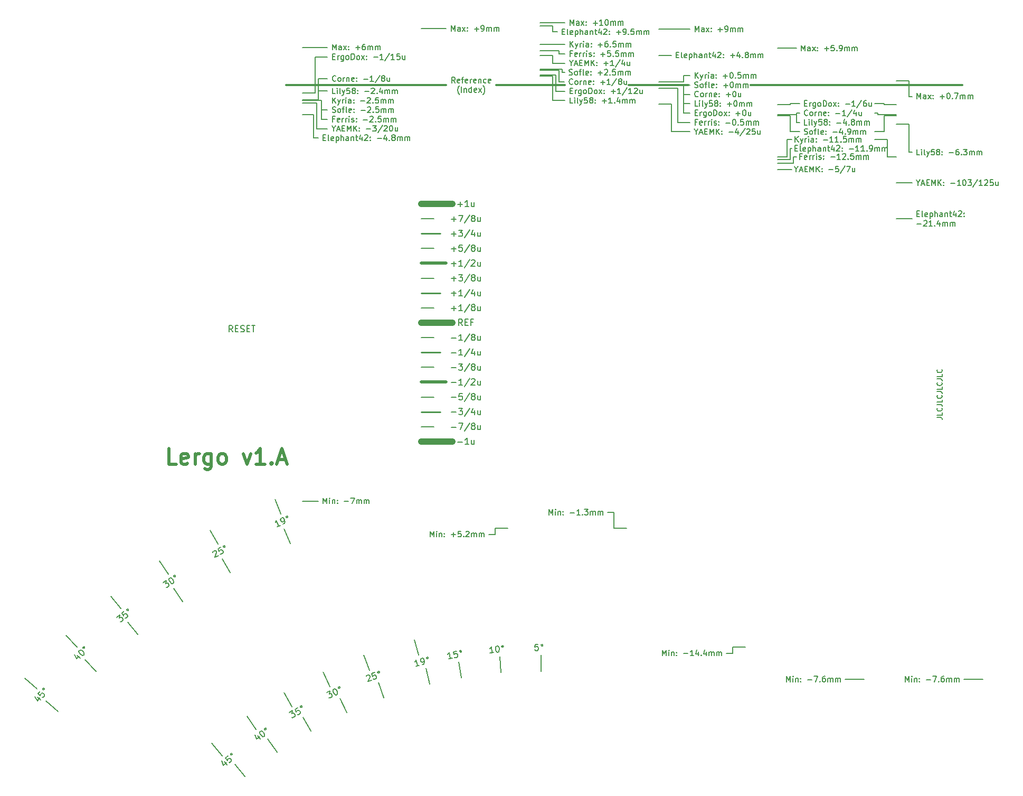
<source format=gto>
%TF.GenerationSoftware,KiCad,Pcbnew,5.1.12-84ad8e8a86~92~ubuntu20.04.1*%
%TF.CreationDate,2021-11-14T20:34:32+01:00*%
%TF.ProjectId,LergoBottomPlate,4c657267-6f42-46f7-9474-6f6d506c6174,v1.A*%
%TF.SameCoordinates,Original*%
%TF.FileFunction,Legend,Top*%
%TF.FilePolarity,Positive*%
%FSLAX46Y46*%
G04 Gerber Fmt 4.6, Leading zero omitted, Abs format (unit mm)*
G04 Created by KiCad (PCBNEW 5.1.12-84ad8e8a86~92~ubuntu20.04.1) date 2021-11-14 20:34:32*
%MOMM*%
%LPD*%
G01*
G04 APERTURE LIST*
%ADD10C,0.153000*%
%ADD11C,0.150000*%
%ADD12C,0.300000*%
%ADD13C,1.000000*%
%ADD14C,0.250000*%
%ADD15C,0.500000*%
%ADD16C,2.500000*%
%ADD17C,5.300000*%
%ADD18C,2.000000*%
%ADD19C,1.200000*%
G04 APERTURE END LIST*
D10*
X124026250Y-99070000D02*
X126526250Y-99070000D01*
D11*
X127338035Y-99477142D02*
X127338035Y-98577142D01*
X127638035Y-99220000D01*
X127938035Y-98577142D01*
X127938035Y-99477142D01*
X128366607Y-99477142D02*
X128366607Y-98877142D01*
X128366607Y-98577142D02*
X128323750Y-98620000D01*
X128366607Y-98662857D01*
X128409464Y-98620000D01*
X128366607Y-98577142D01*
X128366607Y-98662857D01*
X128795178Y-98877142D02*
X128795178Y-99477142D01*
X128795178Y-98962857D02*
X128838035Y-98920000D01*
X128923750Y-98877142D01*
X129052321Y-98877142D01*
X129138035Y-98920000D01*
X129180892Y-99005714D01*
X129180892Y-99477142D01*
X129609464Y-99391428D02*
X129652321Y-99434285D01*
X129609464Y-99477142D01*
X129566607Y-99434285D01*
X129609464Y-99391428D01*
X129609464Y-99477142D01*
X129609464Y-98920000D02*
X129652321Y-98962857D01*
X129609464Y-99005714D01*
X129566607Y-98962857D01*
X129609464Y-98920000D01*
X129609464Y-99005714D01*
X130723750Y-99134285D02*
X131409464Y-99134285D01*
X131752321Y-98577142D02*
X132352321Y-98577142D01*
X131966607Y-99477142D01*
X132695178Y-99477142D02*
X132695178Y-98877142D01*
X132695178Y-98962857D02*
X132738035Y-98920000D01*
X132823750Y-98877142D01*
X132952321Y-98877142D01*
X133038035Y-98920000D01*
X133080892Y-99005714D01*
X133080892Y-99477142D01*
X133080892Y-99005714D02*
X133123750Y-98920000D01*
X133209464Y-98877142D01*
X133338035Y-98877142D01*
X133423750Y-98920000D01*
X133466607Y-99005714D01*
X133466607Y-99477142D01*
X133895178Y-99477142D02*
X133895178Y-98877142D01*
X133895178Y-98962857D02*
X133938035Y-98920000D01*
X134023750Y-98877142D01*
X134152321Y-98877142D01*
X134238035Y-98920000D01*
X134280892Y-99005714D01*
X134280892Y-99477142D01*
X134280892Y-99005714D02*
X134323750Y-98920000D01*
X134409464Y-98877142D01*
X134538035Y-98877142D01*
X134623750Y-98920000D01*
X134666607Y-99005714D01*
X134666607Y-99477142D01*
D10*
X154923750Y-104395000D02*
X153923750Y-104395000D01*
X154923750Y-103395000D02*
X154923750Y-104395000D01*
X193023750Y-123445000D02*
X193023750Y-122445000D01*
X192023750Y-123445000D02*
X193023750Y-123445000D01*
X156923750Y-103395000D02*
X154923750Y-103395000D01*
X173973750Y-100895000D02*
X172973750Y-100895000D01*
X173973750Y-103395000D02*
X173973750Y-100895000D01*
X175973750Y-103395000D02*
X173973750Y-103395000D01*
X195023750Y-122445000D02*
X193023750Y-122445000D01*
X214073750Y-127643750D02*
X211073750Y-127643750D01*
X233123750Y-127643750D02*
X230123750Y-127643750D01*
D11*
X144497678Y-104802142D02*
X144497678Y-103902142D01*
X144797678Y-104545000D01*
X145097678Y-103902142D01*
X145097678Y-104802142D01*
X145526250Y-104802142D02*
X145526250Y-104202142D01*
X145526250Y-103902142D02*
X145483392Y-103945000D01*
X145526250Y-103987857D01*
X145569107Y-103945000D01*
X145526250Y-103902142D01*
X145526250Y-103987857D01*
X145954821Y-104202142D02*
X145954821Y-104802142D01*
X145954821Y-104287857D02*
X145997678Y-104245000D01*
X146083392Y-104202142D01*
X146211964Y-104202142D01*
X146297678Y-104245000D01*
X146340535Y-104330714D01*
X146340535Y-104802142D01*
X146769107Y-104716428D02*
X146811964Y-104759285D01*
X146769107Y-104802142D01*
X146726250Y-104759285D01*
X146769107Y-104716428D01*
X146769107Y-104802142D01*
X146769107Y-104245000D02*
X146811964Y-104287857D01*
X146769107Y-104330714D01*
X146726250Y-104287857D01*
X146769107Y-104245000D01*
X146769107Y-104330714D01*
X147883392Y-104459285D02*
X148569107Y-104459285D01*
X148226250Y-104802142D02*
X148226250Y-104116428D01*
X149426250Y-103902142D02*
X148997678Y-103902142D01*
X148954821Y-104330714D01*
X148997678Y-104287857D01*
X149083392Y-104245000D01*
X149297678Y-104245000D01*
X149383392Y-104287857D01*
X149426250Y-104330714D01*
X149469107Y-104416428D01*
X149469107Y-104630714D01*
X149426250Y-104716428D01*
X149383392Y-104759285D01*
X149297678Y-104802142D01*
X149083392Y-104802142D01*
X148997678Y-104759285D01*
X148954821Y-104716428D01*
X149854821Y-104716428D02*
X149897678Y-104759285D01*
X149854821Y-104802142D01*
X149811964Y-104759285D01*
X149854821Y-104716428D01*
X149854821Y-104802142D01*
X150240535Y-103987857D02*
X150283392Y-103945000D01*
X150369107Y-103902142D01*
X150583392Y-103902142D01*
X150669107Y-103945000D01*
X150711964Y-103987857D01*
X150754821Y-104073571D01*
X150754821Y-104159285D01*
X150711964Y-104287857D01*
X150197678Y-104802142D01*
X150754821Y-104802142D01*
X151140535Y-104802142D02*
X151140535Y-104202142D01*
X151140535Y-104287857D02*
X151183392Y-104245000D01*
X151269107Y-104202142D01*
X151397678Y-104202142D01*
X151483392Y-104245000D01*
X151526250Y-104330714D01*
X151526250Y-104802142D01*
X151526250Y-104330714D02*
X151569107Y-104245000D01*
X151654821Y-104202142D01*
X151783392Y-104202142D01*
X151869107Y-104245000D01*
X151911964Y-104330714D01*
X151911964Y-104802142D01*
X152340535Y-104802142D02*
X152340535Y-104202142D01*
X152340535Y-104287857D02*
X152383392Y-104245000D01*
X152469107Y-104202142D01*
X152597678Y-104202142D01*
X152683392Y-104245000D01*
X152726250Y-104330714D01*
X152726250Y-104802142D01*
X152726250Y-104330714D02*
X152769107Y-104245000D01*
X152854821Y-104202142D01*
X152983392Y-104202142D01*
X153069107Y-104245000D01*
X153111964Y-104330714D01*
X153111964Y-104802142D01*
X163547678Y-101302142D02*
X163547678Y-100402142D01*
X163847678Y-101045000D01*
X164147678Y-100402142D01*
X164147678Y-101302142D01*
X164576250Y-101302142D02*
X164576250Y-100702142D01*
X164576250Y-100402142D02*
X164533392Y-100445000D01*
X164576250Y-100487857D01*
X164619107Y-100445000D01*
X164576250Y-100402142D01*
X164576250Y-100487857D01*
X165004821Y-100702142D02*
X165004821Y-101302142D01*
X165004821Y-100787857D02*
X165047678Y-100745000D01*
X165133392Y-100702142D01*
X165261964Y-100702142D01*
X165347678Y-100745000D01*
X165390535Y-100830714D01*
X165390535Y-101302142D01*
X165819107Y-101216428D02*
X165861964Y-101259285D01*
X165819107Y-101302142D01*
X165776250Y-101259285D01*
X165819107Y-101216428D01*
X165819107Y-101302142D01*
X165819107Y-100745000D02*
X165861964Y-100787857D01*
X165819107Y-100830714D01*
X165776250Y-100787857D01*
X165819107Y-100745000D01*
X165819107Y-100830714D01*
X166933392Y-100959285D02*
X167619107Y-100959285D01*
X168519107Y-101302142D02*
X168004821Y-101302142D01*
X168261964Y-101302142D02*
X168261964Y-100402142D01*
X168176250Y-100530714D01*
X168090535Y-100616428D01*
X168004821Y-100659285D01*
X168904821Y-101216428D02*
X168947678Y-101259285D01*
X168904821Y-101302142D01*
X168861964Y-101259285D01*
X168904821Y-101216428D01*
X168904821Y-101302142D01*
X169247678Y-100402142D02*
X169804821Y-100402142D01*
X169504821Y-100745000D01*
X169633392Y-100745000D01*
X169719107Y-100787857D01*
X169761964Y-100830714D01*
X169804821Y-100916428D01*
X169804821Y-101130714D01*
X169761964Y-101216428D01*
X169719107Y-101259285D01*
X169633392Y-101302142D01*
X169376250Y-101302142D01*
X169290535Y-101259285D01*
X169247678Y-101216428D01*
X170190535Y-101302142D02*
X170190535Y-100702142D01*
X170190535Y-100787857D02*
X170233392Y-100745000D01*
X170319107Y-100702142D01*
X170447678Y-100702142D01*
X170533392Y-100745000D01*
X170576250Y-100830714D01*
X170576250Y-101302142D01*
X170576250Y-100830714D02*
X170619107Y-100745000D01*
X170704821Y-100702142D01*
X170833392Y-100702142D01*
X170919107Y-100745000D01*
X170961964Y-100830714D01*
X170961964Y-101302142D01*
X171390535Y-101302142D02*
X171390535Y-100702142D01*
X171390535Y-100787857D02*
X171433392Y-100745000D01*
X171519107Y-100702142D01*
X171647678Y-100702142D01*
X171733392Y-100745000D01*
X171776250Y-100830714D01*
X171776250Y-101302142D01*
X171776250Y-100830714D02*
X171819107Y-100745000D01*
X171904821Y-100702142D01*
X172033392Y-100702142D01*
X172119107Y-100745000D01*
X172161964Y-100830714D01*
X172161964Y-101302142D01*
X181740535Y-123852142D02*
X181740535Y-122952142D01*
X182040535Y-123595000D01*
X182340535Y-122952142D01*
X182340535Y-123852142D01*
X182769107Y-123852142D02*
X182769107Y-123252142D01*
X182769107Y-122952142D02*
X182726250Y-122995000D01*
X182769107Y-123037857D01*
X182811964Y-122995000D01*
X182769107Y-122952142D01*
X182769107Y-123037857D01*
X183197678Y-123252142D02*
X183197678Y-123852142D01*
X183197678Y-123337857D02*
X183240535Y-123295000D01*
X183326250Y-123252142D01*
X183454821Y-123252142D01*
X183540535Y-123295000D01*
X183583392Y-123380714D01*
X183583392Y-123852142D01*
X184011964Y-123766428D02*
X184054821Y-123809285D01*
X184011964Y-123852142D01*
X183969107Y-123809285D01*
X184011964Y-123766428D01*
X184011964Y-123852142D01*
X184011964Y-123295000D02*
X184054821Y-123337857D01*
X184011964Y-123380714D01*
X183969107Y-123337857D01*
X184011964Y-123295000D01*
X184011964Y-123380714D01*
X185126250Y-123509285D02*
X185811964Y-123509285D01*
X186711964Y-123852142D02*
X186197678Y-123852142D01*
X186454821Y-123852142D02*
X186454821Y-122952142D01*
X186369107Y-123080714D01*
X186283392Y-123166428D01*
X186197678Y-123209285D01*
X187483392Y-123252142D02*
X187483392Y-123852142D01*
X187269107Y-122909285D02*
X187054821Y-123552142D01*
X187611964Y-123552142D01*
X187954821Y-123766428D02*
X187997678Y-123809285D01*
X187954821Y-123852142D01*
X187911964Y-123809285D01*
X187954821Y-123766428D01*
X187954821Y-123852142D01*
X188769107Y-123252142D02*
X188769107Y-123852142D01*
X188554821Y-122909285D02*
X188340535Y-123552142D01*
X188897678Y-123552142D01*
X189240535Y-123852142D02*
X189240535Y-123252142D01*
X189240535Y-123337857D02*
X189283392Y-123295000D01*
X189369107Y-123252142D01*
X189497678Y-123252142D01*
X189583392Y-123295000D01*
X189626250Y-123380714D01*
X189626250Y-123852142D01*
X189626250Y-123380714D02*
X189669107Y-123295000D01*
X189754821Y-123252142D01*
X189883392Y-123252142D01*
X189969107Y-123295000D01*
X190011964Y-123380714D01*
X190011964Y-123852142D01*
X190440535Y-123852142D02*
X190440535Y-123252142D01*
X190440535Y-123337857D02*
X190483392Y-123295000D01*
X190569107Y-123252142D01*
X190697678Y-123252142D01*
X190783392Y-123295000D01*
X190826250Y-123380714D01*
X190826250Y-123852142D01*
X190826250Y-123380714D02*
X190869107Y-123295000D01*
X190954821Y-123252142D01*
X191083392Y-123252142D01*
X191169107Y-123295000D01*
X191211964Y-123380714D01*
X191211964Y-123852142D01*
X201647678Y-128050892D02*
X201647678Y-127150892D01*
X201947678Y-127793750D01*
X202247678Y-127150892D01*
X202247678Y-128050892D01*
X202676250Y-128050892D02*
X202676250Y-127450892D01*
X202676250Y-127150892D02*
X202633392Y-127193750D01*
X202676250Y-127236607D01*
X202719107Y-127193750D01*
X202676250Y-127150892D01*
X202676250Y-127236607D01*
X203104821Y-127450892D02*
X203104821Y-128050892D01*
X203104821Y-127536607D02*
X203147678Y-127493750D01*
X203233392Y-127450892D01*
X203361964Y-127450892D01*
X203447678Y-127493750D01*
X203490535Y-127579464D01*
X203490535Y-128050892D01*
X203919107Y-127965178D02*
X203961964Y-128008035D01*
X203919107Y-128050892D01*
X203876250Y-128008035D01*
X203919107Y-127965178D01*
X203919107Y-128050892D01*
X203919107Y-127493750D02*
X203961964Y-127536607D01*
X203919107Y-127579464D01*
X203876250Y-127536607D01*
X203919107Y-127493750D01*
X203919107Y-127579464D01*
X205033392Y-127708035D02*
X205719107Y-127708035D01*
X206061964Y-127150892D02*
X206661964Y-127150892D01*
X206276250Y-128050892D01*
X207004821Y-127965178D02*
X207047678Y-128008035D01*
X207004821Y-128050892D01*
X206961964Y-128008035D01*
X207004821Y-127965178D01*
X207004821Y-128050892D01*
X207819107Y-127150892D02*
X207647678Y-127150892D01*
X207561964Y-127193750D01*
X207519107Y-127236607D01*
X207433392Y-127365178D01*
X207390535Y-127536607D01*
X207390535Y-127879464D01*
X207433392Y-127965178D01*
X207476250Y-128008035D01*
X207561964Y-128050892D01*
X207733392Y-128050892D01*
X207819107Y-128008035D01*
X207861964Y-127965178D01*
X207904821Y-127879464D01*
X207904821Y-127665178D01*
X207861964Y-127579464D01*
X207819107Y-127536607D01*
X207733392Y-127493750D01*
X207561964Y-127493750D01*
X207476250Y-127536607D01*
X207433392Y-127579464D01*
X207390535Y-127665178D01*
X208290535Y-128050892D02*
X208290535Y-127450892D01*
X208290535Y-127536607D02*
X208333392Y-127493750D01*
X208419107Y-127450892D01*
X208547678Y-127450892D01*
X208633392Y-127493750D01*
X208676250Y-127579464D01*
X208676250Y-128050892D01*
X208676250Y-127579464D02*
X208719107Y-127493750D01*
X208804821Y-127450892D01*
X208933392Y-127450892D01*
X209019107Y-127493750D01*
X209061964Y-127579464D01*
X209061964Y-128050892D01*
X209490535Y-128050892D02*
X209490535Y-127450892D01*
X209490535Y-127536607D02*
X209533392Y-127493750D01*
X209619107Y-127450892D01*
X209747678Y-127450892D01*
X209833392Y-127493750D01*
X209876250Y-127579464D01*
X209876250Y-128050892D01*
X209876250Y-127579464D02*
X209919107Y-127493750D01*
X210004821Y-127450892D01*
X210133392Y-127450892D01*
X210219107Y-127493750D01*
X210261964Y-127579464D01*
X210261964Y-128050892D01*
X220697678Y-128050892D02*
X220697678Y-127150892D01*
X220997678Y-127793750D01*
X221297678Y-127150892D01*
X221297678Y-128050892D01*
X221726250Y-128050892D02*
X221726250Y-127450892D01*
X221726250Y-127150892D02*
X221683392Y-127193750D01*
X221726250Y-127236607D01*
X221769107Y-127193750D01*
X221726250Y-127150892D01*
X221726250Y-127236607D01*
X222154821Y-127450892D02*
X222154821Y-128050892D01*
X222154821Y-127536607D02*
X222197678Y-127493750D01*
X222283392Y-127450892D01*
X222411964Y-127450892D01*
X222497678Y-127493750D01*
X222540535Y-127579464D01*
X222540535Y-128050892D01*
X222969107Y-127965178D02*
X223011964Y-128008035D01*
X222969107Y-128050892D01*
X222926250Y-128008035D01*
X222969107Y-127965178D01*
X222969107Y-128050892D01*
X222969107Y-127493750D02*
X223011964Y-127536607D01*
X222969107Y-127579464D01*
X222926250Y-127536607D01*
X222969107Y-127493750D01*
X222969107Y-127579464D01*
X224083392Y-127708035D02*
X224769107Y-127708035D01*
X225111964Y-127150892D02*
X225711964Y-127150892D01*
X225326250Y-128050892D01*
X226054821Y-127965178D02*
X226097678Y-128008035D01*
X226054821Y-128050892D01*
X226011964Y-128008035D01*
X226054821Y-127965178D01*
X226054821Y-128050892D01*
X226869107Y-127150892D02*
X226697678Y-127150892D01*
X226611964Y-127193750D01*
X226569107Y-127236607D01*
X226483392Y-127365178D01*
X226440535Y-127536607D01*
X226440535Y-127879464D01*
X226483392Y-127965178D01*
X226526250Y-128008035D01*
X226611964Y-128050892D01*
X226783392Y-128050892D01*
X226869107Y-128008035D01*
X226911964Y-127965178D01*
X226954821Y-127879464D01*
X226954821Y-127665178D01*
X226911964Y-127579464D01*
X226869107Y-127536607D01*
X226783392Y-127493750D01*
X226611964Y-127493750D01*
X226526250Y-127536607D01*
X226483392Y-127579464D01*
X226440535Y-127665178D01*
X227340535Y-128050892D02*
X227340535Y-127450892D01*
X227340535Y-127536607D02*
X227383392Y-127493750D01*
X227469107Y-127450892D01*
X227597678Y-127450892D01*
X227683392Y-127493750D01*
X227726250Y-127579464D01*
X227726250Y-128050892D01*
X227726250Y-127579464D02*
X227769107Y-127493750D01*
X227854821Y-127450892D01*
X227983392Y-127450892D01*
X228069107Y-127493750D01*
X228111964Y-127579464D01*
X228111964Y-128050892D01*
X228540535Y-128050892D02*
X228540535Y-127450892D01*
X228540535Y-127536607D02*
X228583392Y-127493750D01*
X228669107Y-127450892D01*
X228797678Y-127450892D01*
X228883392Y-127493750D01*
X228926250Y-127579464D01*
X228926250Y-128050892D01*
X228926250Y-127579464D02*
X228969107Y-127493750D01*
X229054821Y-127450892D01*
X229183392Y-127450892D01*
X229269107Y-127493750D01*
X229311964Y-127579464D01*
X229311964Y-128050892D01*
D10*
X221776250Y-53816945D02*
X219276250Y-53816945D01*
X221276250Y-34216945D02*
X221776250Y-34216945D01*
X221276250Y-31716945D02*
X221276250Y-34216945D01*
X221276250Y-31716945D02*
X219276250Y-31716945D01*
X217776250Y-41125000D02*
X215776250Y-41125000D01*
X217776250Y-41125000D02*
X217776250Y-43875000D01*
X217776250Y-43875000D02*
X219276250Y-43875000D01*
X215776250Y-39875000D02*
X217276250Y-39875000D01*
X217276250Y-37275000D02*
X217276250Y-39875000D01*
X217276250Y-37275000D02*
X219276250Y-37275000D01*
X216276250Y-36875000D02*
X215776250Y-36875000D01*
X216276250Y-36875000D02*
X216276250Y-37137500D01*
X216276250Y-37137500D02*
X219276250Y-37137500D01*
X217276250Y-35375000D02*
X217276250Y-35552540D01*
X217276250Y-35375000D02*
X215776250Y-35375000D01*
X217276250Y-35552540D02*
X219276250Y-35552540D01*
D11*
X222588035Y-53002659D02*
X222888035Y-53002659D01*
X223016607Y-53474087D02*
X222588035Y-53474087D01*
X222588035Y-52574087D01*
X223016607Y-52574087D01*
X223530892Y-53474087D02*
X223445178Y-53431230D01*
X223402321Y-53345516D01*
X223402321Y-52574087D01*
X224216607Y-53431230D02*
X224130892Y-53474087D01*
X223959464Y-53474087D01*
X223873750Y-53431230D01*
X223830892Y-53345516D01*
X223830892Y-53002659D01*
X223873750Y-52916945D01*
X223959464Y-52874087D01*
X224130892Y-52874087D01*
X224216607Y-52916945D01*
X224259464Y-53002659D01*
X224259464Y-53088373D01*
X223830892Y-53174087D01*
X224645178Y-52874087D02*
X224645178Y-53774087D01*
X224645178Y-52916945D02*
X224730892Y-52874087D01*
X224902321Y-52874087D01*
X224988035Y-52916945D01*
X225030892Y-52959802D01*
X225073750Y-53045516D01*
X225073750Y-53302659D01*
X225030892Y-53388373D01*
X224988035Y-53431230D01*
X224902321Y-53474087D01*
X224730892Y-53474087D01*
X224645178Y-53431230D01*
X225459464Y-53474087D02*
X225459464Y-52574087D01*
X225845178Y-53474087D02*
X225845178Y-53002659D01*
X225802321Y-52916945D01*
X225716607Y-52874087D01*
X225588035Y-52874087D01*
X225502321Y-52916945D01*
X225459464Y-52959802D01*
X226659464Y-53474087D02*
X226659464Y-53002659D01*
X226616607Y-52916945D01*
X226530892Y-52874087D01*
X226359464Y-52874087D01*
X226273750Y-52916945D01*
X226659464Y-53431230D02*
X226573750Y-53474087D01*
X226359464Y-53474087D01*
X226273750Y-53431230D01*
X226230892Y-53345516D01*
X226230892Y-53259802D01*
X226273750Y-53174087D01*
X226359464Y-53131230D01*
X226573750Y-53131230D01*
X226659464Y-53088373D01*
X227088035Y-52874087D02*
X227088035Y-53474087D01*
X227088035Y-52959802D02*
X227130892Y-52916945D01*
X227216607Y-52874087D01*
X227345178Y-52874087D01*
X227430892Y-52916945D01*
X227473750Y-53002659D01*
X227473750Y-53474087D01*
X227773750Y-52874087D02*
X228116607Y-52874087D01*
X227902321Y-52574087D02*
X227902321Y-53345516D01*
X227945178Y-53431230D01*
X228030892Y-53474087D01*
X228116607Y-53474087D01*
X228802321Y-52874087D02*
X228802321Y-53474087D01*
X228588035Y-52531230D02*
X228373750Y-53174087D01*
X228930892Y-53174087D01*
X229230892Y-52659802D02*
X229273750Y-52616945D01*
X229359464Y-52574087D01*
X229573750Y-52574087D01*
X229659464Y-52616945D01*
X229702321Y-52659802D01*
X229745178Y-52745516D01*
X229745178Y-52831230D01*
X229702321Y-52959802D01*
X229188035Y-53474087D01*
X229745178Y-53474087D01*
X230130892Y-53388373D02*
X230173750Y-53431230D01*
X230130892Y-53474087D01*
X230088035Y-53431230D01*
X230130892Y-53388373D01*
X230130892Y-53474087D01*
X230130892Y-52916945D02*
X230173750Y-52959802D01*
X230130892Y-53002659D01*
X230088035Y-52959802D01*
X230130892Y-52916945D01*
X230130892Y-53002659D01*
X222588035Y-54631230D02*
X223273750Y-54631230D01*
X223659464Y-54159802D02*
X223702321Y-54116945D01*
X223788035Y-54074087D01*
X224002321Y-54074087D01*
X224088035Y-54116945D01*
X224130892Y-54159802D01*
X224173750Y-54245516D01*
X224173750Y-54331230D01*
X224130892Y-54459802D01*
X223616607Y-54974087D01*
X224173750Y-54974087D01*
X225030892Y-54974087D02*
X224516607Y-54974087D01*
X224773750Y-54974087D02*
X224773750Y-54074087D01*
X224688035Y-54202659D01*
X224602321Y-54288373D01*
X224516607Y-54331230D01*
X225416607Y-54888373D02*
X225459464Y-54931230D01*
X225416607Y-54974087D01*
X225373750Y-54931230D01*
X225416607Y-54888373D01*
X225416607Y-54974087D01*
X226230892Y-54374087D02*
X226230892Y-54974087D01*
X226016607Y-54031230D02*
X225802321Y-54674087D01*
X226359464Y-54674087D01*
X226702321Y-54974087D02*
X226702321Y-54374087D01*
X226702321Y-54459802D02*
X226745178Y-54416945D01*
X226830892Y-54374087D01*
X226959464Y-54374087D01*
X227045178Y-54416945D01*
X227088035Y-54502659D01*
X227088035Y-54974087D01*
X227088035Y-54502659D02*
X227130892Y-54416945D01*
X227216607Y-54374087D01*
X227345178Y-54374087D01*
X227430892Y-54416945D01*
X227473750Y-54502659D01*
X227473750Y-54974087D01*
X227902321Y-54974087D02*
X227902321Y-54374087D01*
X227902321Y-54459802D02*
X227945178Y-54416945D01*
X228030892Y-54374087D01*
X228159464Y-54374087D01*
X228245178Y-54416945D01*
X228288035Y-54502659D01*
X228288035Y-54974087D01*
X228288035Y-54502659D02*
X228330892Y-54416945D01*
X228416607Y-54374087D01*
X228545178Y-54374087D01*
X228630892Y-54416945D01*
X228673750Y-54502659D01*
X228673750Y-54974087D01*
D10*
X185176250Y-31875000D02*
X181176250Y-31875000D01*
X166126250Y-25875000D02*
X162126250Y-25875000D01*
D11*
X128838035Y-26742699D02*
X128838035Y-25842699D01*
X129138035Y-26485557D01*
X129438035Y-25842699D01*
X129438035Y-26742699D01*
X130252321Y-26742699D02*
X130252321Y-26271271D01*
X130209464Y-26185557D01*
X130123750Y-26142699D01*
X129952321Y-26142699D01*
X129866607Y-26185557D01*
X130252321Y-26699842D02*
X130166607Y-26742699D01*
X129952321Y-26742699D01*
X129866607Y-26699842D01*
X129823750Y-26614128D01*
X129823750Y-26528414D01*
X129866607Y-26442699D01*
X129952321Y-26399842D01*
X130166607Y-26399842D01*
X130252321Y-26356985D01*
X130595178Y-26742699D02*
X131066607Y-26142699D01*
X130595178Y-26142699D02*
X131066607Y-26742699D01*
X131409464Y-26656985D02*
X131452321Y-26699842D01*
X131409464Y-26742699D01*
X131366607Y-26699842D01*
X131409464Y-26656985D01*
X131409464Y-26742699D01*
X131409464Y-26185557D02*
X131452321Y-26228414D01*
X131409464Y-26271271D01*
X131366607Y-26228414D01*
X131409464Y-26185557D01*
X131409464Y-26271271D01*
X132523750Y-26399842D02*
X133209464Y-26399842D01*
X132866607Y-26742699D02*
X132866607Y-26056985D01*
X134023750Y-25842699D02*
X133852321Y-25842699D01*
X133766607Y-25885557D01*
X133723750Y-25928414D01*
X133638035Y-26056985D01*
X133595178Y-26228414D01*
X133595178Y-26571271D01*
X133638035Y-26656985D01*
X133680892Y-26699842D01*
X133766607Y-26742699D01*
X133938035Y-26742699D01*
X134023750Y-26699842D01*
X134066607Y-26656985D01*
X134109464Y-26571271D01*
X134109464Y-26356985D01*
X134066607Y-26271271D01*
X134023750Y-26228414D01*
X133938035Y-26185557D01*
X133766607Y-26185557D01*
X133680892Y-26228414D01*
X133638035Y-26271271D01*
X133595178Y-26356985D01*
X134495178Y-26742699D02*
X134495178Y-26142699D01*
X134495178Y-26228414D02*
X134538035Y-26185557D01*
X134623750Y-26142699D01*
X134752321Y-26142699D01*
X134838035Y-26185557D01*
X134880892Y-26271271D01*
X134880892Y-26742699D01*
X134880892Y-26271271D02*
X134923750Y-26185557D01*
X135009464Y-26142699D01*
X135138035Y-26142699D01*
X135223750Y-26185557D01*
X135266607Y-26271271D01*
X135266607Y-26742699D01*
X135695178Y-26742699D02*
X135695178Y-26142699D01*
X135695178Y-26228414D02*
X135738035Y-26185557D01*
X135823750Y-26142699D01*
X135952321Y-26142699D01*
X136038035Y-26185557D01*
X136080892Y-26271271D01*
X136080892Y-26742699D01*
X136080892Y-26271271D02*
X136123750Y-26185557D01*
X136209464Y-26142699D01*
X136338035Y-26142699D01*
X136423750Y-26185557D01*
X136466607Y-26271271D01*
X136466607Y-26742699D01*
X128838035Y-27810714D02*
X129138035Y-27810714D01*
X129266607Y-28282142D02*
X128838035Y-28282142D01*
X128838035Y-27382142D01*
X129266607Y-27382142D01*
X129652321Y-28282142D02*
X129652321Y-27682142D01*
X129652321Y-27853571D02*
X129695178Y-27767857D01*
X129738035Y-27725000D01*
X129823750Y-27682142D01*
X129909464Y-27682142D01*
X130595178Y-27682142D02*
X130595178Y-28410714D01*
X130552321Y-28496428D01*
X130509464Y-28539285D01*
X130423750Y-28582142D01*
X130295178Y-28582142D01*
X130209464Y-28539285D01*
X130595178Y-28239285D02*
X130509464Y-28282142D01*
X130338035Y-28282142D01*
X130252321Y-28239285D01*
X130209464Y-28196428D01*
X130166607Y-28110714D01*
X130166607Y-27853571D01*
X130209464Y-27767857D01*
X130252321Y-27725000D01*
X130338035Y-27682142D01*
X130509464Y-27682142D01*
X130595178Y-27725000D01*
X131152321Y-28282142D02*
X131066607Y-28239285D01*
X131023750Y-28196428D01*
X130980892Y-28110714D01*
X130980892Y-27853571D01*
X131023750Y-27767857D01*
X131066607Y-27725000D01*
X131152321Y-27682142D01*
X131280892Y-27682142D01*
X131366607Y-27725000D01*
X131409464Y-27767857D01*
X131452321Y-27853571D01*
X131452321Y-28110714D01*
X131409464Y-28196428D01*
X131366607Y-28239285D01*
X131280892Y-28282142D01*
X131152321Y-28282142D01*
X131838035Y-28282142D02*
X131838035Y-27382142D01*
X132052321Y-27382142D01*
X132180892Y-27425000D01*
X132266607Y-27510714D01*
X132309464Y-27596428D01*
X132352321Y-27767857D01*
X132352321Y-27896428D01*
X132309464Y-28067857D01*
X132266607Y-28153571D01*
X132180892Y-28239285D01*
X132052321Y-28282142D01*
X131838035Y-28282142D01*
X132866607Y-28282142D02*
X132780892Y-28239285D01*
X132738035Y-28196428D01*
X132695178Y-28110714D01*
X132695178Y-27853571D01*
X132738035Y-27767857D01*
X132780892Y-27725000D01*
X132866607Y-27682142D01*
X132995178Y-27682142D01*
X133080892Y-27725000D01*
X133123750Y-27767857D01*
X133166607Y-27853571D01*
X133166607Y-28110714D01*
X133123750Y-28196428D01*
X133080892Y-28239285D01*
X132995178Y-28282142D01*
X132866607Y-28282142D01*
X133466607Y-28282142D02*
X133938035Y-27682142D01*
X133466607Y-27682142D02*
X133938035Y-28282142D01*
X134280892Y-28196428D02*
X134323750Y-28239285D01*
X134280892Y-28282142D01*
X134238035Y-28239285D01*
X134280892Y-28196428D01*
X134280892Y-28282142D01*
X134280892Y-27725000D02*
X134323750Y-27767857D01*
X134280892Y-27810714D01*
X134238035Y-27767857D01*
X134280892Y-27725000D01*
X134280892Y-27810714D01*
X135395178Y-27939285D02*
X136080892Y-27939285D01*
X136980892Y-28282142D02*
X136466607Y-28282142D01*
X136723750Y-28282142D02*
X136723750Y-27382142D01*
X136638035Y-27510714D01*
X136552321Y-27596428D01*
X136466607Y-27639285D01*
X138009464Y-27339285D02*
X137238035Y-28496428D01*
X138780892Y-28282142D02*
X138266607Y-28282142D01*
X138523750Y-28282142D02*
X138523750Y-27382142D01*
X138438035Y-27510714D01*
X138352321Y-27596428D01*
X138266607Y-27639285D01*
X139595178Y-27382142D02*
X139166607Y-27382142D01*
X139123750Y-27810714D01*
X139166607Y-27767857D01*
X139252321Y-27725000D01*
X139466607Y-27725000D01*
X139552321Y-27767857D01*
X139595178Y-27810714D01*
X139638035Y-27896428D01*
X139638035Y-28110714D01*
X139595178Y-28196428D01*
X139552321Y-28239285D01*
X139466607Y-28282142D01*
X139252321Y-28282142D01*
X139166607Y-28239285D01*
X139123750Y-28196428D01*
X140409464Y-27682142D02*
X140409464Y-28282142D01*
X140023750Y-27682142D02*
X140023750Y-28153571D01*
X140066607Y-28239285D01*
X140152321Y-28282142D01*
X140280892Y-28282142D01*
X140366607Y-28239285D01*
X140409464Y-28196428D01*
X129352321Y-31696428D02*
X129309464Y-31739285D01*
X129180892Y-31782142D01*
X129095178Y-31782142D01*
X128966607Y-31739285D01*
X128880892Y-31653571D01*
X128838035Y-31567857D01*
X128795178Y-31396428D01*
X128795178Y-31267857D01*
X128838035Y-31096428D01*
X128880892Y-31010714D01*
X128966607Y-30925000D01*
X129095178Y-30882142D01*
X129180892Y-30882142D01*
X129309464Y-30925000D01*
X129352321Y-30967857D01*
X129866607Y-31782142D02*
X129780892Y-31739285D01*
X129738035Y-31696428D01*
X129695178Y-31610714D01*
X129695178Y-31353571D01*
X129738035Y-31267857D01*
X129780892Y-31225000D01*
X129866607Y-31182142D01*
X129995178Y-31182142D01*
X130080892Y-31225000D01*
X130123750Y-31267857D01*
X130166607Y-31353571D01*
X130166607Y-31610714D01*
X130123750Y-31696428D01*
X130080892Y-31739285D01*
X129995178Y-31782142D01*
X129866607Y-31782142D01*
X130552321Y-31782142D02*
X130552321Y-31182142D01*
X130552321Y-31353571D02*
X130595178Y-31267857D01*
X130638035Y-31225000D01*
X130723750Y-31182142D01*
X130809464Y-31182142D01*
X131109464Y-31182142D02*
X131109464Y-31782142D01*
X131109464Y-31267857D02*
X131152321Y-31225000D01*
X131238035Y-31182142D01*
X131366607Y-31182142D01*
X131452321Y-31225000D01*
X131495178Y-31310714D01*
X131495178Y-31782142D01*
X132266607Y-31739285D02*
X132180892Y-31782142D01*
X132009464Y-31782142D01*
X131923750Y-31739285D01*
X131880892Y-31653571D01*
X131880892Y-31310714D01*
X131923750Y-31225000D01*
X132009464Y-31182142D01*
X132180892Y-31182142D01*
X132266607Y-31225000D01*
X132309464Y-31310714D01*
X132309464Y-31396428D01*
X131880892Y-31482142D01*
X132695178Y-31696428D02*
X132738035Y-31739285D01*
X132695178Y-31782142D01*
X132652321Y-31739285D01*
X132695178Y-31696428D01*
X132695178Y-31782142D01*
X132695178Y-31225000D02*
X132738035Y-31267857D01*
X132695178Y-31310714D01*
X132652321Y-31267857D01*
X132695178Y-31225000D01*
X132695178Y-31310714D01*
X133809464Y-31439285D02*
X134495178Y-31439285D01*
X135395178Y-31782142D02*
X134880892Y-31782142D01*
X135138035Y-31782142D02*
X135138035Y-30882142D01*
X135052321Y-31010714D01*
X134966607Y-31096428D01*
X134880892Y-31139285D01*
X136423750Y-30839285D02*
X135652321Y-31996428D01*
X136852321Y-31267857D02*
X136766607Y-31225000D01*
X136723750Y-31182142D01*
X136680892Y-31096428D01*
X136680892Y-31053571D01*
X136723750Y-30967857D01*
X136766607Y-30925000D01*
X136852321Y-30882142D01*
X137023750Y-30882142D01*
X137109464Y-30925000D01*
X137152321Y-30967857D01*
X137195178Y-31053571D01*
X137195178Y-31096428D01*
X137152321Y-31182142D01*
X137109464Y-31225000D01*
X137023750Y-31267857D01*
X136852321Y-31267857D01*
X136766607Y-31310714D01*
X136723750Y-31353571D01*
X136680892Y-31439285D01*
X136680892Y-31610714D01*
X136723750Y-31696428D01*
X136766607Y-31739285D01*
X136852321Y-31782142D01*
X137023750Y-31782142D01*
X137109464Y-31739285D01*
X137152321Y-31696428D01*
X137195178Y-31610714D01*
X137195178Y-31439285D01*
X137152321Y-31353571D01*
X137109464Y-31310714D01*
X137023750Y-31267857D01*
X137966607Y-31182142D02*
X137966607Y-31782142D01*
X137580892Y-31182142D02*
X137580892Y-31653571D01*
X137623750Y-31739285D01*
X137709464Y-31782142D01*
X137838035Y-31782142D01*
X137923750Y-31739285D01*
X137966607Y-31696428D01*
X129266607Y-33763393D02*
X128838035Y-33763393D01*
X128838035Y-32863393D01*
X129566607Y-33763393D02*
X129566607Y-33163393D01*
X129566607Y-32863393D02*
X129523750Y-32906251D01*
X129566607Y-32949108D01*
X129609464Y-32906251D01*
X129566607Y-32863393D01*
X129566607Y-32949108D01*
X130123750Y-33763393D02*
X130038035Y-33720536D01*
X129995178Y-33634822D01*
X129995178Y-32863393D01*
X130380892Y-33163393D02*
X130595178Y-33763393D01*
X130809464Y-33163393D02*
X130595178Y-33763393D01*
X130509464Y-33977679D01*
X130466607Y-34020536D01*
X130380892Y-34063393D01*
X131580892Y-32863393D02*
X131152321Y-32863393D01*
X131109464Y-33291965D01*
X131152321Y-33249108D01*
X131238035Y-33206251D01*
X131452321Y-33206251D01*
X131538035Y-33249108D01*
X131580892Y-33291965D01*
X131623750Y-33377679D01*
X131623750Y-33591965D01*
X131580892Y-33677679D01*
X131538035Y-33720536D01*
X131452321Y-33763393D01*
X131238035Y-33763393D01*
X131152321Y-33720536D01*
X131109464Y-33677679D01*
X132138035Y-33249108D02*
X132052321Y-33206251D01*
X132009464Y-33163393D01*
X131966607Y-33077679D01*
X131966607Y-33034822D01*
X132009464Y-32949108D01*
X132052321Y-32906251D01*
X132138035Y-32863393D01*
X132309464Y-32863393D01*
X132395178Y-32906251D01*
X132438035Y-32949108D01*
X132480892Y-33034822D01*
X132480892Y-33077679D01*
X132438035Y-33163393D01*
X132395178Y-33206251D01*
X132309464Y-33249108D01*
X132138035Y-33249108D01*
X132052321Y-33291965D01*
X132009464Y-33334822D01*
X131966607Y-33420536D01*
X131966607Y-33591965D01*
X132009464Y-33677679D01*
X132052321Y-33720536D01*
X132138035Y-33763393D01*
X132309464Y-33763393D01*
X132395178Y-33720536D01*
X132438035Y-33677679D01*
X132480892Y-33591965D01*
X132480892Y-33420536D01*
X132438035Y-33334822D01*
X132395178Y-33291965D01*
X132309464Y-33249108D01*
X132866607Y-33677679D02*
X132909464Y-33720536D01*
X132866607Y-33763393D01*
X132823750Y-33720536D01*
X132866607Y-33677679D01*
X132866607Y-33763393D01*
X132866607Y-33206251D02*
X132909464Y-33249108D01*
X132866607Y-33291965D01*
X132823750Y-33249108D01*
X132866607Y-33206251D01*
X132866607Y-33291965D01*
X133980892Y-33420536D02*
X134666607Y-33420536D01*
X135052321Y-32949108D02*
X135095178Y-32906251D01*
X135180892Y-32863393D01*
X135395178Y-32863393D01*
X135480892Y-32906251D01*
X135523750Y-32949108D01*
X135566607Y-33034822D01*
X135566607Y-33120536D01*
X135523750Y-33249108D01*
X135009464Y-33763393D01*
X135566607Y-33763393D01*
X135952321Y-33677679D02*
X135995178Y-33720536D01*
X135952321Y-33763393D01*
X135909464Y-33720536D01*
X135952321Y-33677679D01*
X135952321Y-33763393D01*
X136766607Y-33163393D02*
X136766607Y-33763393D01*
X136552321Y-32820536D02*
X136338035Y-33463393D01*
X136895178Y-33463393D01*
X137238035Y-33763393D02*
X137238035Y-33163393D01*
X137238035Y-33249108D02*
X137280892Y-33206251D01*
X137366607Y-33163393D01*
X137495178Y-33163393D01*
X137580892Y-33206251D01*
X137623750Y-33291965D01*
X137623750Y-33763393D01*
X137623750Y-33291965D02*
X137666607Y-33206251D01*
X137752321Y-33163393D01*
X137880892Y-33163393D01*
X137966607Y-33206251D01*
X138009464Y-33291965D01*
X138009464Y-33763393D01*
X138438035Y-33763393D02*
X138438035Y-33163393D01*
X138438035Y-33249108D02*
X138480892Y-33206251D01*
X138566607Y-33163393D01*
X138695178Y-33163393D01*
X138780892Y-33206251D01*
X138823750Y-33291965D01*
X138823750Y-33763393D01*
X138823750Y-33291965D02*
X138866607Y-33206251D01*
X138952321Y-33163393D01*
X139080892Y-33163393D01*
X139166607Y-33206251D01*
X139209464Y-33291965D01*
X139209464Y-33763393D01*
X128838035Y-35282142D02*
X128838035Y-34382142D01*
X129352321Y-35282142D02*
X128966607Y-34767857D01*
X129352321Y-34382142D02*
X128838035Y-34896428D01*
X129652321Y-34682142D02*
X129866607Y-35282142D01*
X130080892Y-34682142D02*
X129866607Y-35282142D01*
X129780892Y-35496428D01*
X129738035Y-35539285D01*
X129652321Y-35582142D01*
X130423750Y-35282142D02*
X130423750Y-34682142D01*
X130423750Y-34853571D02*
X130466607Y-34767857D01*
X130509464Y-34725000D01*
X130595178Y-34682142D01*
X130680892Y-34682142D01*
X130980892Y-35282142D02*
X130980892Y-34682142D01*
X130980892Y-34382142D02*
X130938035Y-34425000D01*
X130980892Y-34467857D01*
X131023750Y-34425000D01*
X130980892Y-34382142D01*
X130980892Y-34467857D01*
X131795178Y-35282142D02*
X131795178Y-34810714D01*
X131752321Y-34725000D01*
X131666607Y-34682142D01*
X131495178Y-34682142D01*
X131409464Y-34725000D01*
X131795178Y-35239285D02*
X131709464Y-35282142D01*
X131495178Y-35282142D01*
X131409464Y-35239285D01*
X131366607Y-35153571D01*
X131366607Y-35067857D01*
X131409464Y-34982142D01*
X131495178Y-34939285D01*
X131709464Y-34939285D01*
X131795178Y-34896428D01*
X132223750Y-35196428D02*
X132266607Y-35239285D01*
X132223750Y-35282142D01*
X132180892Y-35239285D01*
X132223750Y-35196428D01*
X132223750Y-35282142D01*
X132223750Y-34725000D02*
X132266607Y-34767857D01*
X132223750Y-34810714D01*
X132180892Y-34767857D01*
X132223750Y-34725000D01*
X132223750Y-34810714D01*
X133338035Y-34939285D02*
X134023750Y-34939285D01*
X134409464Y-34467857D02*
X134452321Y-34425000D01*
X134538035Y-34382142D01*
X134752321Y-34382142D01*
X134838035Y-34425000D01*
X134880892Y-34467857D01*
X134923750Y-34553571D01*
X134923750Y-34639285D01*
X134880892Y-34767857D01*
X134366607Y-35282142D01*
X134923750Y-35282142D01*
X135309464Y-35196428D02*
X135352321Y-35239285D01*
X135309464Y-35282142D01*
X135266607Y-35239285D01*
X135309464Y-35196428D01*
X135309464Y-35282142D01*
X136166607Y-34382142D02*
X135738035Y-34382142D01*
X135695178Y-34810714D01*
X135738035Y-34767857D01*
X135823750Y-34725000D01*
X136038035Y-34725000D01*
X136123750Y-34767857D01*
X136166607Y-34810714D01*
X136209464Y-34896428D01*
X136209464Y-35110714D01*
X136166607Y-35196428D01*
X136123750Y-35239285D01*
X136038035Y-35282142D01*
X135823750Y-35282142D01*
X135738035Y-35239285D01*
X135695178Y-35196428D01*
X136595178Y-35282142D02*
X136595178Y-34682142D01*
X136595178Y-34767857D02*
X136638035Y-34725000D01*
X136723750Y-34682142D01*
X136852321Y-34682142D01*
X136938035Y-34725000D01*
X136980892Y-34810714D01*
X136980892Y-35282142D01*
X136980892Y-34810714D02*
X137023750Y-34725000D01*
X137109464Y-34682142D01*
X137238035Y-34682142D01*
X137323750Y-34725000D01*
X137366607Y-34810714D01*
X137366607Y-35282142D01*
X137795178Y-35282142D02*
X137795178Y-34682142D01*
X137795178Y-34767857D02*
X137838035Y-34725000D01*
X137923750Y-34682142D01*
X138052321Y-34682142D01*
X138138035Y-34725000D01*
X138180892Y-34810714D01*
X138180892Y-35282142D01*
X138180892Y-34810714D02*
X138223750Y-34725000D01*
X138309464Y-34682142D01*
X138438035Y-34682142D01*
X138523750Y-34725000D01*
X138566607Y-34810714D01*
X138566607Y-35282142D01*
X128795178Y-36739285D02*
X128923750Y-36782142D01*
X129138035Y-36782142D01*
X129223750Y-36739285D01*
X129266607Y-36696428D01*
X129309464Y-36610714D01*
X129309464Y-36525000D01*
X129266607Y-36439285D01*
X129223750Y-36396428D01*
X129138035Y-36353571D01*
X128966607Y-36310714D01*
X128880892Y-36267857D01*
X128838035Y-36225000D01*
X128795178Y-36139285D01*
X128795178Y-36053571D01*
X128838035Y-35967857D01*
X128880892Y-35925000D01*
X128966607Y-35882142D01*
X129180892Y-35882142D01*
X129309464Y-35925000D01*
X129823750Y-36782142D02*
X129738035Y-36739285D01*
X129695178Y-36696428D01*
X129652321Y-36610714D01*
X129652321Y-36353571D01*
X129695178Y-36267857D01*
X129738035Y-36225000D01*
X129823750Y-36182142D01*
X129952321Y-36182142D01*
X130038035Y-36225000D01*
X130080892Y-36267857D01*
X130123750Y-36353571D01*
X130123750Y-36610714D01*
X130080892Y-36696428D01*
X130038035Y-36739285D01*
X129952321Y-36782142D01*
X129823750Y-36782142D01*
X130380892Y-36182142D02*
X130723750Y-36182142D01*
X130509464Y-36782142D02*
X130509464Y-36010714D01*
X130552321Y-35925000D01*
X130638035Y-35882142D01*
X130723750Y-35882142D01*
X131152321Y-36782142D02*
X131066607Y-36739285D01*
X131023750Y-36653571D01*
X131023750Y-35882142D01*
X131838035Y-36739285D02*
X131752321Y-36782142D01*
X131580892Y-36782142D01*
X131495178Y-36739285D01*
X131452321Y-36653571D01*
X131452321Y-36310714D01*
X131495178Y-36225000D01*
X131580892Y-36182142D01*
X131752321Y-36182142D01*
X131838035Y-36225000D01*
X131880892Y-36310714D01*
X131880892Y-36396428D01*
X131452321Y-36482142D01*
X132266607Y-36696428D02*
X132309464Y-36739285D01*
X132266607Y-36782142D01*
X132223750Y-36739285D01*
X132266607Y-36696428D01*
X132266607Y-36782142D01*
X132266607Y-36225000D02*
X132309464Y-36267857D01*
X132266607Y-36310714D01*
X132223750Y-36267857D01*
X132266607Y-36225000D01*
X132266607Y-36310714D01*
X133380892Y-36439285D02*
X134066607Y-36439285D01*
X134452321Y-35967857D02*
X134495178Y-35925000D01*
X134580892Y-35882142D01*
X134795178Y-35882142D01*
X134880892Y-35925000D01*
X134923750Y-35967857D01*
X134966607Y-36053571D01*
X134966607Y-36139285D01*
X134923750Y-36267857D01*
X134409464Y-36782142D01*
X134966607Y-36782142D01*
X135352321Y-36696428D02*
X135395178Y-36739285D01*
X135352321Y-36782142D01*
X135309464Y-36739285D01*
X135352321Y-36696428D01*
X135352321Y-36782142D01*
X136209464Y-35882142D02*
X135780892Y-35882142D01*
X135738035Y-36310714D01*
X135780892Y-36267857D01*
X135866607Y-36225000D01*
X136080892Y-36225000D01*
X136166607Y-36267857D01*
X136209464Y-36310714D01*
X136252321Y-36396428D01*
X136252321Y-36610714D01*
X136209464Y-36696428D01*
X136166607Y-36739285D01*
X136080892Y-36782142D01*
X135866607Y-36782142D01*
X135780892Y-36739285D01*
X135738035Y-36696428D01*
X136638035Y-36782142D02*
X136638035Y-36182142D01*
X136638035Y-36267857D02*
X136680892Y-36225000D01*
X136766607Y-36182142D01*
X136895178Y-36182142D01*
X136980892Y-36225000D01*
X137023750Y-36310714D01*
X137023750Y-36782142D01*
X137023750Y-36310714D02*
X137066607Y-36225000D01*
X137152321Y-36182142D01*
X137280892Y-36182142D01*
X137366607Y-36225000D01*
X137409464Y-36310714D01*
X137409464Y-36782142D01*
X137838035Y-36782142D02*
X137838035Y-36182142D01*
X137838035Y-36267857D02*
X137880892Y-36225000D01*
X137966607Y-36182142D01*
X138095178Y-36182142D01*
X138180892Y-36225000D01*
X138223750Y-36310714D01*
X138223750Y-36782142D01*
X138223750Y-36310714D02*
X138266607Y-36225000D01*
X138352321Y-36182142D01*
X138480892Y-36182142D01*
X138566607Y-36225000D01*
X138609464Y-36310714D01*
X138609464Y-36782142D01*
X129138035Y-37810714D02*
X128838035Y-37810714D01*
X128838035Y-38282142D02*
X128838035Y-37382142D01*
X129266607Y-37382142D01*
X129952321Y-38239285D02*
X129866607Y-38282142D01*
X129695178Y-38282142D01*
X129609464Y-38239285D01*
X129566607Y-38153571D01*
X129566607Y-37810714D01*
X129609464Y-37725000D01*
X129695178Y-37682142D01*
X129866607Y-37682142D01*
X129952321Y-37725000D01*
X129995178Y-37810714D01*
X129995178Y-37896428D01*
X129566607Y-37982142D01*
X130380892Y-38282142D02*
X130380892Y-37682142D01*
X130380892Y-37853571D02*
X130423750Y-37767857D01*
X130466607Y-37725000D01*
X130552321Y-37682142D01*
X130638035Y-37682142D01*
X130938035Y-38282142D02*
X130938035Y-37682142D01*
X130938035Y-37853571D02*
X130980892Y-37767857D01*
X131023750Y-37725000D01*
X131109464Y-37682142D01*
X131195178Y-37682142D01*
X131495178Y-38282142D02*
X131495178Y-37682142D01*
X131495178Y-37382142D02*
X131452321Y-37425000D01*
X131495178Y-37467857D01*
X131538035Y-37425000D01*
X131495178Y-37382142D01*
X131495178Y-37467857D01*
X131880892Y-38239285D02*
X131966607Y-38282142D01*
X132138035Y-38282142D01*
X132223750Y-38239285D01*
X132266607Y-38153571D01*
X132266607Y-38110714D01*
X132223750Y-38025000D01*
X132138035Y-37982142D01*
X132009464Y-37982142D01*
X131923750Y-37939285D01*
X131880892Y-37853571D01*
X131880892Y-37810714D01*
X131923750Y-37725000D01*
X132009464Y-37682142D01*
X132138035Y-37682142D01*
X132223750Y-37725000D01*
X132652321Y-38196428D02*
X132695178Y-38239285D01*
X132652321Y-38282142D01*
X132609464Y-38239285D01*
X132652321Y-38196428D01*
X132652321Y-38282142D01*
X132652321Y-37725000D02*
X132695178Y-37767857D01*
X132652321Y-37810714D01*
X132609464Y-37767857D01*
X132652321Y-37725000D01*
X132652321Y-37810714D01*
X133766607Y-37939285D02*
X134452321Y-37939285D01*
X134838035Y-37467857D02*
X134880892Y-37425000D01*
X134966607Y-37382142D01*
X135180892Y-37382142D01*
X135266607Y-37425000D01*
X135309464Y-37467857D01*
X135352321Y-37553571D01*
X135352321Y-37639285D01*
X135309464Y-37767857D01*
X134795178Y-38282142D01*
X135352321Y-38282142D01*
X135738035Y-38196428D02*
X135780892Y-38239285D01*
X135738035Y-38282142D01*
X135695178Y-38239285D01*
X135738035Y-38196428D01*
X135738035Y-38282142D01*
X136595178Y-37382142D02*
X136166607Y-37382142D01*
X136123750Y-37810714D01*
X136166607Y-37767857D01*
X136252321Y-37725000D01*
X136466607Y-37725000D01*
X136552321Y-37767857D01*
X136595178Y-37810714D01*
X136638035Y-37896428D01*
X136638035Y-38110714D01*
X136595178Y-38196428D01*
X136552321Y-38239285D01*
X136466607Y-38282142D01*
X136252321Y-38282142D01*
X136166607Y-38239285D01*
X136123750Y-38196428D01*
X137023750Y-38282142D02*
X137023750Y-37682142D01*
X137023750Y-37767857D02*
X137066607Y-37725000D01*
X137152321Y-37682142D01*
X137280892Y-37682142D01*
X137366607Y-37725000D01*
X137409464Y-37810714D01*
X137409464Y-38282142D01*
X137409464Y-37810714D02*
X137452321Y-37725000D01*
X137538035Y-37682142D01*
X137666607Y-37682142D01*
X137752321Y-37725000D01*
X137795178Y-37810714D01*
X137795178Y-38282142D01*
X138223750Y-38282142D02*
X138223750Y-37682142D01*
X138223750Y-37767857D02*
X138266607Y-37725000D01*
X138352321Y-37682142D01*
X138480892Y-37682142D01*
X138566607Y-37725000D01*
X138609464Y-37810714D01*
X138609464Y-38282142D01*
X138609464Y-37810714D02*
X138652321Y-37725000D01*
X138738035Y-37682142D01*
X138866607Y-37682142D01*
X138952321Y-37725000D01*
X138995178Y-37810714D01*
X138995178Y-38282142D01*
X129009464Y-39353571D02*
X129009464Y-39782142D01*
X128709464Y-38882142D02*
X129009464Y-39353571D01*
X129309464Y-38882142D01*
X129566607Y-39525000D02*
X129995178Y-39525000D01*
X129480892Y-39782142D02*
X129780892Y-38882142D01*
X130080892Y-39782142D01*
X130380892Y-39310714D02*
X130680892Y-39310714D01*
X130809464Y-39782142D02*
X130380892Y-39782142D01*
X130380892Y-38882142D01*
X130809464Y-38882142D01*
X131195178Y-39782142D02*
X131195178Y-38882142D01*
X131495178Y-39525000D01*
X131795178Y-38882142D01*
X131795178Y-39782142D01*
X132223750Y-39782142D02*
X132223750Y-38882142D01*
X132738035Y-39782142D02*
X132352321Y-39267857D01*
X132738035Y-38882142D02*
X132223750Y-39396428D01*
X133123750Y-39696428D02*
X133166607Y-39739285D01*
X133123750Y-39782142D01*
X133080892Y-39739285D01*
X133123750Y-39696428D01*
X133123750Y-39782142D01*
X133123750Y-39225000D02*
X133166607Y-39267857D01*
X133123750Y-39310714D01*
X133080892Y-39267857D01*
X133123750Y-39225000D01*
X133123750Y-39310714D01*
X134238035Y-39439285D02*
X134923750Y-39439285D01*
X135266607Y-38882142D02*
X135823750Y-38882142D01*
X135523750Y-39225000D01*
X135652321Y-39225000D01*
X135738035Y-39267857D01*
X135780892Y-39310714D01*
X135823750Y-39396428D01*
X135823750Y-39610714D01*
X135780892Y-39696428D01*
X135738035Y-39739285D01*
X135652321Y-39782142D01*
X135395178Y-39782142D01*
X135309464Y-39739285D01*
X135266607Y-39696428D01*
X136852321Y-38839285D02*
X136080892Y-39996428D01*
X137109464Y-38967857D02*
X137152321Y-38925000D01*
X137238035Y-38882142D01*
X137452321Y-38882142D01*
X137538035Y-38925000D01*
X137580892Y-38967857D01*
X137623750Y-39053571D01*
X137623750Y-39139285D01*
X137580892Y-39267857D01*
X137066607Y-39782142D01*
X137623750Y-39782142D01*
X138180892Y-38882142D02*
X138266607Y-38882142D01*
X138352321Y-38925000D01*
X138395178Y-38967857D01*
X138438035Y-39053571D01*
X138480892Y-39225000D01*
X138480892Y-39439285D01*
X138438035Y-39610714D01*
X138395178Y-39696428D01*
X138352321Y-39739285D01*
X138266607Y-39782142D01*
X138180892Y-39782142D01*
X138095178Y-39739285D01*
X138052321Y-39696428D01*
X138009464Y-39610714D01*
X137966607Y-39439285D01*
X137966607Y-39225000D01*
X138009464Y-39053571D01*
X138052321Y-38967857D01*
X138095178Y-38925000D01*
X138180892Y-38882142D01*
X139252321Y-39182142D02*
X139252321Y-39782142D01*
X138866607Y-39182142D02*
X138866607Y-39653571D01*
X138909464Y-39739285D01*
X138995178Y-39782142D01*
X139123750Y-39782142D01*
X139209464Y-39739285D01*
X139252321Y-39696428D01*
X127338035Y-40810714D02*
X127638035Y-40810714D01*
X127766607Y-41282142D02*
X127338035Y-41282142D01*
X127338035Y-40382142D01*
X127766607Y-40382142D01*
X128280892Y-41282142D02*
X128195178Y-41239285D01*
X128152321Y-41153571D01*
X128152321Y-40382142D01*
X128966607Y-41239285D02*
X128880892Y-41282142D01*
X128709464Y-41282142D01*
X128623750Y-41239285D01*
X128580892Y-41153571D01*
X128580892Y-40810714D01*
X128623750Y-40725000D01*
X128709464Y-40682142D01*
X128880892Y-40682142D01*
X128966607Y-40725000D01*
X129009464Y-40810714D01*
X129009464Y-40896428D01*
X128580892Y-40982142D01*
X129395178Y-40682142D02*
X129395178Y-41582142D01*
X129395178Y-40725000D02*
X129480892Y-40682142D01*
X129652321Y-40682142D01*
X129738035Y-40725000D01*
X129780892Y-40767857D01*
X129823750Y-40853571D01*
X129823750Y-41110714D01*
X129780892Y-41196428D01*
X129738035Y-41239285D01*
X129652321Y-41282142D01*
X129480892Y-41282142D01*
X129395178Y-41239285D01*
X130209464Y-41282142D02*
X130209464Y-40382142D01*
X130595178Y-41282142D02*
X130595178Y-40810714D01*
X130552321Y-40725000D01*
X130466607Y-40682142D01*
X130338035Y-40682142D01*
X130252321Y-40725000D01*
X130209464Y-40767857D01*
X131409464Y-41282142D02*
X131409464Y-40810714D01*
X131366607Y-40725000D01*
X131280892Y-40682142D01*
X131109464Y-40682142D01*
X131023750Y-40725000D01*
X131409464Y-41239285D02*
X131323750Y-41282142D01*
X131109464Y-41282142D01*
X131023750Y-41239285D01*
X130980892Y-41153571D01*
X130980892Y-41067857D01*
X131023750Y-40982142D01*
X131109464Y-40939285D01*
X131323750Y-40939285D01*
X131409464Y-40896428D01*
X131838035Y-40682142D02*
X131838035Y-41282142D01*
X131838035Y-40767857D02*
X131880892Y-40725000D01*
X131966607Y-40682142D01*
X132095178Y-40682142D01*
X132180892Y-40725000D01*
X132223750Y-40810714D01*
X132223750Y-41282142D01*
X132523750Y-40682142D02*
X132866607Y-40682142D01*
X132652321Y-40382142D02*
X132652321Y-41153571D01*
X132695178Y-41239285D01*
X132780892Y-41282142D01*
X132866607Y-41282142D01*
X133552321Y-40682142D02*
X133552321Y-41282142D01*
X133338035Y-40339285D02*
X133123750Y-40982142D01*
X133680892Y-40982142D01*
X133980892Y-40467857D02*
X134023750Y-40425000D01*
X134109464Y-40382142D01*
X134323750Y-40382142D01*
X134409464Y-40425000D01*
X134452321Y-40467857D01*
X134495178Y-40553571D01*
X134495178Y-40639285D01*
X134452321Y-40767857D01*
X133938035Y-41282142D01*
X134495178Y-41282142D01*
X134880892Y-41196428D02*
X134923750Y-41239285D01*
X134880892Y-41282142D01*
X134838035Y-41239285D01*
X134880892Y-41196428D01*
X134880892Y-41282142D01*
X134880892Y-40725000D02*
X134923750Y-40767857D01*
X134880892Y-40810714D01*
X134838035Y-40767857D01*
X134880892Y-40725000D01*
X134880892Y-40810714D01*
X135995178Y-40939285D02*
X136680892Y-40939285D01*
X137495178Y-40682142D02*
X137495178Y-41282142D01*
X137280892Y-40339285D02*
X137066607Y-40982142D01*
X137623750Y-40982142D01*
X137966607Y-41196428D02*
X138009464Y-41239285D01*
X137966607Y-41282142D01*
X137923750Y-41239285D01*
X137966607Y-41196428D01*
X137966607Y-41282142D01*
X138523750Y-40767857D02*
X138438035Y-40725000D01*
X138395178Y-40682142D01*
X138352321Y-40596428D01*
X138352321Y-40553571D01*
X138395178Y-40467857D01*
X138438035Y-40425000D01*
X138523750Y-40382142D01*
X138695178Y-40382142D01*
X138780892Y-40425000D01*
X138823750Y-40467857D01*
X138866607Y-40553571D01*
X138866607Y-40596428D01*
X138823750Y-40682142D01*
X138780892Y-40725000D01*
X138695178Y-40767857D01*
X138523750Y-40767857D01*
X138438035Y-40810714D01*
X138395178Y-40853571D01*
X138352321Y-40939285D01*
X138352321Y-41110714D01*
X138395178Y-41196428D01*
X138438035Y-41239285D01*
X138523750Y-41282142D01*
X138695178Y-41282142D01*
X138780892Y-41239285D01*
X138823750Y-41196428D01*
X138866607Y-41110714D01*
X138866607Y-40939285D01*
X138823750Y-40853571D01*
X138780892Y-40810714D01*
X138695178Y-40767857D01*
X139252321Y-41282142D02*
X139252321Y-40682142D01*
X139252321Y-40767857D02*
X139295178Y-40725000D01*
X139380892Y-40682142D01*
X139509464Y-40682142D01*
X139595178Y-40725000D01*
X139638035Y-40810714D01*
X139638035Y-41282142D01*
X139638035Y-40810714D02*
X139680892Y-40725000D01*
X139766607Y-40682142D01*
X139895178Y-40682142D01*
X139980892Y-40725000D01*
X140023750Y-40810714D01*
X140023750Y-41282142D01*
X140452321Y-41282142D02*
X140452321Y-40682142D01*
X140452321Y-40767857D02*
X140495178Y-40725000D01*
X140580892Y-40682142D01*
X140709464Y-40682142D01*
X140795178Y-40725000D01*
X140838035Y-40810714D01*
X140838035Y-41282142D01*
X140838035Y-40810714D02*
X140880892Y-40725000D01*
X140966607Y-40682142D01*
X141095178Y-40682142D01*
X141180892Y-40725000D01*
X141223750Y-40810714D01*
X141223750Y-41282142D01*
D10*
X124026250Y-34875000D02*
X127026250Y-34875000D01*
X143076250Y-68093750D02*
X145076250Y-68093750D01*
X200226250Y-43875000D02*
X201726250Y-43875000D01*
X201726250Y-41125000D02*
X201726250Y-43875000D01*
X202476250Y-41125000D02*
X201726250Y-41125000D01*
D11*
X203038035Y-42505714D02*
X203338035Y-42505714D01*
X203466607Y-42977142D02*
X203038035Y-42977142D01*
X203038035Y-42077142D01*
X203466607Y-42077142D01*
X203980892Y-42977142D02*
X203895178Y-42934285D01*
X203852321Y-42848571D01*
X203852321Y-42077142D01*
X204666607Y-42934285D02*
X204580892Y-42977142D01*
X204409464Y-42977142D01*
X204323750Y-42934285D01*
X204280892Y-42848571D01*
X204280892Y-42505714D01*
X204323750Y-42420000D01*
X204409464Y-42377142D01*
X204580892Y-42377142D01*
X204666607Y-42420000D01*
X204709464Y-42505714D01*
X204709464Y-42591428D01*
X204280892Y-42677142D01*
X205095178Y-42377142D02*
X205095178Y-43277142D01*
X205095178Y-42420000D02*
X205180892Y-42377142D01*
X205352321Y-42377142D01*
X205438035Y-42420000D01*
X205480892Y-42462857D01*
X205523750Y-42548571D01*
X205523750Y-42805714D01*
X205480892Y-42891428D01*
X205438035Y-42934285D01*
X205352321Y-42977142D01*
X205180892Y-42977142D01*
X205095178Y-42934285D01*
X205909464Y-42977142D02*
X205909464Y-42077142D01*
X206295178Y-42977142D02*
X206295178Y-42505714D01*
X206252321Y-42420000D01*
X206166607Y-42377142D01*
X206038035Y-42377142D01*
X205952321Y-42420000D01*
X205909464Y-42462857D01*
X207109464Y-42977142D02*
X207109464Y-42505714D01*
X207066607Y-42420000D01*
X206980892Y-42377142D01*
X206809464Y-42377142D01*
X206723750Y-42420000D01*
X207109464Y-42934285D02*
X207023750Y-42977142D01*
X206809464Y-42977142D01*
X206723750Y-42934285D01*
X206680892Y-42848571D01*
X206680892Y-42762857D01*
X206723750Y-42677142D01*
X206809464Y-42634285D01*
X207023750Y-42634285D01*
X207109464Y-42591428D01*
X207538035Y-42377142D02*
X207538035Y-42977142D01*
X207538035Y-42462857D02*
X207580892Y-42420000D01*
X207666607Y-42377142D01*
X207795178Y-42377142D01*
X207880892Y-42420000D01*
X207923750Y-42505714D01*
X207923750Y-42977142D01*
X208223750Y-42377142D02*
X208566607Y-42377142D01*
X208352321Y-42077142D02*
X208352321Y-42848571D01*
X208395178Y-42934285D01*
X208480892Y-42977142D01*
X208566607Y-42977142D01*
X209252321Y-42377142D02*
X209252321Y-42977142D01*
X209038035Y-42034285D02*
X208823750Y-42677142D01*
X209380892Y-42677142D01*
X209680892Y-42162857D02*
X209723750Y-42120000D01*
X209809464Y-42077142D01*
X210023750Y-42077142D01*
X210109464Y-42120000D01*
X210152321Y-42162857D01*
X210195178Y-42248571D01*
X210195178Y-42334285D01*
X210152321Y-42462857D01*
X209638035Y-42977142D01*
X210195178Y-42977142D01*
X210580892Y-42891428D02*
X210623750Y-42934285D01*
X210580892Y-42977142D01*
X210538035Y-42934285D01*
X210580892Y-42891428D01*
X210580892Y-42977142D01*
X210580892Y-42420000D02*
X210623750Y-42462857D01*
X210580892Y-42505714D01*
X210538035Y-42462857D01*
X210580892Y-42420000D01*
X210580892Y-42505714D01*
X211695178Y-42634285D02*
X212380892Y-42634285D01*
X213280892Y-42977142D02*
X212766607Y-42977142D01*
X213023750Y-42977142D02*
X213023750Y-42077142D01*
X212938035Y-42205714D01*
X212852321Y-42291428D01*
X212766607Y-42334285D01*
X214138035Y-42977142D02*
X213623750Y-42977142D01*
X213880892Y-42977142D02*
X213880892Y-42077142D01*
X213795178Y-42205714D01*
X213709464Y-42291428D01*
X213623750Y-42334285D01*
X214523750Y-42891428D02*
X214566607Y-42934285D01*
X214523750Y-42977142D01*
X214480892Y-42934285D01*
X214523750Y-42891428D01*
X214523750Y-42977142D01*
X214995178Y-42977142D02*
X215166607Y-42977142D01*
X215252321Y-42934285D01*
X215295178Y-42891428D01*
X215380892Y-42762857D01*
X215423750Y-42591428D01*
X215423750Y-42248571D01*
X215380892Y-42162857D01*
X215338035Y-42120000D01*
X215252321Y-42077142D01*
X215080892Y-42077142D01*
X214995178Y-42120000D01*
X214952321Y-42162857D01*
X214909464Y-42248571D01*
X214909464Y-42462857D01*
X214952321Y-42548571D01*
X214995178Y-42591428D01*
X215080892Y-42634285D01*
X215252321Y-42634285D01*
X215338035Y-42591428D01*
X215380892Y-42548571D01*
X215423750Y-42462857D01*
X215809464Y-42977142D02*
X215809464Y-42377142D01*
X215809464Y-42462857D02*
X215852321Y-42420000D01*
X215938035Y-42377142D01*
X216066607Y-42377142D01*
X216152321Y-42420000D01*
X216195178Y-42505714D01*
X216195178Y-42977142D01*
X216195178Y-42505714D02*
X216238035Y-42420000D01*
X216323750Y-42377142D01*
X216452321Y-42377142D01*
X216538035Y-42420000D01*
X216580892Y-42505714D01*
X216580892Y-42977142D01*
X217009464Y-42977142D02*
X217009464Y-42377142D01*
X217009464Y-42462857D02*
X217052321Y-42420000D01*
X217138035Y-42377142D01*
X217266607Y-42377142D01*
X217352321Y-42420000D01*
X217395178Y-42505714D01*
X217395178Y-42977142D01*
X217395178Y-42505714D02*
X217438035Y-42420000D01*
X217523750Y-42377142D01*
X217652321Y-42377142D01*
X217738035Y-42420000D01*
X217780892Y-42505714D01*
X217780892Y-42977142D01*
D10*
X200226250Y-44285000D02*
X202226250Y-44285000D01*
X125776250Y-40875000D02*
X126526250Y-40875000D01*
X125776250Y-37135000D02*
X125776250Y-40875000D01*
X124026250Y-37135000D02*
X125776250Y-37135000D01*
D11*
X204038035Y-26899606D02*
X204038035Y-25999606D01*
X204338035Y-26642464D01*
X204638035Y-25999606D01*
X204638035Y-26899606D01*
X205452321Y-26899606D02*
X205452321Y-26428178D01*
X205409464Y-26342464D01*
X205323750Y-26299606D01*
X205152321Y-26299606D01*
X205066607Y-26342464D01*
X205452321Y-26856749D02*
X205366607Y-26899606D01*
X205152321Y-26899606D01*
X205066607Y-26856749D01*
X205023750Y-26771035D01*
X205023750Y-26685321D01*
X205066607Y-26599606D01*
X205152321Y-26556749D01*
X205366607Y-26556749D01*
X205452321Y-26513892D01*
X205795178Y-26899606D02*
X206266607Y-26299606D01*
X205795178Y-26299606D02*
X206266607Y-26899606D01*
X206609464Y-26813892D02*
X206652321Y-26856749D01*
X206609464Y-26899606D01*
X206566607Y-26856749D01*
X206609464Y-26813892D01*
X206609464Y-26899606D01*
X206609464Y-26342464D02*
X206652321Y-26385321D01*
X206609464Y-26428178D01*
X206566607Y-26385321D01*
X206609464Y-26342464D01*
X206609464Y-26428178D01*
X207723750Y-26556749D02*
X208409464Y-26556749D01*
X208066607Y-26899606D02*
X208066607Y-26213892D01*
X209266607Y-25999606D02*
X208838035Y-25999606D01*
X208795178Y-26428178D01*
X208838035Y-26385321D01*
X208923750Y-26342464D01*
X209138035Y-26342464D01*
X209223750Y-26385321D01*
X209266607Y-26428178D01*
X209309464Y-26513892D01*
X209309464Y-26728178D01*
X209266607Y-26813892D01*
X209223750Y-26856749D01*
X209138035Y-26899606D01*
X208923750Y-26899606D01*
X208838035Y-26856749D01*
X208795178Y-26813892D01*
X209695178Y-26813892D02*
X209738035Y-26856749D01*
X209695178Y-26899606D01*
X209652321Y-26856749D01*
X209695178Y-26813892D01*
X209695178Y-26899606D01*
X210166607Y-26899606D02*
X210338035Y-26899606D01*
X210423750Y-26856749D01*
X210466607Y-26813892D01*
X210552321Y-26685321D01*
X210595178Y-26513892D01*
X210595178Y-26171035D01*
X210552321Y-26085321D01*
X210509464Y-26042464D01*
X210423750Y-25999606D01*
X210252321Y-25999606D01*
X210166607Y-26042464D01*
X210123750Y-26085321D01*
X210080892Y-26171035D01*
X210080892Y-26385321D01*
X210123750Y-26471035D01*
X210166607Y-26513892D01*
X210252321Y-26556749D01*
X210423750Y-26556749D01*
X210509464Y-26513892D01*
X210552321Y-26471035D01*
X210595178Y-26385321D01*
X210980892Y-26899606D02*
X210980892Y-26299606D01*
X210980892Y-26385321D02*
X211023750Y-26342464D01*
X211109464Y-26299606D01*
X211238035Y-26299606D01*
X211323750Y-26342464D01*
X211366607Y-26428178D01*
X211366607Y-26899606D01*
X211366607Y-26428178D02*
X211409464Y-26342464D01*
X211495178Y-26299606D01*
X211623750Y-26299606D01*
X211709464Y-26342464D01*
X211752321Y-26428178D01*
X211752321Y-26899606D01*
X212180892Y-26899606D02*
X212180892Y-26299606D01*
X212180892Y-26385321D02*
X212223750Y-26342464D01*
X212309464Y-26299606D01*
X212438035Y-26299606D01*
X212523750Y-26342464D01*
X212566607Y-26428178D01*
X212566607Y-26899606D01*
X212566607Y-26428178D02*
X212609464Y-26342464D01*
X212695178Y-26299606D01*
X212823750Y-26299606D01*
X212909464Y-26342464D01*
X212952321Y-26428178D01*
X212952321Y-26899606D01*
D10*
X200226250Y-26492464D02*
X203226250Y-26492464D01*
X181176250Y-23414850D02*
X186176250Y-23414850D01*
X164126250Y-22875000D02*
X162126250Y-22875000D01*
D11*
X183988035Y-27550214D02*
X184288035Y-27550214D01*
X184416607Y-28021642D02*
X183988035Y-28021642D01*
X183988035Y-27121642D01*
X184416607Y-27121642D01*
X184930892Y-28021642D02*
X184845178Y-27978785D01*
X184802321Y-27893071D01*
X184802321Y-27121642D01*
X185616607Y-27978785D02*
X185530892Y-28021642D01*
X185359464Y-28021642D01*
X185273750Y-27978785D01*
X185230892Y-27893071D01*
X185230892Y-27550214D01*
X185273750Y-27464500D01*
X185359464Y-27421642D01*
X185530892Y-27421642D01*
X185616607Y-27464500D01*
X185659464Y-27550214D01*
X185659464Y-27635928D01*
X185230892Y-27721642D01*
X186045178Y-27421642D02*
X186045178Y-28321642D01*
X186045178Y-27464500D02*
X186130892Y-27421642D01*
X186302321Y-27421642D01*
X186388035Y-27464500D01*
X186430892Y-27507357D01*
X186473750Y-27593071D01*
X186473750Y-27850214D01*
X186430892Y-27935928D01*
X186388035Y-27978785D01*
X186302321Y-28021642D01*
X186130892Y-28021642D01*
X186045178Y-27978785D01*
X186859464Y-28021642D02*
X186859464Y-27121642D01*
X187245178Y-28021642D02*
X187245178Y-27550214D01*
X187202321Y-27464500D01*
X187116607Y-27421642D01*
X186988035Y-27421642D01*
X186902321Y-27464500D01*
X186859464Y-27507357D01*
X188059464Y-28021642D02*
X188059464Y-27550214D01*
X188016607Y-27464500D01*
X187930892Y-27421642D01*
X187759464Y-27421642D01*
X187673750Y-27464500D01*
X188059464Y-27978785D02*
X187973750Y-28021642D01*
X187759464Y-28021642D01*
X187673750Y-27978785D01*
X187630892Y-27893071D01*
X187630892Y-27807357D01*
X187673750Y-27721642D01*
X187759464Y-27678785D01*
X187973750Y-27678785D01*
X188059464Y-27635928D01*
X188488035Y-27421642D02*
X188488035Y-28021642D01*
X188488035Y-27507357D02*
X188530892Y-27464500D01*
X188616607Y-27421642D01*
X188745178Y-27421642D01*
X188830892Y-27464500D01*
X188873750Y-27550214D01*
X188873750Y-28021642D01*
X189173750Y-27421642D02*
X189516607Y-27421642D01*
X189302321Y-27121642D02*
X189302321Y-27893071D01*
X189345178Y-27978785D01*
X189430892Y-28021642D01*
X189516607Y-28021642D01*
X190202321Y-27421642D02*
X190202321Y-28021642D01*
X189988035Y-27078785D02*
X189773750Y-27721642D01*
X190330892Y-27721642D01*
X190630892Y-27207357D02*
X190673750Y-27164500D01*
X190759464Y-27121642D01*
X190973750Y-27121642D01*
X191059464Y-27164500D01*
X191102321Y-27207357D01*
X191145178Y-27293071D01*
X191145178Y-27378785D01*
X191102321Y-27507357D01*
X190588035Y-28021642D01*
X191145178Y-28021642D01*
X191530892Y-27935928D02*
X191573750Y-27978785D01*
X191530892Y-28021642D01*
X191488035Y-27978785D01*
X191530892Y-27935928D01*
X191530892Y-28021642D01*
X191530892Y-27464500D02*
X191573750Y-27507357D01*
X191530892Y-27550214D01*
X191488035Y-27507357D01*
X191530892Y-27464500D01*
X191530892Y-27550214D01*
X192645178Y-27678785D02*
X193330892Y-27678785D01*
X192988035Y-28021642D02*
X192988035Y-27335928D01*
X194145178Y-27421642D02*
X194145178Y-28021642D01*
X193930892Y-27078785D02*
X193716607Y-27721642D01*
X194273750Y-27721642D01*
X194616607Y-27935928D02*
X194659464Y-27978785D01*
X194616607Y-28021642D01*
X194573750Y-27978785D01*
X194616607Y-27935928D01*
X194616607Y-28021642D01*
X195173750Y-27507357D02*
X195088035Y-27464500D01*
X195045178Y-27421642D01*
X195002321Y-27335928D01*
X195002321Y-27293071D01*
X195045178Y-27207357D01*
X195088035Y-27164500D01*
X195173750Y-27121642D01*
X195345178Y-27121642D01*
X195430892Y-27164500D01*
X195473750Y-27207357D01*
X195516607Y-27293071D01*
X195516607Y-27335928D01*
X195473750Y-27421642D01*
X195430892Y-27464500D01*
X195345178Y-27507357D01*
X195173750Y-27507357D01*
X195088035Y-27550214D01*
X195045178Y-27593071D01*
X195002321Y-27678785D01*
X195002321Y-27850214D01*
X195045178Y-27935928D01*
X195088035Y-27978785D01*
X195173750Y-28021642D01*
X195345178Y-28021642D01*
X195430892Y-27978785D01*
X195473750Y-27935928D01*
X195516607Y-27850214D01*
X195516607Y-27678785D01*
X195473750Y-27593071D01*
X195430892Y-27550214D01*
X195345178Y-27507357D01*
X195902321Y-28021642D02*
X195902321Y-27421642D01*
X195902321Y-27507357D02*
X195945178Y-27464500D01*
X196030892Y-27421642D01*
X196159464Y-27421642D01*
X196245178Y-27464500D01*
X196288035Y-27550214D01*
X196288035Y-28021642D01*
X196288035Y-27550214D02*
X196330892Y-27464500D01*
X196416607Y-27421642D01*
X196545178Y-27421642D01*
X196630892Y-27464500D01*
X196673750Y-27550214D01*
X196673750Y-28021642D01*
X197102321Y-28021642D02*
X197102321Y-27421642D01*
X197102321Y-27507357D02*
X197145178Y-27464500D01*
X197230892Y-27421642D01*
X197359464Y-27421642D01*
X197445178Y-27464500D01*
X197488035Y-27550214D01*
X197488035Y-28021642D01*
X197488035Y-27550214D02*
X197530892Y-27464500D01*
X197616607Y-27421642D01*
X197745178Y-27421642D01*
X197830892Y-27464500D01*
X197873750Y-27550214D01*
X197873750Y-28021642D01*
X165688035Y-23810714D02*
X165988035Y-23810714D01*
X166116607Y-24282142D02*
X165688035Y-24282142D01*
X165688035Y-23382142D01*
X166116607Y-23382142D01*
X166630892Y-24282142D02*
X166545178Y-24239285D01*
X166502321Y-24153571D01*
X166502321Y-23382142D01*
X167316607Y-24239285D02*
X167230892Y-24282142D01*
X167059464Y-24282142D01*
X166973750Y-24239285D01*
X166930892Y-24153571D01*
X166930892Y-23810714D01*
X166973750Y-23725000D01*
X167059464Y-23682142D01*
X167230892Y-23682142D01*
X167316607Y-23725000D01*
X167359464Y-23810714D01*
X167359464Y-23896428D01*
X166930892Y-23982142D01*
X167745178Y-23682142D02*
X167745178Y-24582142D01*
X167745178Y-23725000D02*
X167830892Y-23682142D01*
X168002321Y-23682142D01*
X168088035Y-23725000D01*
X168130892Y-23767857D01*
X168173750Y-23853571D01*
X168173750Y-24110714D01*
X168130892Y-24196428D01*
X168088035Y-24239285D01*
X168002321Y-24282142D01*
X167830892Y-24282142D01*
X167745178Y-24239285D01*
X168559464Y-24282142D02*
X168559464Y-23382142D01*
X168945178Y-24282142D02*
X168945178Y-23810714D01*
X168902321Y-23725000D01*
X168816607Y-23682142D01*
X168688035Y-23682142D01*
X168602321Y-23725000D01*
X168559464Y-23767857D01*
X169759464Y-24282142D02*
X169759464Y-23810714D01*
X169716607Y-23725000D01*
X169630892Y-23682142D01*
X169459464Y-23682142D01*
X169373750Y-23725000D01*
X169759464Y-24239285D02*
X169673750Y-24282142D01*
X169459464Y-24282142D01*
X169373750Y-24239285D01*
X169330892Y-24153571D01*
X169330892Y-24067857D01*
X169373750Y-23982142D01*
X169459464Y-23939285D01*
X169673750Y-23939285D01*
X169759464Y-23896428D01*
X170188035Y-23682142D02*
X170188035Y-24282142D01*
X170188035Y-23767857D02*
X170230892Y-23725000D01*
X170316607Y-23682142D01*
X170445178Y-23682142D01*
X170530892Y-23725000D01*
X170573750Y-23810714D01*
X170573750Y-24282142D01*
X170873750Y-23682142D02*
X171216607Y-23682142D01*
X171002321Y-23382142D02*
X171002321Y-24153571D01*
X171045178Y-24239285D01*
X171130892Y-24282142D01*
X171216607Y-24282142D01*
X171902321Y-23682142D02*
X171902321Y-24282142D01*
X171688035Y-23339285D02*
X171473750Y-23982142D01*
X172030892Y-23982142D01*
X172330892Y-23467857D02*
X172373750Y-23425000D01*
X172459464Y-23382142D01*
X172673750Y-23382142D01*
X172759464Y-23425000D01*
X172802321Y-23467857D01*
X172845178Y-23553571D01*
X172845178Y-23639285D01*
X172802321Y-23767857D01*
X172288035Y-24282142D01*
X172845178Y-24282142D01*
X173230892Y-24196428D02*
X173273750Y-24239285D01*
X173230892Y-24282142D01*
X173188035Y-24239285D01*
X173230892Y-24196428D01*
X173230892Y-24282142D01*
X173230892Y-23725000D02*
X173273750Y-23767857D01*
X173230892Y-23810714D01*
X173188035Y-23767857D01*
X173230892Y-23725000D01*
X173230892Y-23810714D01*
X174345178Y-23939285D02*
X175030892Y-23939285D01*
X174688035Y-24282142D02*
X174688035Y-23596428D01*
X175502321Y-24282142D02*
X175673750Y-24282142D01*
X175759464Y-24239285D01*
X175802321Y-24196428D01*
X175888035Y-24067857D01*
X175930892Y-23896428D01*
X175930892Y-23553571D01*
X175888035Y-23467857D01*
X175845178Y-23425000D01*
X175759464Y-23382142D01*
X175588035Y-23382142D01*
X175502321Y-23425000D01*
X175459464Y-23467857D01*
X175416607Y-23553571D01*
X175416607Y-23767857D01*
X175459464Y-23853571D01*
X175502321Y-23896428D01*
X175588035Y-23939285D01*
X175759464Y-23939285D01*
X175845178Y-23896428D01*
X175888035Y-23853571D01*
X175930892Y-23767857D01*
X176316607Y-24196428D02*
X176359464Y-24239285D01*
X176316607Y-24282142D01*
X176273750Y-24239285D01*
X176316607Y-24196428D01*
X176316607Y-24282142D01*
X177173750Y-23382142D02*
X176745178Y-23382142D01*
X176702321Y-23810714D01*
X176745178Y-23767857D01*
X176830892Y-23725000D01*
X177045178Y-23725000D01*
X177130892Y-23767857D01*
X177173750Y-23810714D01*
X177216607Y-23896428D01*
X177216607Y-24110714D01*
X177173750Y-24196428D01*
X177130892Y-24239285D01*
X177045178Y-24282142D01*
X176830892Y-24282142D01*
X176745178Y-24239285D01*
X176702321Y-24196428D01*
X177602321Y-24282142D02*
X177602321Y-23682142D01*
X177602321Y-23767857D02*
X177645178Y-23725000D01*
X177730892Y-23682142D01*
X177859464Y-23682142D01*
X177945178Y-23725000D01*
X177988035Y-23810714D01*
X177988035Y-24282142D01*
X177988035Y-23810714D02*
X178030892Y-23725000D01*
X178116607Y-23682142D01*
X178245178Y-23682142D01*
X178330892Y-23725000D01*
X178373750Y-23810714D01*
X178373750Y-24282142D01*
X178802321Y-24282142D02*
X178802321Y-23682142D01*
X178802321Y-23767857D02*
X178845178Y-23725000D01*
X178930892Y-23682142D01*
X179059464Y-23682142D01*
X179145178Y-23725000D01*
X179188035Y-23810714D01*
X179188035Y-24282142D01*
X179188035Y-23810714D02*
X179230892Y-23725000D01*
X179316607Y-23682142D01*
X179445178Y-23682142D01*
X179530892Y-23725000D01*
X179573750Y-23810714D01*
X179573750Y-24282142D01*
X148910476Y-89596428D02*
X149672380Y-89596428D01*
X150672380Y-89977380D02*
X150100952Y-89977380D01*
X150386666Y-89977380D02*
X150386666Y-88977380D01*
X150291428Y-89120238D01*
X150196190Y-89215476D01*
X150100952Y-89263095D01*
X151529523Y-89310714D02*
X151529523Y-89977380D01*
X151100952Y-89310714D02*
X151100952Y-89834523D01*
X151148571Y-89929761D01*
X151243809Y-89977380D01*
X151386666Y-89977380D01*
X151481904Y-89929761D01*
X151529523Y-89882142D01*
X148910476Y-51496428D02*
X149672380Y-51496428D01*
X149291428Y-51877380D02*
X149291428Y-51115476D01*
X150672380Y-51877380D02*
X150100952Y-51877380D01*
X150386666Y-51877380D02*
X150386666Y-50877380D01*
X150291428Y-51020238D01*
X150196190Y-51115476D01*
X150100952Y-51163095D01*
X151529523Y-51210714D02*
X151529523Y-51877380D01*
X151100952Y-51210714D02*
X151100952Y-51734523D01*
X151148571Y-51829761D01*
X151243809Y-51877380D01*
X151386666Y-51877380D01*
X151481904Y-51829761D01*
X151529523Y-51782142D01*
D12*
X195856250Y-32375000D02*
X229856250Y-32375000D01*
X155076250Y-32375000D02*
X166076250Y-32375000D01*
X147076250Y-32375000D02*
X121356250Y-32375000D01*
D10*
X221276250Y-43175000D02*
X221276250Y-38675000D01*
X221776250Y-43175000D02*
X221276250Y-43175000D01*
D11*
X222588035Y-34582142D02*
X222588035Y-33682142D01*
X222888035Y-34325000D01*
X223188035Y-33682142D01*
X223188035Y-34582142D01*
X224002321Y-34582142D02*
X224002321Y-34110714D01*
X223959464Y-34025000D01*
X223873750Y-33982142D01*
X223702321Y-33982142D01*
X223616607Y-34025000D01*
X224002321Y-34539285D02*
X223916607Y-34582142D01*
X223702321Y-34582142D01*
X223616607Y-34539285D01*
X223573750Y-34453571D01*
X223573750Y-34367857D01*
X223616607Y-34282142D01*
X223702321Y-34239285D01*
X223916607Y-34239285D01*
X224002321Y-34196428D01*
X224345178Y-34582142D02*
X224816607Y-33982142D01*
X224345178Y-33982142D02*
X224816607Y-34582142D01*
X225159464Y-34496428D02*
X225202321Y-34539285D01*
X225159464Y-34582142D01*
X225116607Y-34539285D01*
X225159464Y-34496428D01*
X225159464Y-34582142D01*
X225159464Y-34025000D02*
X225202321Y-34067857D01*
X225159464Y-34110714D01*
X225116607Y-34067857D01*
X225159464Y-34025000D01*
X225159464Y-34110714D01*
X226273750Y-34239285D02*
X226959464Y-34239285D01*
X226616607Y-34582142D02*
X226616607Y-33896428D01*
X227559464Y-33682142D02*
X227645178Y-33682142D01*
X227730892Y-33725000D01*
X227773750Y-33767857D01*
X227816607Y-33853571D01*
X227859464Y-34025000D01*
X227859464Y-34239285D01*
X227816607Y-34410714D01*
X227773750Y-34496428D01*
X227730892Y-34539285D01*
X227645178Y-34582142D01*
X227559464Y-34582142D01*
X227473750Y-34539285D01*
X227430892Y-34496428D01*
X227388035Y-34410714D01*
X227345178Y-34239285D01*
X227345178Y-34025000D01*
X227388035Y-33853571D01*
X227430892Y-33767857D01*
X227473750Y-33725000D01*
X227559464Y-33682142D01*
X228245178Y-34496428D02*
X228288035Y-34539285D01*
X228245178Y-34582142D01*
X228202321Y-34539285D01*
X228245178Y-34496428D01*
X228245178Y-34582142D01*
X228588035Y-33682142D02*
X229188035Y-33682142D01*
X228802321Y-34582142D01*
X229530892Y-34582142D02*
X229530892Y-33982142D01*
X229530892Y-34067857D02*
X229573750Y-34025000D01*
X229659464Y-33982142D01*
X229788035Y-33982142D01*
X229873750Y-34025000D01*
X229916607Y-34110714D01*
X229916607Y-34582142D01*
X229916607Y-34110714D02*
X229959464Y-34025000D01*
X230045178Y-33982142D01*
X230173750Y-33982142D01*
X230259464Y-34025000D01*
X230302321Y-34110714D01*
X230302321Y-34582142D01*
X230730892Y-34582142D02*
X230730892Y-33982142D01*
X230730892Y-34067857D02*
X230773750Y-34025000D01*
X230859464Y-33982142D01*
X230988035Y-33982142D01*
X231073750Y-34025000D01*
X231116607Y-34110714D01*
X231116607Y-34582142D01*
X231116607Y-34110714D02*
X231159464Y-34025000D01*
X231245178Y-33982142D01*
X231373750Y-33982142D01*
X231459464Y-34025000D01*
X231502321Y-34110714D01*
X231502321Y-34582142D01*
X223016607Y-43582142D02*
X222588035Y-43582142D01*
X222588035Y-42682142D01*
X223316607Y-43582142D02*
X223316607Y-42982142D01*
X223316607Y-42682142D02*
X223273750Y-42725000D01*
X223316607Y-42767857D01*
X223359464Y-42725000D01*
X223316607Y-42682142D01*
X223316607Y-42767857D01*
X223873750Y-43582142D02*
X223788035Y-43539285D01*
X223745178Y-43453571D01*
X223745178Y-42682142D01*
X224130892Y-42982142D02*
X224345178Y-43582142D01*
X224559464Y-42982142D02*
X224345178Y-43582142D01*
X224259464Y-43796428D01*
X224216607Y-43839285D01*
X224130892Y-43882142D01*
X225330892Y-42682142D02*
X224902321Y-42682142D01*
X224859464Y-43110714D01*
X224902321Y-43067857D01*
X224988035Y-43025000D01*
X225202321Y-43025000D01*
X225288035Y-43067857D01*
X225330892Y-43110714D01*
X225373750Y-43196428D01*
X225373750Y-43410714D01*
X225330892Y-43496428D01*
X225288035Y-43539285D01*
X225202321Y-43582142D01*
X224988035Y-43582142D01*
X224902321Y-43539285D01*
X224859464Y-43496428D01*
X225888035Y-43067857D02*
X225802321Y-43025000D01*
X225759464Y-42982142D01*
X225716607Y-42896428D01*
X225716607Y-42853571D01*
X225759464Y-42767857D01*
X225802321Y-42725000D01*
X225888035Y-42682142D01*
X226059464Y-42682142D01*
X226145178Y-42725000D01*
X226188035Y-42767857D01*
X226230892Y-42853571D01*
X226230892Y-42896428D01*
X226188035Y-42982142D01*
X226145178Y-43025000D01*
X226059464Y-43067857D01*
X225888035Y-43067857D01*
X225802321Y-43110714D01*
X225759464Y-43153571D01*
X225716607Y-43239285D01*
X225716607Y-43410714D01*
X225759464Y-43496428D01*
X225802321Y-43539285D01*
X225888035Y-43582142D01*
X226059464Y-43582142D01*
X226145178Y-43539285D01*
X226188035Y-43496428D01*
X226230892Y-43410714D01*
X226230892Y-43239285D01*
X226188035Y-43153571D01*
X226145178Y-43110714D01*
X226059464Y-43067857D01*
X226616607Y-43496428D02*
X226659464Y-43539285D01*
X226616607Y-43582142D01*
X226573750Y-43539285D01*
X226616607Y-43496428D01*
X226616607Y-43582142D01*
X226616607Y-43025000D02*
X226659464Y-43067857D01*
X226616607Y-43110714D01*
X226573750Y-43067857D01*
X226616607Y-43025000D01*
X226616607Y-43110714D01*
X227730892Y-43239285D02*
X228416607Y-43239285D01*
X229230892Y-42682142D02*
X229059464Y-42682142D01*
X228973750Y-42725000D01*
X228930892Y-42767857D01*
X228845178Y-42896428D01*
X228802321Y-43067857D01*
X228802321Y-43410714D01*
X228845178Y-43496428D01*
X228888035Y-43539285D01*
X228973750Y-43582142D01*
X229145178Y-43582142D01*
X229230892Y-43539285D01*
X229273750Y-43496428D01*
X229316607Y-43410714D01*
X229316607Y-43196428D01*
X229273750Y-43110714D01*
X229230892Y-43067857D01*
X229145178Y-43025000D01*
X228973750Y-43025000D01*
X228888035Y-43067857D01*
X228845178Y-43110714D01*
X228802321Y-43196428D01*
X229702321Y-43496428D02*
X229745178Y-43539285D01*
X229702321Y-43582142D01*
X229659464Y-43539285D01*
X229702321Y-43496428D01*
X229702321Y-43582142D01*
X230045178Y-42682142D02*
X230602321Y-42682142D01*
X230302321Y-43025000D01*
X230430892Y-43025000D01*
X230516607Y-43067857D01*
X230559464Y-43110714D01*
X230602321Y-43196428D01*
X230602321Y-43410714D01*
X230559464Y-43496428D01*
X230516607Y-43539285D01*
X230430892Y-43582142D01*
X230173750Y-43582142D01*
X230088035Y-43539285D01*
X230045178Y-43496428D01*
X230988035Y-43582142D02*
X230988035Y-42982142D01*
X230988035Y-43067857D02*
X231030892Y-43025000D01*
X231116607Y-42982142D01*
X231245178Y-42982142D01*
X231330892Y-43025000D01*
X231373750Y-43110714D01*
X231373750Y-43582142D01*
X231373750Y-43110714D02*
X231416607Y-43025000D01*
X231502321Y-42982142D01*
X231630892Y-42982142D01*
X231716607Y-43025000D01*
X231759464Y-43110714D01*
X231759464Y-43582142D01*
X232188035Y-43582142D02*
X232188035Y-42982142D01*
X232188035Y-43067857D02*
X232230892Y-43025000D01*
X232316607Y-42982142D01*
X232445178Y-42982142D01*
X232530892Y-43025000D01*
X232573750Y-43110714D01*
X232573750Y-43582142D01*
X232573750Y-43110714D02*
X232616607Y-43025000D01*
X232702321Y-42982142D01*
X232830892Y-42982142D01*
X232916607Y-43025000D01*
X232959464Y-43110714D01*
X232959464Y-43582142D01*
D10*
X221276250Y-38675000D02*
X219276250Y-38675000D01*
X221776250Y-48072200D02*
X219276250Y-48072200D01*
D11*
X222759464Y-48050771D02*
X222759464Y-48479342D01*
X222459464Y-47579342D02*
X222759464Y-48050771D01*
X223059464Y-47579342D01*
X223316607Y-48222200D02*
X223745178Y-48222200D01*
X223230892Y-48479342D02*
X223530892Y-47579342D01*
X223830892Y-48479342D01*
X224130892Y-48007914D02*
X224430892Y-48007914D01*
X224559464Y-48479342D02*
X224130892Y-48479342D01*
X224130892Y-47579342D01*
X224559464Y-47579342D01*
X224945178Y-48479342D02*
X224945178Y-47579342D01*
X225245178Y-48222200D01*
X225545178Y-47579342D01*
X225545178Y-48479342D01*
X225973750Y-48479342D02*
X225973750Y-47579342D01*
X226488035Y-48479342D02*
X226102321Y-47965057D01*
X226488035Y-47579342D02*
X225973750Y-48093628D01*
X226873750Y-48393628D02*
X226916607Y-48436485D01*
X226873750Y-48479342D01*
X226830892Y-48436485D01*
X226873750Y-48393628D01*
X226873750Y-48479342D01*
X226873750Y-47922200D02*
X226916607Y-47965057D01*
X226873750Y-48007914D01*
X226830892Y-47965057D01*
X226873750Y-47922200D01*
X226873750Y-48007914D01*
X227988035Y-48136485D02*
X228673750Y-48136485D01*
X229573750Y-48479342D02*
X229059464Y-48479342D01*
X229316607Y-48479342D02*
X229316607Y-47579342D01*
X229230892Y-47707914D01*
X229145178Y-47793628D01*
X229059464Y-47836485D01*
X230130892Y-47579342D02*
X230216607Y-47579342D01*
X230302321Y-47622200D01*
X230345178Y-47665057D01*
X230388035Y-47750771D01*
X230430892Y-47922200D01*
X230430892Y-48136485D01*
X230388035Y-48307914D01*
X230345178Y-48393628D01*
X230302321Y-48436485D01*
X230216607Y-48479342D01*
X230130892Y-48479342D01*
X230045178Y-48436485D01*
X230002321Y-48393628D01*
X229959464Y-48307914D01*
X229916607Y-48136485D01*
X229916607Y-47922200D01*
X229959464Y-47750771D01*
X230002321Y-47665057D01*
X230045178Y-47622200D01*
X230130892Y-47579342D01*
X230730892Y-47579342D02*
X231288035Y-47579342D01*
X230988035Y-47922200D01*
X231116607Y-47922200D01*
X231202321Y-47965057D01*
X231245178Y-48007914D01*
X231288035Y-48093628D01*
X231288035Y-48307914D01*
X231245178Y-48393628D01*
X231202321Y-48436485D01*
X231116607Y-48479342D01*
X230859464Y-48479342D01*
X230773750Y-48436485D01*
X230730892Y-48393628D01*
X232316607Y-47536485D02*
X231545178Y-48693628D01*
X233088035Y-48479342D02*
X232573750Y-48479342D01*
X232830892Y-48479342D02*
X232830892Y-47579342D01*
X232745178Y-47707914D01*
X232659464Y-47793628D01*
X232573750Y-47836485D01*
X233430892Y-47665057D02*
X233473750Y-47622200D01*
X233559464Y-47579342D01*
X233773750Y-47579342D01*
X233859464Y-47622200D01*
X233902321Y-47665057D01*
X233945178Y-47750771D01*
X233945178Y-47836485D01*
X233902321Y-47965057D01*
X233388035Y-48479342D01*
X233945178Y-48479342D01*
X234759464Y-47579342D02*
X234330892Y-47579342D01*
X234288035Y-48007914D01*
X234330892Y-47965057D01*
X234416607Y-47922200D01*
X234630892Y-47922200D01*
X234716607Y-47965057D01*
X234759464Y-48007914D01*
X234802321Y-48093628D01*
X234802321Y-48307914D01*
X234759464Y-48393628D01*
X234716607Y-48436485D01*
X234630892Y-48479342D01*
X234416607Y-48479342D01*
X234330892Y-48436485D01*
X234288035Y-48393628D01*
X235573750Y-47879342D02*
X235573750Y-48479342D01*
X235188035Y-47879342D02*
X235188035Y-48350771D01*
X235230892Y-48436485D01*
X235316607Y-48479342D01*
X235445178Y-48479342D01*
X235530892Y-48436485D01*
X235573750Y-48393628D01*
D10*
X124026250Y-26335557D02*
X128026250Y-26335557D01*
D11*
X147888035Y-23744857D02*
X147888035Y-22844857D01*
X148188035Y-23487715D01*
X148488035Y-22844857D01*
X148488035Y-23744857D01*
X149302321Y-23744857D02*
X149302321Y-23273429D01*
X149259464Y-23187715D01*
X149173750Y-23144857D01*
X149002321Y-23144857D01*
X148916607Y-23187715D01*
X149302321Y-23702000D02*
X149216607Y-23744857D01*
X149002321Y-23744857D01*
X148916607Y-23702000D01*
X148873750Y-23616286D01*
X148873750Y-23530572D01*
X148916607Y-23444857D01*
X149002321Y-23402000D01*
X149216607Y-23402000D01*
X149302321Y-23359143D01*
X149645178Y-23744857D02*
X150116607Y-23144857D01*
X149645178Y-23144857D02*
X150116607Y-23744857D01*
X150459464Y-23659143D02*
X150502321Y-23702000D01*
X150459464Y-23744857D01*
X150416607Y-23702000D01*
X150459464Y-23659143D01*
X150459464Y-23744857D01*
X150459464Y-23187715D02*
X150502321Y-23230572D01*
X150459464Y-23273429D01*
X150416607Y-23230572D01*
X150459464Y-23187715D01*
X150459464Y-23273429D01*
X151573750Y-23402000D02*
X152259464Y-23402000D01*
X151916607Y-23744857D02*
X151916607Y-23059143D01*
X152730892Y-23744857D02*
X152902321Y-23744857D01*
X152988035Y-23702000D01*
X153030892Y-23659143D01*
X153116607Y-23530572D01*
X153159464Y-23359143D01*
X153159464Y-23016286D01*
X153116607Y-22930572D01*
X153073750Y-22887715D01*
X152988035Y-22844857D01*
X152816607Y-22844857D01*
X152730892Y-22887715D01*
X152688035Y-22930572D01*
X152645178Y-23016286D01*
X152645178Y-23230572D01*
X152688035Y-23316286D01*
X152730892Y-23359143D01*
X152816607Y-23402000D01*
X152988035Y-23402000D01*
X153073750Y-23359143D01*
X153116607Y-23316286D01*
X153159464Y-23230572D01*
X153545178Y-23744857D02*
X153545178Y-23144857D01*
X153545178Y-23230572D02*
X153588035Y-23187715D01*
X153673750Y-23144857D01*
X153802321Y-23144857D01*
X153888035Y-23187715D01*
X153930892Y-23273429D01*
X153930892Y-23744857D01*
X153930892Y-23273429D02*
X153973750Y-23187715D01*
X154059464Y-23144857D01*
X154188035Y-23144857D01*
X154273750Y-23187715D01*
X154316607Y-23273429D01*
X154316607Y-23744857D01*
X154745178Y-23744857D02*
X154745178Y-23144857D01*
X154745178Y-23230572D02*
X154788035Y-23187715D01*
X154873750Y-23144857D01*
X155002321Y-23144857D01*
X155088035Y-23187715D01*
X155130892Y-23273429D01*
X155130892Y-23744857D01*
X155130892Y-23273429D02*
X155173750Y-23187715D01*
X155259464Y-23144857D01*
X155388035Y-23144857D01*
X155473750Y-23187715D01*
X155516607Y-23273429D01*
X155516607Y-23744857D01*
D10*
X147076250Y-23337715D02*
X143076250Y-23337715D01*
X164126250Y-22875000D02*
X164126250Y-23875000D01*
X164876250Y-23875000D02*
X164126250Y-23875000D01*
D11*
X166938035Y-22782142D02*
X166938035Y-21882142D01*
X167238035Y-22525000D01*
X167538035Y-21882142D01*
X167538035Y-22782142D01*
X168352321Y-22782142D02*
X168352321Y-22310714D01*
X168309464Y-22225000D01*
X168223750Y-22182142D01*
X168052321Y-22182142D01*
X167966607Y-22225000D01*
X168352321Y-22739285D02*
X168266607Y-22782142D01*
X168052321Y-22782142D01*
X167966607Y-22739285D01*
X167923750Y-22653571D01*
X167923750Y-22567857D01*
X167966607Y-22482142D01*
X168052321Y-22439285D01*
X168266607Y-22439285D01*
X168352321Y-22396428D01*
X168695178Y-22782142D02*
X169166607Y-22182142D01*
X168695178Y-22182142D02*
X169166607Y-22782142D01*
X169509464Y-22696428D02*
X169552321Y-22739285D01*
X169509464Y-22782142D01*
X169466607Y-22739285D01*
X169509464Y-22696428D01*
X169509464Y-22782142D01*
X169509464Y-22225000D02*
X169552321Y-22267857D01*
X169509464Y-22310714D01*
X169466607Y-22267857D01*
X169509464Y-22225000D01*
X169509464Y-22310714D01*
X170623750Y-22439285D02*
X171309464Y-22439285D01*
X170966607Y-22782142D02*
X170966607Y-22096428D01*
X172209464Y-22782142D02*
X171695178Y-22782142D01*
X171952321Y-22782142D02*
X171952321Y-21882142D01*
X171866607Y-22010714D01*
X171780892Y-22096428D01*
X171695178Y-22139285D01*
X172766607Y-21882142D02*
X172852321Y-21882142D01*
X172938035Y-21925000D01*
X172980892Y-21967857D01*
X173023750Y-22053571D01*
X173066607Y-22225000D01*
X173066607Y-22439285D01*
X173023750Y-22610714D01*
X172980892Y-22696428D01*
X172938035Y-22739285D01*
X172852321Y-22782142D01*
X172766607Y-22782142D01*
X172680892Y-22739285D01*
X172638035Y-22696428D01*
X172595178Y-22610714D01*
X172552321Y-22439285D01*
X172552321Y-22225000D01*
X172595178Y-22053571D01*
X172638035Y-21967857D01*
X172680892Y-21925000D01*
X172766607Y-21882142D01*
X173452321Y-22782142D02*
X173452321Y-22182142D01*
X173452321Y-22267857D02*
X173495178Y-22225000D01*
X173580892Y-22182142D01*
X173709464Y-22182142D01*
X173795178Y-22225000D01*
X173838035Y-22310714D01*
X173838035Y-22782142D01*
X173838035Y-22310714D02*
X173880892Y-22225000D01*
X173966607Y-22182142D01*
X174095178Y-22182142D01*
X174180892Y-22225000D01*
X174223750Y-22310714D01*
X174223750Y-22782142D01*
X174652321Y-22782142D02*
X174652321Y-22182142D01*
X174652321Y-22267857D02*
X174695178Y-22225000D01*
X174780892Y-22182142D01*
X174909464Y-22182142D01*
X174995178Y-22225000D01*
X175038035Y-22310714D01*
X175038035Y-22782142D01*
X175038035Y-22310714D02*
X175080892Y-22225000D01*
X175166607Y-22182142D01*
X175295178Y-22182142D01*
X175380892Y-22225000D01*
X175423750Y-22310714D01*
X175423750Y-22782142D01*
D10*
X166126250Y-22375000D02*
X162126250Y-22375000D01*
D11*
X186988035Y-23821992D02*
X186988035Y-22921992D01*
X187288035Y-23564850D01*
X187588035Y-22921992D01*
X187588035Y-23821992D01*
X188402321Y-23821992D02*
X188402321Y-23350564D01*
X188359464Y-23264850D01*
X188273750Y-23221992D01*
X188102321Y-23221992D01*
X188016607Y-23264850D01*
X188402321Y-23779135D02*
X188316607Y-23821992D01*
X188102321Y-23821992D01*
X188016607Y-23779135D01*
X187973750Y-23693421D01*
X187973750Y-23607707D01*
X188016607Y-23521992D01*
X188102321Y-23479135D01*
X188316607Y-23479135D01*
X188402321Y-23436278D01*
X188745178Y-23821992D02*
X189216607Y-23221992D01*
X188745178Y-23221992D02*
X189216607Y-23821992D01*
X189559464Y-23736278D02*
X189602321Y-23779135D01*
X189559464Y-23821992D01*
X189516607Y-23779135D01*
X189559464Y-23736278D01*
X189559464Y-23821992D01*
X189559464Y-23264850D02*
X189602321Y-23307707D01*
X189559464Y-23350564D01*
X189516607Y-23307707D01*
X189559464Y-23264850D01*
X189559464Y-23350564D01*
X190673750Y-23479135D02*
X191359464Y-23479135D01*
X191016607Y-23821992D02*
X191016607Y-23136278D01*
X191830892Y-23821992D02*
X192002321Y-23821992D01*
X192088035Y-23779135D01*
X192130892Y-23736278D01*
X192216607Y-23607707D01*
X192259464Y-23436278D01*
X192259464Y-23093421D01*
X192216607Y-23007707D01*
X192173750Y-22964850D01*
X192088035Y-22921992D01*
X191916607Y-22921992D01*
X191830892Y-22964850D01*
X191788035Y-23007707D01*
X191745178Y-23093421D01*
X191745178Y-23307707D01*
X191788035Y-23393421D01*
X191830892Y-23436278D01*
X191916607Y-23479135D01*
X192088035Y-23479135D01*
X192173750Y-23436278D01*
X192216607Y-23393421D01*
X192259464Y-23307707D01*
X192645178Y-23821992D02*
X192645178Y-23221992D01*
X192645178Y-23307707D02*
X192688035Y-23264850D01*
X192773750Y-23221992D01*
X192902321Y-23221992D01*
X192988035Y-23264850D01*
X193030892Y-23350564D01*
X193030892Y-23821992D01*
X193030892Y-23350564D02*
X193073750Y-23264850D01*
X193159464Y-23221992D01*
X193288035Y-23221992D01*
X193373750Y-23264850D01*
X193416607Y-23350564D01*
X193416607Y-23821992D01*
X193845178Y-23821992D02*
X193845178Y-23221992D01*
X193845178Y-23307707D02*
X193888035Y-23264850D01*
X193973750Y-23221992D01*
X194102321Y-23221992D01*
X194188035Y-23264850D01*
X194230892Y-23350564D01*
X194230892Y-23821992D01*
X194230892Y-23350564D02*
X194273750Y-23264850D01*
X194359464Y-23221992D01*
X194488035Y-23221992D01*
X194573750Y-23264850D01*
X194616607Y-23350564D01*
X194616607Y-23821992D01*
D10*
X181176250Y-27614500D02*
X183176250Y-27614500D01*
X202726250Y-43875000D02*
X202726250Y-44875000D01*
X203226250Y-43875000D02*
X202726250Y-43875000D01*
X202226250Y-42570000D02*
X202226250Y-44285000D01*
X202476250Y-42570000D02*
X202226250Y-42570000D01*
X202226250Y-39875000D02*
X203726250Y-39875000D01*
X202226250Y-37275000D02*
X202226250Y-39875000D01*
X203226250Y-38375000D02*
X203726250Y-38375000D01*
X203226250Y-36875000D02*
X203226250Y-38375000D01*
X203726250Y-36875000D02*
X203226250Y-36875000D01*
X202226250Y-35375000D02*
X202226250Y-35552540D01*
X203726250Y-35375000D02*
X202226250Y-35375000D01*
X200226250Y-45964000D02*
X202476250Y-45964000D01*
X202726250Y-44875000D02*
X200226250Y-44875000D01*
D11*
X203209464Y-45853571D02*
X203209464Y-46282142D01*
X202909464Y-45382142D02*
X203209464Y-45853571D01*
X203509464Y-45382142D01*
X203766607Y-46025000D02*
X204195178Y-46025000D01*
X203680892Y-46282142D02*
X203980892Y-45382142D01*
X204280892Y-46282142D01*
X204580892Y-45810714D02*
X204880892Y-45810714D01*
X205009464Y-46282142D02*
X204580892Y-46282142D01*
X204580892Y-45382142D01*
X205009464Y-45382142D01*
X205395178Y-46282142D02*
X205395178Y-45382142D01*
X205695178Y-46025000D01*
X205995178Y-45382142D01*
X205995178Y-46282142D01*
X206423750Y-46282142D02*
X206423750Y-45382142D01*
X206938035Y-46282142D02*
X206552321Y-45767857D01*
X206938035Y-45382142D02*
X206423750Y-45896428D01*
X207323750Y-46196428D02*
X207366607Y-46239285D01*
X207323750Y-46282142D01*
X207280892Y-46239285D01*
X207323750Y-46196428D01*
X207323750Y-46282142D01*
X207323750Y-45725000D02*
X207366607Y-45767857D01*
X207323750Y-45810714D01*
X207280892Y-45767857D01*
X207323750Y-45725000D01*
X207323750Y-45810714D01*
X208438035Y-45939285D02*
X209123750Y-45939285D01*
X209980892Y-45382142D02*
X209552321Y-45382142D01*
X209509464Y-45810714D01*
X209552321Y-45767857D01*
X209638035Y-45725000D01*
X209852321Y-45725000D01*
X209938035Y-45767857D01*
X209980892Y-45810714D01*
X210023750Y-45896428D01*
X210023750Y-46110714D01*
X209980892Y-46196428D01*
X209938035Y-46239285D01*
X209852321Y-46282142D01*
X209638035Y-46282142D01*
X209552321Y-46239285D01*
X209509464Y-46196428D01*
X211052321Y-45339285D02*
X210280892Y-46496428D01*
X211266607Y-45382142D02*
X211866607Y-45382142D01*
X211480892Y-46282142D01*
X212595178Y-45682142D02*
X212595178Y-46282142D01*
X212209464Y-45682142D02*
X212209464Y-46153571D01*
X212252321Y-46239285D01*
X212338035Y-46282142D01*
X212466607Y-46282142D01*
X212552321Y-46239285D01*
X212595178Y-46196428D01*
X204088035Y-43810714D02*
X203788035Y-43810714D01*
X203788035Y-44282142D02*
X203788035Y-43382142D01*
X204216607Y-43382142D01*
X204902321Y-44239285D02*
X204816607Y-44282142D01*
X204645178Y-44282142D01*
X204559464Y-44239285D01*
X204516607Y-44153571D01*
X204516607Y-43810714D01*
X204559464Y-43725000D01*
X204645178Y-43682142D01*
X204816607Y-43682142D01*
X204902321Y-43725000D01*
X204945178Y-43810714D01*
X204945178Y-43896428D01*
X204516607Y-43982142D01*
X205330892Y-44282142D02*
X205330892Y-43682142D01*
X205330892Y-43853571D02*
X205373750Y-43767857D01*
X205416607Y-43725000D01*
X205502321Y-43682142D01*
X205588035Y-43682142D01*
X205888035Y-44282142D02*
X205888035Y-43682142D01*
X205888035Y-43853571D02*
X205930892Y-43767857D01*
X205973750Y-43725000D01*
X206059464Y-43682142D01*
X206145178Y-43682142D01*
X206445178Y-44282142D02*
X206445178Y-43682142D01*
X206445178Y-43382142D02*
X206402321Y-43425000D01*
X206445178Y-43467857D01*
X206488035Y-43425000D01*
X206445178Y-43382142D01*
X206445178Y-43467857D01*
X206830892Y-44239285D02*
X206916607Y-44282142D01*
X207088035Y-44282142D01*
X207173750Y-44239285D01*
X207216607Y-44153571D01*
X207216607Y-44110714D01*
X207173750Y-44025000D01*
X207088035Y-43982142D01*
X206959464Y-43982142D01*
X206873750Y-43939285D01*
X206830892Y-43853571D01*
X206830892Y-43810714D01*
X206873750Y-43725000D01*
X206959464Y-43682142D01*
X207088035Y-43682142D01*
X207173750Y-43725000D01*
X207602321Y-44196428D02*
X207645178Y-44239285D01*
X207602321Y-44282142D01*
X207559464Y-44239285D01*
X207602321Y-44196428D01*
X207602321Y-44282142D01*
X207602321Y-43725000D02*
X207645178Y-43767857D01*
X207602321Y-43810714D01*
X207559464Y-43767857D01*
X207602321Y-43725000D01*
X207602321Y-43810714D01*
X208716607Y-43939285D02*
X209402321Y-43939285D01*
X210302321Y-44282142D02*
X209788035Y-44282142D01*
X210045178Y-44282142D02*
X210045178Y-43382142D01*
X209959464Y-43510714D01*
X209873750Y-43596428D01*
X209788035Y-43639285D01*
X210645178Y-43467857D02*
X210688035Y-43425000D01*
X210773750Y-43382142D01*
X210988035Y-43382142D01*
X211073750Y-43425000D01*
X211116607Y-43467857D01*
X211159464Y-43553571D01*
X211159464Y-43639285D01*
X211116607Y-43767857D01*
X210602321Y-44282142D01*
X211159464Y-44282142D01*
X211545178Y-44196428D02*
X211588035Y-44239285D01*
X211545178Y-44282142D01*
X211502321Y-44239285D01*
X211545178Y-44196428D01*
X211545178Y-44282142D01*
X212402321Y-43382142D02*
X211973750Y-43382142D01*
X211930892Y-43810714D01*
X211973750Y-43767857D01*
X212059464Y-43725000D01*
X212273750Y-43725000D01*
X212359464Y-43767857D01*
X212402321Y-43810714D01*
X212445178Y-43896428D01*
X212445178Y-44110714D01*
X212402321Y-44196428D01*
X212359464Y-44239285D01*
X212273750Y-44282142D01*
X212059464Y-44282142D01*
X211973750Y-44239285D01*
X211930892Y-44196428D01*
X212830892Y-44282142D02*
X212830892Y-43682142D01*
X212830892Y-43767857D02*
X212873750Y-43725000D01*
X212959464Y-43682142D01*
X213088035Y-43682142D01*
X213173750Y-43725000D01*
X213216607Y-43810714D01*
X213216607Y-44282142D01*
X213216607Y-43810714D02*
X213259464Y-43725000D01*
X213345178Y-43682142D01*
X213473750Y-43682142D01*
X213559464Y-43725000D01*
X213602321Y-43810714D01*
X213602321Y-44282142D01*
X214030892Y-44282142D02*
X214030892Y-43682142D01*
X214030892Y-43767857D02*
X214073750Y-43725000D01*
X214159464Y-43682142D01*
X214288035Y-43682142D01*
X214373750Y-43725000D01*
X214416607Y-43810714D01*
X214416607Y-44282142D01*
X214416607Y-43810714D02*
X214459464Y-43725000D01*
X214545178Y-43682142D01*
X214673750Y-43682142D01*
X214759464Y-43725000D01*
X214802321Y-43810714D01*
X214802321Y-44282142D01*
X204966607Y-38782142D02*
X204538035Y-38782142D01*
X204538035Y-37882142D01*
X205266607Y-38782142D02*
X205266607Y-38182142D01*
X205266607Y-37882142D02*
X205223750Y-37925000D01*
X205266607Y-37967857D01*
X205309464Y-37925000D01*
X205266607Y-37882142D01*
X205266607Y-37967857D01*
X205823750Y-38782142D02*
X205738035Y-38739285D01*
X205695178Y-38653571D01*
X205695178Y-37882142D01*
X206080892Y-38182142D02*
X206295178Y-38782142D01*
X206509464Y-38182142D02*
X206295178Y-38782142D01*
X206209464Y-38996428D01*
X206166607Y-39039285D01*
X206080892Y-39082142D01*
X207280892Y-37882142D02*
X206852321Y-37882142D01*
X206809464Y-38310714D01*
X206852321Y-38267857D01*
X206938035Y-38225000D01*
X207152321Y-38225000D01*
X207238035Y-38267857D01*
X207280892Y-38310714D01*
X207323750Y-38396428D01*
X207323750Y-38610714D01*
X207280892Y-38696428D01*
X207238035Y-38739285D01*
X207152321Y-38782142D01*
X206938035Y-38782142D01*
X206852321Y-38739285D01*
X206809464Y-38696428D01*
X207838035Y-38267857D02*
X207752321Y-38225000D01*
X207709464Y-38182142D01*
X207666607Y-38096428D01*
X207666607Y-38053571D01*
X207709464Y-37967857D01*
X207752321Y-37925000D01*
X207838035Y-37882142D01*
X208009464Y-37882142D01*
X208095178Y-37925000D01*
X208138035Y-37967857D01*
X208180892Y-38053571D01*
X208180892Y-38096428D01*
X208138035Y-38182142D01*
X208095178Y-38225000D01*
X208009464Y-38267857D01*
X207838035Y-38267857D01*
X207752321Y-38310714D01*
X207709464Y-38353571D01*
X207666607Y-38439285D01*
X207666607Y-38610714D01*
X207709464Y-38696428D01*
X207752321Y-38739285D01*
X207838035Y-38782142D01*
X208009464Y-38782142D01*
X208095178Y-38739285D01*
X208138035Y-38696428D01*
X208180892Y-38610714D01*
X208180892Y-38439285D01*
X208138035Y-38353571D01*
X208095178Y-38310714D01*
X208009464Y-38267857D01*
X208566607Y-38696428D02*
X208609464Y-38739285D01*
X208566607Y-38782142D01*
X208523750Y-38739285D01*
X208566607Y-38696428D01*
X208566607Y-38782142D01*
X208566607Y-38225000D02*
X208609464Y-38267857D01*
X208566607Y-38310714D01*
X208523750Y-38267857D01*
X208566607Y-38225000D01*
X208566607Y-38310714D01*
X209680892Y-38439285D02*
X210366607Y-38439285D01*
X211180892Y-38182142D02*
X211180892Y-38782142D01*
X210966607Y-37839285D02*
X210752321Y-38482142D01*
X211309464Y-38482142D01*
X211652321Y-38696428D02*
X211695178Y-38739285D01*
X211652321Y-38782142D01*
X211609464Y-38739285D01*
X211652321Y-38696428D01*
X211652321Y-38782142D01*
X212209464Y-38267857D02*
X212123750Y-38225000D01*
X212080892Y-38182142D01*
X212038035Y-38096428D01*
X212038035Y-38053571D01*
X212080892Y-37967857D01*
X212123750Y-37925000D01*
X212209464Y-37882142D01*
X212380892Y-37882142D01*
X212466607Y-37925000D01*
X212509464Y-37967857D01*
X212552321Y-38053571D01*
X212552321Y-38096428D01*
X212509464Y-38182142D01*
X212466607Y-38225000D01*
X212380892Y-38267857D01*
X212209464Y-38267857D01*
X212123750Y-38310714D01*
X212080892Y-38353571D01*
X212038035Y-38439285D01*
X212038035Y-38610714D01*
X212080892Y-38696428D01*
X212123750Y-38739285D01*
X212209464Y-38782142D01*
X212380892Y-38782142D01*
X212466607Y-38739285D01*
X212509464Y-38696428D01*
X212552321Y-38610714D01*
X212552321Y-38439285D01*
X212509464Y-38353571D01*
X212466607Y-38310714D01*
X212380892Y-38267857D01*
X212938035Y-38782142D02*
X212938035Y-38182142D01*
X212938035Y-38267857D02*
X212980892Y-38225000D01*
X213066607Y-38182142D01*
X213195178Y-38182142D01*
X213280892Y-38225000D01*
X213323750Y-38310714D01*
X213323750Y-38782142D01*
X213323750Y-38310714D02*
X213366607Y-38225000D01*
X213452321Y-38182142D01*
X213580892Y-38182142D01*
X213666607Y-38225000D01*
X213709464Y-38310714D01*
X213709464Y-38782142D01*
X214138035Y-38782142D02*
X214138035Y-38182142D01*
X214138035Y-38267857D02*
X214180892Y-38225000D01*
X214266607Y-38182142D01*
X214395178Y-38182142D01*
X214480892Y-38225000D01*
X214523750Y-38310714D01*
X214523750Y-38782142D01*
X214523750Y-38310714D02*
X214566607Y-38225000D01*
X214652321Y-38182142D01*
X214780892Y-38182142D01*
X214866607Y-38225000D01*
X214909464Y-38310714D01*
X214909464Y-38782142D01*
D10*
X183176250Y-39875000D02*
X183176250Y-35423000D01*
X186176250Y-39875000D02*
X183176250Y-39875000D01*
X183176250Y-35423000D02*
X181176250Y-35423000D01*
X184176250Y-32875000D02*
X181176250Y-32875000D01*
X184176250Y-38375000D02*
X184176250Y-32875000D01*
X186176250Y-38375000D02*
X184176250Y-38375000D01*
X185176250Y-30875000D02*
X186176250Y-30875000D01*
X185176250Y-31875000D02*
X185176250Y-30875000D01*
D11*
X187159464Y-39853571D02*
X187159464Y-40282142D01*
X186859464Y-39382142D02*
X187159464Y-39853571D01*
X187459464Y-39382142D01*
X187716607Y-40025000D02*
X188145178Y-40025000D01*
X187630892Y-40282142D02*
X187930892Y-39382142D01*
X188230892Y-40282142D01*
X188530892Y-39810714D02*
X188830892Y-39810714D01*
X188959464Y-40282142D02*
X188530892Y-40282142D01*
X188530892Y-39382142D01*
X188959464Y-39382142D01*
X189345178Y-40282142D02*
X189345178Y-39382142D01*
X189645178Y-40025000D01*
X189945178Y-39382142D01*
X189945178Y-40282142D01*
X190373750Y-40282142D02*
X190373750Y-39382142D01*
X190888035Y-40282142D02*
X190502321Y-39767857D01*
X190888035Y-39382142D02*
X190373750Y-39896428D01*
X191273750Y-40196428D02*
X191316607Y-40239285D01*
X191273750Y-40282142D01*
X191230892Y-40239285D01*
X191273750Y-40196428D01*
X191273750Y-40282142D01*
X191273750Y-39725000D02*
X191316607Y-39767857D01*
X191273750Y-39810714D01*
X191230892Y-39767857D01*
X191273750Y-39725000D01*
X191273750Y-39810714D01*
X192388035Y-39939285D02*
X193073750Y-39939285D01*
X193888035Y-39682142D02*
X193888035Y-40282142D01*
X193673750Y-39339285D02*
X193459464Y-39982142D01*
X194016607Y-39982142D01*
X195002321Y-39339285D02*
X194230892Y-40496428D01*
X195259464Y-39467857D02*
X195302321Y-39425000D01*
X195388035Y-39382142D01*
X195602321Y-39382142D01*
X195688035Y-39425000D01*
X195730892Y-39467857D01*
X195773750Y-39553571D01*
X195773750Y-39639285D01*
X195730892Y-39767857D01*
X195216607Y-40282142D01*
X195773750Y-40282142D01*
X196588035Y-39382142D02*
X196159464Y-39382142D01*
X196116607Y-39810714D01*
X196159464Y-39767857D01*
X196245178Y-39725000D01*
X196459464Y-39725000D01*
X196545178Y-39767857D01*
X196588035Y-39810714D01*
X196630892Y-39896428D01*
X196630892Y-40110714D01*
X196588035Y-40196428D01*
X196545178Y-40239285D01*
X196459464Y-40282142D01*
X196245178Y-40282142D01*
X196159464Y-40239285D01*
X196116607Y-40196428D01*
X197402321Y-39682142D02*
X197402321Y-40282142D01*
X197016607Y-39682142D02*
X197016607Y-40153571D01*
X197059464Y-40239285D01*
X197145178Y-40282142D01*
X197273750Y-40282142D01*
X197359464Y-40239285D01*
X197402321Y-40196428D01*
X187288035Y-38310714D02*
X186988035Y-38310714D01*
X186988035Y-38782142D02*
X186988035Y-37882142D01*
X187416607Y-37882142D01*
X188102321Y-38739285D02*
X188016607Y-38782142D01*
X187845178Y-38782142D01*
X187759464Y-38739285D01*
X187716607Y-38653571D01*
X187716607Y-38310714D01*
X187759464Y-38225000D01*
X187845178Y-38182142D01*
X188016607Y-38182142D01*
X188102321Y-38225000D01*
X188145178Y-38310714D01*
X188145178Y-38396428D01*
X187716607Y-38482142D01*
X188530892Y-38782142D02*
X188530892Y-38182142D01*
X188530892Y-38353571D02*
X188573750Y-38267857D01*
X188616607Y-38225000D01*
X188702321Y-38182142D01*
X188788035Y-38182142D01*
X189088035Y-38782142D02*
X189088035Y-38182142D01*
X189088035Y-38353571D02*
X189130892Y-38267857D01*
X189173750Y-38225000D01*
X189259464Y-38182142D01*
X189345178Y-38182142D01*
X189645178Y-38782142D02*
X189645178Y-38182142D01*
X189645178Y-37882142D02*
X189602321Y-37925000D01*
X189645178Y-37967857D01*
X189688035Y-37925000D01*
X189645178Y-37882142D01*
X189645178Y-37967857D01*
X190030892Y-38739285D02*
X190116607Y-38782142D01*
X190288035Y-38782142D01*
X190373750Y-38739285D01*
X190416607Y-38653571D01*
X190416607Y-38610714D01*
X190373750Y-38525000D01*
X190288035Y-38482142D01*
X190159464Y-38482142D01*
X190073750Y-38439285D01*
X190030892Y-38353571D01*
X190030892Y-38310714D01*
X190073750Y-38225000D01*
X190159464Y-38182142D01*
X190288035Y-38182142D01*
X190373750Y-38225000D01*
X190802321Y-38696428D02*
X190845178Y-38739285D01*
X190802321Y-38782142D01*
X190759464Y-38739285D01*
X190802321Y-38696428D01*
X190802321Y-38782142D01*
X190802321Y-38225000D02*
X190845178Y-38267857D01*
X190802321Y-38310714D01*
X190759464Y-38267857D01*
X190802321Y-38225000D01*
X190802321Y-38310714D01*
X191916607Y-38439285D02*
X192602321Y-38439285D01*
X193202321Y-37882142D02*
X193288035Y-37882142D01*
X193373750Y-37925000D01*
X193416607Y-37967857D01*
X193459464Y-38053571D01*
X193502321Y-38225000D01*
X193502321Y-38439285D01*
X193459464Y-38610714D01*
X193416607Y-38696428D01*
X193373750Y-38739285D01*
X193288035Y-38782142D01*
X193202321Y-38782142D01*
X193116607Y-38739285D01*
X193073750Y-38696428D01*
X193030892Y-38610714D01*
X192988035Y-38439285D01*
X192988035Y-38225000D01*
X193030892Y-38053571D01*
X193073750Y-37967857D01*
X193116607Y-37925000D01*
X193202321Y-37882142D01*
X193888035Y-38696428D02*
X193930892Y-38739285D01*
X193888035Y-38782142D01*
X193845178Y-38739285D01*
X193888035Y-38696428D01*
X193888035Y-38782142D01*
X194745178Y-37882142D02*
X194316607Y-37882142D01*
X194273750Y-38310714D01*
X194316607Y-38267857D01*
X194402321Y-38225000D01*
X194616607Y-38225000D01*
X194702321Y-38267857D01*
X194745178Y-38310714D01*
X194788035Y-38396428D01*
X194788035Y-38610714D01*
X194745178Y-38696428D01*
X194702321Y-38739285D01*
X194616607Y-38782142D01*
X194402321Y-38782142D01*
X194316607Y-38739285D01*
X194273750Y-38696428D01*
X195173750Y-38782142D02*
X195173750Y-38182142D01*
X195173750Y-38267857D02*
X195216607Y-38225000D01*
X195302321Y-38182142D01*
X195430892Y-38182142D01*
X195516607Y-38225000D01*
X195559464Y-38310714D01*
X195559464Y-38782142D01*
X195559464Y-38310714D02*
X195602321Y-38225000D01*
X195688035Y-38182142D01*
X195816607Y-38182142D01*
X195902321Y-38225000D01*
X195945178Y-38310714D01*
X195945178Y-38782142D01*
X196373750Y-38782142D02*
X196373750Y-38182142D01*
X196373750Y-38267857D02*
X196416607Y-38225000D01*
X196502321Y-38182142D01*
X196630892Y-38182142D01*
X196716607Y-38225000D01*
X196759464Y-38310714D01*
X196759464Y-38782142D01*
X196759464Y-38310714D02*
X196802321Y-38225000D01*
X196888035Y-38182142D01*
X197016607Y-38182142D01*
X197102321Y-38225000D01*
X197145178Y-38310714D01*
X197145178Y-38782142D01*
X187416607Y-35782142D02*
X186988035Y-35782142D01*
X186988035Y-34882142D01*
X187716607Y-35782142D02*
X187716607Y-35182142D01*
X187716607Y-34882142D02*
X187673750Y-34925000D01*
X187716607Y-34967857D01*
X187759464Y-34925000D01*
X187716607Y-34882142D01*
X187716607Y-34967857D01*
X188273750Y-35782142D02*
X188188035Y-35739285D01*
X188145178Y-35653571D01*
X188145178Y-34882142D01*
X188530892Y-35182142D02*
X188745178Y-35782142D01*
X188959464Y-35182142D02*
X188745178Y-35782142D01*
X188659464Y-35996428D01*
X188616607Y-36039285D01*
X188530892Y-36082142D01*
X189730892Y-34882142D02*
X189302321Y-34882142D01*
X189259464Y-35310714D01*
X189302321Y-35267857D01*
X189388035Y-35225000D01*
X189602321Y-35225000D01*
X189688035Y-35267857D01*
X189730892Y-35310714D01*
X189773750Y-35396428D01*
X189773750Y-35610714D01*
X189730892Y-35696428D01*
X189688035Y-35739285D01*
X189602321Y-35782142D01*
X189388035Y-35782142D01*
X189302321Y-35739285D01*
X189259464Y-35696428D01*
X190288035Y-35267857D02*
X190202321Y-35225000D01*
X190159464Y-35182142D01*
X190116607Y-35096428D01*
X190116607Y-35053571D01*
X190159464Y-34967857D01*
X190202321Y-34925000D01*
X190288035Y-34882142D01*
X190459464Y-34882142D01*
X190545178Y-34925000D01*
X190588035Y-34967857D01*
X190630892Y-35053571D01*
X190630892Y-35096428D01*
X190588035Y-35182142D01*
X190545178Y-35225000D01*
X190459464Y-35267857D01*
X190288035Y-35267857D01*
X190202321Y-35310714D01*
X190159464Y-35353571D01*
X190116607Y-35439285D01*
X190116607Y-35610714D01*
X190159464Y-35696428D01*
X190202321Y-35739285D01*
X190288035Y-35782142D01*
X190459464Y-35782142D01*
X190545178Y-35739285D01*
X190588035Y-35696428D01*
X190630892Y-35610714D01*
X190630892Y-35439285D01*
X190588035Y-35353571D01*
X190545178Y-35310714D01*
X190459464Y-35267857D01*
X191016607Y-35696428D02*
X191059464Y-35739285D01*
X191016607Y-35782142D01*
X190973750Y-35739285D01*
X191016607Y-35696428D01*
X191016607Y-35782142D01*
X191016607Y-35225000D02*
X191059464Y-35267857D01*
X191016607Y-35310714D01*
X190973750Y-35267857D01*
X191016607Y-35225000D01*
X191016607Y-35310714D01*
X192130892Y-35439285D02*
X192816607Y-35439285D01*
X192473750Y-35782142D02*
X192473750Y-35096428D01*
X193416607Y-34882142D02*
X193502321Y-34882142D01*
X193588035Y-34925000D01*
X193630892Y-34967857D01*
X193673750Y-35053571D01*
X193716607Y-35225000D01*
X193716607Y-35439285D01*
X193673750Y-35610714D01*
X193630892Y-35696428D01*
X193588035Y-35739285D01*
X193502321Y-35782142D01*
X193416607Y-35782142D01*
X193330892Y-35739285D01*
X193288035Y-35696428D01*
X193245178Y-35610714D01*
X193202321Y-35439285D01*
X193202321Y-35225000D01*
X193245178Y-35053571D01*
X193288035Y-34967857D01*
X193330892Y-34925000D01*
X193416607Y-34882142D01*
X194102321Y-35782142D02*
X194102321Y-35182142D01*
X194102321Y-35267857D02*
X194145178Y-35225000D01*
X194230892Y-35182142D01*
X194359464Y-35182142D01*
X194445178Y-35225000D01*
X194488035Y-35310714D01*
X194488035Y-35782142D01*
X194488035Y-35310714D02*
X194530892Y-35225000D01*
X194616607Y-35182142D01*
X194745178Y-35182142D01*
X194830892Y-35225000D01*
X194873750Y-35310714D01*
X194873750Y-35782142D01*
X195302321Y-35782142D02*
X195302321Y-35182142D01*
X195302321Y-35267857D02*
X195345178Y-35225000D01*
X195430892Y-35182142D01*
X195559464Y-35182142D01*
X195645178Y-35225000D01*
X195688035Y-35310714D01*
X195688035Y-35782142D01*
X195688035Y-35310714D02*
X195730892Y-35225000D01*
X195816607Y-35182142D01*
X195945178Y-35182142D01*
X196030892Y-35225000D01*
X196073750Y-35310714D01*
X196073750Y-35782142D01*
D12*
X176356250Y-32375000D02*
X185856250Y-32375000D01*
D10*
X165126250Y-27375000D02*
X166126250Y-27375000D01*
X165126250Y-26875000D02*
X165126250Y-27375000D01*
X162126250Y-26875000D02*
X165126250Y-26875000D01*
X164126250Y-28875000D02*
X164126250Y-27612500D01*
X166126250Y-28875000D02*
X164126250Y-28875000D01*
X162126250Y-27612500D02*
X164126250Y-27612500D01*
X162126250Y-30975000D02*
X164126250Y-30975000D01*
X164126250Y-34875000D02*
X164126250Y-30975000D01*
X166126250Y-34875000D02*
X164126250Y-34875000D01*
X165626250Y-30375000D02*
X166126250Y-30375000D01*
X165626250Y-29875000D02*
X165626250Y-30375000D01*
D11*
X167109464Y-28853571D02*
X167109464Y-29282142D01*
X166809464Y-28382142D02*
X167109464Y-28853571D01*
X167409464Y-28382142D01*
X167666607Y-29025000D02*
X168095178Y-29025000D01*
X167580892Y-29282142D02*
X167880892Y-28382142D01*
X168180892Y-29282142D01*
X168480892Y-28810714D02*
X168780892Y-28810714D01*
X168909464Y-29282142D02*
X168480892Y-29282142D01*
X168480892Y-28382142D01*
X168909464Y-28382142D01*
X169295178Y-29282142D02*
X169295178Y-28382142D01*
X169595178Y-29025000D01*
X169895178Y-28382142D01*
X169895178Y-29282142D01*
X170323750Y-29282142D02*
X170323750Y-28382142D01*
X170838035Y-29282142D02*
X170452321Y-28767857D01*
X170838035Y-28382142D02*
X170323750Y-28896428D01*
X171223750Y-29196428D02*
X171266607Y-29239285D01*
X171223750Y-29282142D01*
X171180892Y-29239285D01*
X171223750Y-29196428D01*
X171223750Y-29282142D01*
X171223750Y-28725000D02*
X171266607Y-28767857D01*
X171223750Y-28810714D01*
X171180892Y-28767857D01*
X171223750Y-28725000D01*
X171223750Y-28810714D01*
X172338035Y-28939285D02*
X173023750Y-28939285D01*
X172680892Y-29282142D02*
X172680892Y-28596428D01*
X173923750Y-29282142D02*
X173409464Y-29282142D01*
X173666607Y-29282142D02*
X173666607Y-28382142D01*
X173580892Y-28510714D01*
X173495178Y-28596428D01*
X173409464Y-28639285D01*
X174952321Y-28339285D02*
X174180892Y-29496428D01*
X175638035Y-28682142D02*
X175638035Y-29282142D01*
X175423750Y-28339285D02*
X175209464Y-28982142D01*
X175766607Y-28982142D01*
X176495178Y-28682142D02*
X176495178Y-29282142D01*
X176109464Y-28682142D02*
X176109464Y-29153571D01*
X176152321Y-29239285D01*
X176238035Y-29282142D01*
X176366607Y-29282142D01*
X176452321Y-29239285D01*
X176495178Y-29196428D01*
X167238035Y-27310714D02*
X166938035Y-27310714D01*
X166938035Y-27782142D02*
X166938035Y-26882142D01*
X167366607Y-26882142D01*
X168052321Y-27739285D02*
X167966607Y-27782142D01*
X167795178Y-27782142D01*
X167709464Y-27739285D01*
X167666607Y-27653571D01*
X167666607Y-27310714D01*
X167709464Y-27225000D01*
X167795178Y-27182142D01*
X167966607Y-27182142D01*
X168052321Y-27225000D01*
X168095178Y-27310714D01*
X168095178Y-27396428D01*
X167666607Y-27482142D01*
X168480892Y-27782142D02*
X168480892Y-27182142D01*
X168480892Y-27353571D02*
X168523750Y-27267857D01*
X168566607Y-27225000D01*
X168652321Y-27182142D01*
X168738035Y-27182142D01*
X169038035Y-27782142D02*
X169038035Y-27182142D01*
X169038035Y-27353571D02*
X169080892Y-27267857D01*
X169123750Y-27225000D01*
X169209464Y-27182142D01*
X169295178Y-27182142D01*
X169595178Y-27782142D02*
X169595178Y-27182142D01*
X169595178Y-26882142D02*
X169552321Y-26925000D01*
X169595178Y-26967857D01*
X169638035Y-26925000D01*
X169595178Y-26882142D01*
X169595178Y-26967857D01*
X169980892Y-27739285D02*
X170066607Y-27782142D01*
X170238035Y-27782142D01*
X170323750Y-27739285D01*
X170366607Y-27653571D01*
X170366607Y-27610714D01*
X170323750Y-27525000D01*
X170238035Y-27482142D01*
X170109464Y-27482142D01*
X170023750Y-27439285D01*
X169980892Y-27353571D01*
X169980892Y-27310714D01*
X170023750Y-27225000D01*
X170109464Y-27182142D01*
X170238035Y-27182142D01*
X170323750Y-27225000D01*
X170752321Y-27696428D02*
X170795178Y-27739285D01*
X170752321Y-27782142D01*
X170709464Y-27739285D01*
X170752321Y-27696428D01*
X170752321Y-27782142D01*
X170752321Y-27225000D02*
X170795178Y-27267857D01*
X170752321Y-27310714D01*
X170709464Y-27267857D01*
X170752321Y-27225000D01*
X170752321Y-27310714D01*
X171866607Y-27439285D02*
X172552321Y-27439285D01*
X172209464Y-27782142D02*
X172209464Y-27096428D01*
X173409464Y-26882142D02*
X172980892Y-26882142D01*
X172938035Y-27310714D01*
X172980892Y-27267857D01*
X173066607Y-27225000D01*
X173280892Y-27225000D01*
X173366607Y-27267857D01*
X173409464Y-27310714D01*
X173452321Y-27396428D01*
X173452321Y-27610714D01*
X173409464Y-27696428D01*
X173366607Y-27739285D01*
X173280892Y-27782142D01*
X173066607Y-27782142D01*
X172980892Y-27739285D01*
X172938035Y-27696428D01*
X173838035Y-27696428D02*
X173880892Y-27739285D01*
X173838035Y-27782142D01*
X173795178Y-27739285D01*
X173838035Y-27696428D01*
X173838035Y-27782142D01*
X174695178Y-26882142D02*
X174266607Y-26882142D01*
X174223750Y-27310714D01*
X174266607Y-27267857D01*
X174352321Y-27225000D01*
X174566607Y-27225000D01*
X174652321Y-27267857D01*
X174695178Y-27310714D01*
X174738035Y-27396428D01*
X174738035Y-27610714D01*
X174695178Y-27696428D01*
X174652321Y-27739285D01*
X174566607Y-27782142D01*
X174352321Y-27782142D01*
X174266607Y-27739285D01*
X174223750Y-27696428D01*
X175123750Y-27782142D02*
X175123750Y-27182142D01*
X175123750Y-27267857D02*
X175166607Y-27225000D01*
X175252321Y-27182142D01*
X175380892Y-27182142D01*
X175466607Y-27225000D01*
X175509464Y-27310714D01*
X175509464Y-27782142D01*
X175509464Y-27310714D02*
X175552321Y-27225000D01*
X175638035Y-27182142D01*
X175766607Y-27182142D01*
X175852321Y-27225000D01*
X175895178Y-27310714D01*
X175895178Y-27782142D01*
X176323750Y-27782142D02*
X176323750Y-27182142D01*
X176323750Y-27267857D02*
X176366607Y-27225000D01*
X176452321Y-27182142D01*
X176580892Y-27182142D01*
X176666607Y-27225000D01*
X176709464Y-27310714D01*
X176709464Y-27782142D01*
X176709464Y-27310714D02*
X176752321Y-27225000D01*
X176838035Y-27182142D01*
X176966607Y-27182142D01*
X177052321Y-27225000D01*
X177095178Y-27310714D01*
X177095178Y-27782142D01*
X167366607Y-35282142D02*
X166938035Y-35282142D01*
X166938035Y-34382142D01*
X167666607Y-35282142D02*
X167666607Y-34682142D01*
X167666607Y-34382142D02*
X167623750Y-34425000D01*
X167666607Y-34467857D01*
X167709464Y-34425000D01*
X167666607Y-34382142D01*
X167666607Y-34467857D01*
X168223750Y-35282142D02*
X168138035Y-35239285D01*
X168095178Y-35153571D01*
X168095178Y-34382142D01*
X168480892Y-34682142D02*
X168695178Y-35282142D01*
X168909464Y-34682142D02*
X168695178Y-35282142D01*
X168609464Y-35496428D01*
X168566607Y-35539285D01*
X168480892Y-35582142D01*
X169680892Y-34382142D02*
X169252321Y-34382142D01*
X169209464Y-34810714D01*
X169252321Y-34767857D01*
X169338035Y-34725000D01*
X169552321Y-34725000D01*
X169638035Y-34767857D01*
X169680892Y-34810714D01*
X169723750Y-34896428D01*
X169723750Y-35110714D01*
X169680892Y-35196428D01*
X169638035Y-35239285D01*
X169552321Y-35282142D01*
X169338035Y-35282142D01*
X169252321Y-35239285D01*
X169209464Y-35196428D01*
X170238035Y-34767857D02*
X170152321Y-34725000D01*
X170109464Y-34682142D01*
X170066607Y-34596428D01*
X170066607Y-34553571D01*
X170109464Y-34467857D01*
X170152321Y-34425000D01*
X170238035Y-34382142D01*
X170409464Y-34382142D01*
X170495178Y-34425000D01*
X170538035Y-34467857D01*
X170580892Y-34553571D01*
X170580892Y-34596428D01*
X170538035Y-34682142D01*
X170495178Y-34725000D01*
X170409464Y-34767857D01*
X170238035Y-34767857D01*
X170152321Y-34810714D01*
X170109464Y-34853571D01*
X170066607Y-34939285D01*
X170066607Y-35110714D01*
X170109464Y-35196428D01*
X170152321Y-35239285D01*
X170238035Y-35282142D01*
X170409464Y-35282142D01*
X170495178Y-35239285D01*
X170538035Y-35196428D01*
X170580892Y-35110714D01*
X170580892Y-34939285D01*
X170538035Y-34853571D01*
X170495178Y-34810714D01*
X170409464Y-34767857D01*
X170966607Y-35196428D02*
X171009464Y-35239285D01*
X170966607Y-35282142D01*
X170923750Y-35239285D01*
X170966607Y-35196428D01*
X170966607Y-35282142D01*
X170966607Y-34725000D02*
X171009464Y-34767857D01*
X170966607Y-34810714D01*
X170923750Y-34767857D01*
X170966607Y-34725000D01*
X170966607Y-34810714D01*
X172080892Y-34939285D02*
X172766607Y-34939285D01*
X172423750Y-35282142D02*
X172423750Y-34596428D01*
X173666607Y-35282142D02*
X173152321Y-35282142D01*
X173409464Y-35282142D02*
X173409464Y-34382142D01*
X173323750Y-34510714D01*
X173238035Y-34596428D01*
X173152321Y-34639285D01*
X174052321Y-35196428D02*
X174095178Y-35239285D01*
X174052321Y-35282142D01*
X174009464Y-35239285D01*
X174052321Y-35196428D01*
X174052321Y-35282142D01*
X174866607Y-34682142D02*
X174866607Y-35282142D01*
X174652321Y-34339285D02*
X174438035Y-34982142D01*
X174995178Y-34982142D01*
X175338035Y-35282142D02*
X175338035Y-34682142D01*
X175338035Y-34767857D02*
X175380892Y-34725000D01*
X175466607Y-34682142D01*
X175595178Y-34682142D01*
X175680892Y-34725000D01*
X175723750Y-34810714D01*
X175723750Y-35282142D01*
X175723750Y-34810714D02*
X175766607Y-34725000D01*
X175852321Y-34682142D01*
X175980892Y-34682142D01*
X176066607Y-34725000D01*
X176109464Y-34810714D01*
X176109464Y-35282142D01*
X176538035Y-35282142D02*
X176538035Y-34682142D01*
X176538035Y-34767857D02*
X176580892Y-34725000D01*
X176666607Y-34682142D01*
X176795178Y-34682142D01*
X176880892Y-34725000D01*
X176923750Y-34810714D01*
X176923750Y-35282142D01*
X176923750Y-34810714D02*
X176966607Y-34725000D01*
X177052321Y-34682142D01*
X177180892Y-34682142D01*
X177266607Y-34725000D01*
X177309464Y-34810714D01*
X177309464Y-35282142D01*
D10*
X126276250Y-39375000D02*
X126276250Y-35232500D01*
X128026250Y-39375000D02*
X126276250Y-39375000D01*
X124026250Y-35232500D02*
X126276250Y-35232500D01*
X128026250Y-37875000D02*
X127026250Y-37875000D01*
X128026250Y-31375000D02*
X126526250Y-31375000D01*
X200226250Y-35552540D02*
X202226250Y-35552540D01*
D11*
X204538035Y-35310714D02*
X204838035Y-35310714D01*
X204966607Y-35782142D02*
X204538035Y-35782142D01*
X204538035Y-34882142D01*
X204966607Y-34882142D01*
X205352321Y-35782142D02*
X205352321Y-35182142D01*
X205352321Y-35353571D02*
X205395178Y-35267857D01*
X205438035Y-35225000D01*
X205523750Y-35182142D01*
X205609464Y-35182142D01*
X206295178Y-35182142D02*
X206295178Y-35910714D01*
X206252321Y-35996428D01*
X206209464Y-36039285D01*
X206123750Y-36082142D01*
X205995178Y-36082142D01*
X205909464Y-36039285D01*
X206295178Y-35739285D02*
X206209464Y-35782142D01*
X206038035Y-35782142D01*
X205952321Y-35739285D01*
X205909464Y-35696428D01*
X205866607Y-35610714D01*
X205866607Y-35353571D01*
X205909464Y-35267857D01*
X205952321Y-35225000D01*
X206038035Y-35182142D01*
X206209464Y-35182142D01*
X206295178Y-35225000D01*
X206852321Y-35782142D02*
X206766607Y-35739285D01*
X206723750Y-35696428D01*
X206680892Y-35610714D01*
X206680892Y-35353571D01*
X206723750Y-35267857D01*
X206766607Y-35225000D01*
X206852321Y-35182142D01*
X206980892Y-35182142D01*
X207066607Y-35225000D01*
X207109464Y-35267857D01*
X207152321Y-35353571D01*
X207152321Y-35610714D01*
X207109464Y-35696428D01*
X207066607Y-35739285D01*
X206980892Y-35782142D01*
X206852321Y-35782142D01*
X207538035Y-35782142D02*
X207538035Y-34882142D01*
X207752321Y-34882142D01*
X207880892Y-34925000D01*
X207966607Y-35010714D01*
X208009464Y-35096428D01*
X208052321Y-35267857D01*
X208052321Y-35396428D01*
X208009464Y-35567857D01*
X207966607Y-35653571D01*
X207880892Y-35739285D01*
X207752321Y-35782142D01*
X207538035Y-35782142D01*
X208566607Y-35782142D02*
X208480892Y-35739285D01*
X208438035Y-35696428D01*
X208395178Y-35610714D01*
X208395178Y-35353571D01*
X208438035Y-35267857D01*
X208480892Y-35225000D01*
X208566607Y-35182142D01*
X208695178Y-35182142D01*
X208780892Y-35225000D01*
X208823750Y-35267857D01*
X208866607Y-35353571D01*
X208866607Y-35610714D01*
X208823750Y-35696428D01*
X208780892Y-35739285D01*
X208695178Y-35782142D01*
X208566607Y-35782142D01*
X209166607Y-35782142D02*
X209638035Y-35182142D01*
X209166607Y-35182142D02*
X209638035Y-35782142D01*
X209980892Y-35696428D02*
X210023750Y-35739285D01*
X209980892Y-35782142D01*
X209938035Y-35739285D01*
X209980892Y-35696428D01*
X209980892Y-35782142D01*
X209980892Y-35225000D02*
X210023750Y-35267857D01*
X209980892Y-35310714D01*
X209938035Y-35267857D01*
X209980892Y-35225000D01*
X209980892Y-35310714D01*
X211095178Y-35439285D02*
X211780892Y-35439285D01*
X212680892Y-35782142D02*
X212166607Y-35782142D01*
X212423750Y-35782142D02*
X212423750Y-34882142D01*
X212338035Y-35010714D01*
X212252321Y-35096428D01*
X212166607Y-35139285D01*
X213709464Y-34839285D02*
X212938035Y-35996428D01*
X214395178Y-34882142D02*
X214223750Y-34882142D01*
X214138035Y-34925000D01*
X214095178Y-34967857D01*
X214009464Y-35096428D01*
X213966607Y-35267857D01*
X213966607Y-35610714D01*
X214009464Y-35696428D01*
X214052321Y-35739285D01*
X214138035Y-35782142D01*
X214309464Y-35782142D01*
X214395178Y-35739285D01*
X214438035Y-35696428D01*
X214480892Y-35610714D01*
X214480892Y-35396428D01*
X214438035Y-35310714D01*
X214395178Y-35267857D01*
X214309464Y-35225000D01*
X214138035Y-35225000D01*
X214052321Y-35267857D01*
X214009464Y-35310714D01*
X213966607Y-35396428D01*
X215252321Y-35182142D02*
X215252321Y-35782142D01*
X214866607Y-35182142D02*
X214866607Y-35653571D01*
X214909464Y-35739285D01*
X214995178Y-35782142D01*
X215123750Y-35782142D01*
X215209464Y-35739285D01*
X215252321Y-35696428D01*
D10*
X186176250Y-36875000D02*
X185176250Y-36875000D01*
D11*
X186988035Y-36810714D02*
X187288035Y-36810714D01*
X187416607Y-37282142D02*
X186988035Y-37282142D01*
X186988035Y-36382142D01*
X187416607Y-36382142D01*
X187802321Y-37282142D02*
X187802321Y-36682142D01*
X187802321Y-36853571D02*
X187845178Y-36767857D01*
X187888035Y-36725000D01*
X187973750Y-36682142D01*
X188059464Y-36682142D01*
X188745178Y-36682142D02*
X188745178Y-37410714D01*
X188702321Y-37496428D01*
X188659464Y-37539285D01*
X188573750Y-37582142D01*
X188445178Y-37582142D01*
X188359464Y-37539285D01*
X188745178Y-37239285D02*
X188659464Y-37282142D01*
X188488035Y-37282142D01*
X188402321Y-37239285D01*
X188359464Y-37196428D01*
X188316607Y-37110714D01*
X188316607Y-36853571D01*
X188359464Y-36767857D01*
X188402321Y-36725000D01*
X188488035Y-36682142D01*
X188659464Y-36682142D01*
X188745178Y-36725000D01*
X189302321Y-37282142D02*
X189216607Y-37239285D01*
X189173750Y-37196428D01*
X189130892Y-37110714D01*
X189130892Y-36853571D01*
X189173750Y-36767857D01*
X189216607Y-36725000D01*
X189302321Y-36682142D01*
X189430892Y-36682142D01*
X189516607Y-36725000D01*
X189559464Y-36767857D01*
X189602321Y-36853571D01*
X189602321Y-37110714D01*
X189559464Y-37196428D01*
X189516607Y-37239285D01*
X189430892Y-37282142D01*
X189302321Y-37282142D01*
X189988035Y-37282142D02*
X189988035Y-36382142D01*
X190202321Y-36382142D01*
X190330892Y-36425000D01*
X190416607Y-36510714D01*
X190459464Y-36596428D01*
X190502321Y-36767857D01*
X190502321Y-36896428D01*
X190459464Y-37067857D01*
X190416607Y-37153571D01*
X190330892Y-37239285D01*
X190202321Y-37282142D01*
X189988035Y-37282142D01*
X191016607Y-37282142D02*
X190930892Y-37239285D01*
X190888035Y-37196428D01*
X190845178Y-37110714D01*
X190845178Y-36853571D01*
X190888035Y-36767857D01*
X190930892Y-36725000D01*
X191016607Y-36682142D01*
X191145178Y-36682142D01*
X191230892Y-36725000D01*
X191273750Y-36767857D01*
X191316607Y-36853571D01*
X191316607Y-37110714D01*
X191273750Y-37196428D01*
X191230892Y-37239285D01*
X191145178Y-37282142D01*
X191016607Y-37282142D01*
X191616607Y-37282142D02*
X192088035Y-36682142D01*
X191616607Y-36682142D02*
X192088035Y-37282142D01*
X192430892Y-37196428D02*
X192473750Y-37239285D01*
X192430892Y-37282142D01*
X192388035Y-37239285D01*
X192430892Y-37196428D01*
X192430892Y-37282142D01*
X192430892Y-36725000D02*
X192473750Y-36767857D01*
X192430892Y-36810714D01*
X192388035Y-36767857D01*
X192430892Y-36725000D01*
X192430892Y-36810714D01*
X193545178Y-36939285D02*
X194230892Y-36939285D01*
X193888035Y-37282142D02*
X193888035Y-36596428D01*
X194830892Y-36382142D02*
X194916607Y-36382142D01*
X195002321Y-36425000D01*
X195045178Y-36467857D01*
X195088035Y-36553571D01*
X195130892Y-36725000D01*
X195130892Y-36939285D01*
X195088035Y-37110714D01*
X195045178Y-37196428D01*
X195002321Y-37239285D01*
X194916607Y-37282142D01*
X194830892Y-37282142D01*
X194745178Y-37239285D01*
X194702321Y-37196428D01*
X194659464Y-37110714D01*
X194616607Y-36939285D01*
X194616607Y-36725000D01*
X194659464Y-36553571D01*
X194702321Y-36467857D01*
X194745178Y-36425000D01*
X194830892Y-36382142D01*
X195902321Y-36682142D02*
X195902321Y-37282142D01*
X195516607Y-36682142D02*
X195516607Y-37153571D01*
X195559464Y-37239285D01*
X195645178Y-37282142D01*
X195773750Y-37282142D01*
X195859464Y-37239285D01*
X195902321Y-37196428D01*
D10*
X166126250Y-33375000D02*
X164626250Y-33375000D01*
D11*
X166938035Y-33310714D02*
X167238035Y-33310714D01*
X167366607Y-33782142D02*
X166938035Y-33782142D01*
X166938035Y-32882142D01*
X167366607Y-32882142D01*
X167752321Y-33782142D02*
X167752321Y-33182142D01*
X167752321Y-33353571D02*
X167795178Y-33267857D01*
X167838035Y-33225000D01*
X167923750Y-33182142D01*
X168009464Y-33182142D01*
X168695178Y-33182142D02*
X168695178Y-33910714D01*
X168652321Y-33996428D01*
X168609464Y-34039285D01*
X168523750Y-34082142D01*
X168395178Y-34082142D01*
X168309464Y-34039285D01*
X168695178Y-33739285D02*
X168609464Y-33782142D01*
X168438035Y-33782142D01*
X168352321Y-33739285D01*
X168309464Y-33696428D01*
X168266607Y-33610714D01*
X168266607Y-33353571D01*
X168309464Y-33267857D01*
X168352321Y-33225000D01*
X168438035Y-33182142D01*
X168609464Y-33182142D01*
X168695178Y-33225000D01*
X169252321Y-33782142D02*
X169166607Y-33739285D01*
X169123750Y-33696428D01*
X169080892Y-33610714D01*
X169080892Y-33353571D01*
X169123750Y-33267857D01*
X169166607Y-33225000D01*
X169252321Y-33182142D01*
X169380892Y-33182142D01*
X169466607Y-33225000D01*
X169509464Y-33267857D01*
X169552321Y-33353571D01*
X169552321Y-33610714D01*
X169509464Y-33696428D01*
X169466607Y-33739285D01*
X169380892Y-33782142D01*
X169252321Y-33782142D01*
X169938035Y-33782142D02*
X169938035Y-32882142D01*
X170152321Y-32882142D01*
X170280892Y-32925000D01*
X170366607Y-33010714D01*
X170409464Y-33096428D01*
X170452321Y-33267857D01*
X170452321Y-33396428D01*
X170409464Y-33567857D01*
X170366607Y-33653571D01*
X170280892Y-33739285D01*
X170152321Y-33782142D01*
X169938035Y-33782142D01*
X170966607Y-33782142D02*
X170880892Y-33739285D01*
X170838035Y-33696428D01*
X170795178Y-33610714D01*
X170795178Y-33353571D01*
X170838035Y-33267857D01*
X170880892Y-33225000D01*
X170966607Y-33182142D01*
X171095178Y-33182142D01*
X171180892Y-33225000D01*
X171223750Y-33267857D01*
X171266607Y-33353571D01*
X171266607Y-33610714D01*
X171223750Y-33696428D01*
X171180892Y-33739285D01*
X171095178Y-33782142D01*
X170966607Y-33782142D01*
X171566607Y-33782142D02*
X172038035Y-33182142D01*
X171566607Y-33182142D02*
X172038035Y-33782142D01*
X172380892Y-33696428D02*
X172423750Y-33739285D01*
X172380892Y-33782142D01*
X172338035Y-33739285D01*
X172380892Y-33696428D01*
X172380892Y-33782142D01*
X172380892Y-33225000D02*
X172423750Y-33267857D01*
X172380892Y-33310714D01*
X172338035Y-33267857D01*
X172380892Y-33225000D01*
X172380892Y-33310714D01*
X173495178Y-33439285D02*
X174180892Y-33439285D01*
X173838035Y-33782142D02*
X173838035Y-33096428D01*
X175080892Y-33782142D02*
X174566607Y-33782142D01*
X174823750Y-33782142D02*
X174823750Y-32882142D01*
X174738035Y-33010714D01*
X174652321Y-33096428D01*
X174566607Y-33139285D01*
X176109464Y-32839285D02*
X175338035Y-33996428D01*
X176880892Y-33782142D02*
X176366607Y-33782142D01*
X176623750Y-33782142D02*
X176623750Y-32882142D01*
X176538035Y-33010714D01*
X176452321Y-33096428D01*
X176366607Y-33139285D01*
X177223750Y-32967857D02*
X177266607Y-32925000D01*
X177352321Y-32882142D01*
X177566607Y-32882142D01*
X177652321Y-32925000D01*
X177695178Y-32967857D01*
X177738035Y-33053571D01*
X177738035Y-33139285D01*
X177695178Y-33267857D01*
X177180892Y-33782142D01*
X177738035Y-33782142D01*
X178509464Y-33182142D02*
X178509464Y-33782142D01*
X178123750Y-33182142D02*
X178123750Y-33653571D01*
X178166607Y-33739285D01*
X178252321Y-33782142D01*
X178380892Y-33782142D01*
X178466607Y-33739285D01*
X178509464Y-33696428D01*
D10*
X164626250Y-30775000D02*
X164626250Y-33375000D01*
X162126250Y-30775000D02*
X164626250Y-30775000D01*
X126026250Y-27875000D02*
X128026250Y-27875000D01*
X126026250Y-33645000D02*
X126026250Y-27875000D01*
X124026250Y-33645000D02*
X126026250Y-33645000D01*
X200226250Y-37137500D02*
X203226250Y-37137500D01*
D11*
X205052321Y-37196428D02*
X205009464Y-37239285D01*
X204880892Y-37282142D01*
X204795178Y-37282142D01*
X204666607Y-37239285D01*
X204580892Y-37153571D01*
X204538035Y-37067857D01*
X204495178Y-36896428D01*
X204495178Y-36767857D01*
X204538035Y-36596428D01*
X204580892Y-36510714D01*
X204666607Y-36425000D01*
X204795178Y-36382142D01*
X204880892Y-36382142D01*
X205009464Y-36425000D01*
X205052321Y-36467857D01*
X205566607Y-37282142D02*
X205480892Y-37239285D01*
X205438035Y-37196428D01*
X205395178Y-37110714D01*
X205395178Y-36853571D01*
X205438035Y-36767857D01*
X205480892Y-36725000D01*
X205566607Y-36682142D01*
X205695178Y-36682142D01*
X205780892Y-36725000D01*
X205823750Y-36767857D01*
X205866607Y-36853571D01*
X205866607Y-37110714D01*
X205823750Y-37196428D01*
X205780892Y-37239285D01*
X205695178Y-37282142D01*
X205566607Y-37282142D01*
X206252321Y-37282142D02*
X206252321Y-36682142D01*
X206252321Y-36853571D02*
X206295178Y-36767857D01*
X206338035Y-36725000D01*
X206423750Y-36682142D01*
X206509464Y-36682142D01*
X206809464Y-36682142D02*
X206809464Y-37282142D01*
X206809464Y-36767857D02*
X206852321Y-36725000D01*
X206938035Y-36682142D01*
X207066607Y-36682142D01*
X207152321Y-36725000D01*
X207195178Y-36810714D01*
X207195178Y-37282142D01*
X207966607Y-37239285D02*
X207880892Y-37282142D01*
X207709464Y-37282142D01*
X207623750Y-37239285D01*
X207580892Y-37153571D01*
X207580892Y-36810714D01*
X207623750Y-36725000D01*
X207709464Y-36682142D01*
X207880892Y-36682142D01*
X207966607Y-36725000D01*
X208009464Y-36810714D01*
X208009464Y-36896428D01*
X207580892Y-36982142D01*
X208395178Y-37196428D02*
X208438035Y-37239285D01*
X208395178Y-37282142D01*
X208352321Y-37239285D01*
X208395178Y-37196428D01*
X208395178Y-37282142D01*
X208395178Y-36725000D02*
X208438035Y-36767857D01*
X208395178Y-36810714D01*
X208352321Y-36767857D01*
X208395178Y-36725000D01*
X208395178Y-36810714D01*
X209509464Y-36939285D02*
X210195178Y-36939285D01*
X211095178Y-37282142D02*
X210580892Y-37282142D01*
X210838035Y-37282142D02*
X210838035Y-36382142D01*
X210752321Y-36510714D01*
X210666607Y-36596428D01*
X210580892Y-36639285D01*
X212123750Y-36339285D02*
X211352321Y-37496428D01*
X212809464Y-36682142D02*
X212809464Y-37282142D01*
X212595178Y-36339285D02*
X212380892Y-36982142D01*
X212938035Y-36982142D01*
X213666607Y-36682142D02*
X213666607Y-37282142D01*
X213280892Y-36682142D02*
X213280892Y-37153571D01*
X213323750Y-37239285D01*
X213409464Y-37282142D01*
X213538035Y-37282142D01*
X213623750Y-37239285D01*
X213666607Y-37196428D01*
D10*
X165126250Y-31875000D02*
X165126250Y-29993750D01*
X162126250Y-29993750D02*
X165126250Y-29993750D01*
X166026250Y-31875000D02*
X165126250Y-31875000D01*
D11*
X167352321Y-32196428D02*
X167309464Y-32239285D01*
X167180892Y-32282142D01*
X167095178Y-32282142D01*
X166966607Y-32239285D01*
X166880892Y-32153571D01*
X166838035Y-32067857D01*
X166795178Y-31896428D01*
X166795178Y-31767857D01*
X166838035Y-31596428D01*
X166880892Y-31510714D01*
X166966607Y-31425000D01*
X167095178Y-31382142D01*
X167180892Y-31382142D01*
X167309464Y-31425000D01*
X167352321Y-31467857D01*
X167866607Y-32282142D02*
X167780892Y-32239285D01*
X167738035Y-32196428D01*
X167695178Y-32110714D01*
X167695178Y-31853571D01*
X167738035Y-31767857D01*
X167780892Y-31725000D01*
X167866607Y-31682142D01*
X167995178Y-31682142D01*
X168080892Y-31725000D01*
X168123750Y-31767857D01*
X168166607Y-31853571D01*
X168166607Y-32110714D01*
X168123750Y-32196428D01*
X168080892Y-32239285D01*
X167995178Y-32282142D01*
X167866607Y-32282142D01*
X168552321Y-32282142D02*
X168552321Y-31682142D01*
X168552321Y-31853571D02*
X168595178Y-31767857D01*
X168638035Y-31725000D01*
X168723750Y-31682142D01*
X168809464Y-31682142D01*
X169109464Y-31682142D02*
X169109464Y-32282142D01*
X169109464Y-31767857D02*
X169152321Y-31725000D01*
X169238035Y-31682142D01*
X169366607Y-31682142D01*
X169452321Y-31725000D01*
X169495178Y-31810714D01*
X169495178Y-32282142D01*
X170266607Y-32239285D02*
X170180892Y-32282142D01*
X170009464Y-32282142D01*
X169923750Y-32239285D01*
X169880892Y-32153571D01*
X169880892Y-31810714D01*
X169923750Y-31725000D01*
X170009464Y-31682142D01*
X170180892Y-31682142D01*
X170266607Y-31725000D01*
X170309464Y-31810714D01*
X170309464Y-31896428D01*
X169880892Y-31982142D01*
X170695178Y-32196428D02*
X170738035Y-32239285D01*
X170695178Y-32282142D01*
X170652321Y-32239285D01*
X170695178Y-32196428D01*
X170695178Y-32282142D01*
X170695178Y-31725000D02*
X170738035Y-31767857D01*
X170695178Y-31810714D01*
X170652321Y-31767857D01*
X170695178Y-31725000D01*
X170695178Y-31810714D01*
X171809464Y-31939285D02*
X172495178Y-31939285D01*
X172152321Y-32282142D02*
X172152321Y-31596428D01*
X173395178Y-32282142D02*
X172880892Y-32282142D01*
X173138035Y-32282142D02*
X173138035Y-31382142D01*
X173052321Y-31510714D01*
X172966607Y-31596428D01*
X172880892Y-31639285D01*
X174423750Y-31339285D02*
X173652321Y-32496428D01*
X174852321Y-31767857D02*
X174766607Y-31725000D01*
X174723750Y-31682142D01*
X174680892Y-31596428D01*
X174680892Y-31553571D01*
X174723750Y-31467857D01*
X174766607Y-31425000D01*
X174852321Y-31382142D01*
X175023750Y-31382142D01*
X175109464Y-31425000D01*
X175152321Y-31467857D01*
X175195178Y-31553571D01*
X175195178Y-31596428D01*
X175152321Y-31682142D01*
X175109464Y-31725000D01*
X175023750Y-31767857D01*
X174852321Y-31767857D01*
X174766607Y-31810714D01*
X174723750Y-31853571D01*
X174680892Y-31939285D01*
X174680892Y-32110714D01*
X174723750Y-32196428D01*
X174766607Y-32239285D01*
X174852321Y-32282142D01*
X175023750Y-32282142D01*
X175109464Y-32239285D01*
X175152321Y-32196428D01*
X175195178Y-32110714D01*
X175195178Y-31939285D01*
X175152321Y-31853571D01*
X175109464Y-31810714D01*
X175023750Y-31767857D01*
X175966607Y-31682142D02*
X175966607Y-32282142D01*
X175580892Y-31682142D02*
X175580892Y-32153571D01*
X175623750Y-32239285D01*
X175709464Y-32282142D01*
X175838035Y-32282142D01*
X175923750Y-32239285D01*
X175966607Y-32196428D01*
D10*
X186176250Y-35375000D02*
X185176250Y-35375000D01*
D11*
X187502321Y-34196428D02*
X187459464Y-34239285D01*
X187330892Y-34282142D01*
X187245178Y-34282142D01*
X187116607Y-34239285D01*
X187030892Y-34153571D01*
X186988035Y-34067857D01*
X186945178Y-33896428D01*
X186945178Y-33767857D01*
X186988035Y-33596428D01*
X187030892Y-33510714D01*
X187116607Y-33425000D01*
X187245178Y-33382142D01*
X187330892Y-33382142D01*
X187459464Y-33425000D01*
X187502321Y-33467857D01*
X188016607Y-34282142D02*
X187930892Y-34239285D01*
X187888035Y-34196428D01*
X187845178Y-34110714D01*
X187845178Y-33853571D01*
X187888035Y-33767857D01*
X187930892Y-33725000D01*
X188016607Y-33682142D01*
X188145178Y-33682142D01*
X188230892Y-33725000D01*
X188273750Y-33767857D01*
X188316607Y-33853571D01*
X188316607Y-34110714D01*
X188273750Y-34196428D01*
X188230892Y-34239285D01*
X188145178Y-34282142D01*
X188016607Y-34282142D01*
X188702321Y-34282142D02*
X188702321Y-33682142D01*
X188702321Y-33853571D02*
X188745178Y-33767857D01*
X188788035Y-33725000D01*
X188873750Y-33682142D01*
X188959464Y-33682142D01*
X189259464Y-33682142D02*
X189259464Y-34282142D01*
X189259464Y-33767857D02*
X189302321Y-33725000D01*
X189388035Y-33682142D01*
X189516607Y-33682142D01*
X189602321Y-33725000D01*
X189645178Y-33810714D01*
X189645178Y-34282142D01*
X190416607Y-34239285D02*
X190330892Y-34282142D01*
X190159464Y-34282142D01*
X190073750Y-34239285D01*
X190030892Y-34153571D01*
X190030892Y-33810714D01*
X190073750Y-33725000D01*
X190159464Y-33682142D01*
X190330892Y-33682142D01*
X190416607Y-33725000D01*
X190459464Y-33810714D01*
X190459464Y-33896428D01*
X190030892Y-33982142D01*
X190845178Y-34196428D02*
X190888035Y-34239285D01*
X190845178Y-34282142D01*
X190802321Y-34239285D01*
X190845178Y-34196428D01*
X190845178Y-34282142D01*
X190845178Y-33725000D02*
X190888035Y-33767857D01*
X190845178Y-33810714D01*
X190802321Y-33767857D01*
X190845178Y-33725000D01*
X190845178Y-33810714D01*
X191959464Y-33939285D02*
X192645178Y-33939285D01*
X192302321Y-34282142D02*
X192302321Y-33596428D01*
X193245178Y-33382142D02*
X193330892Y-33382142D01*
X193416607Y-33425000D01*
X193459464Y-33467857D01*
X193502321Y-33553571D01*
X193545178Y-33725000D01*
X193545178Y-33939285D01*
X193502321Y-34110714D01*
X193459464Y-34196428D01*
X193416607Y-34239285D01*
X193330892Y-34282142D01*
X193245178Y-34282142D01*
X193159464Y-34239285D01*
X193116607Y-34196428D01*
X193073750Y-34110714D01*
X193030892Y-33939285D01*
X193030892Y-33725000D01*
X193073750Y-33553571D01*
X193116607Y-33467857D01*
X193159464Y-33425000D01*
X193245178Y-33382142D01*
X194316607Y-33682142D02*
X194316607Y-34282142D01*
X193930892Y-33682142D02*
X193930892Y-34153571D01*
X193973750Y-34239285D01*
X194059464Y-34282142D01*
X194188035Y-34282142D01*
X194273750Y-34239285D01*
X194316607Y-34196428D01*
D10*
X126526250Y-31375000D02*
X126526250Y-34756250D01*
X128026250Y-33356251D02*
X126526250Y-33356251D01*
X124026250Y-34756250D02*
X126526250Y-34756250D01*
X127026250Y-37875000D02*
X127026250Y-34875000D01*
X128026250Y-36375000D02*
X127026250Y-36375000D01*
D11*
X204495178Y-40239285D02*
X204623750Y-40282142D01*
X204838035Y-40282142D01*
X204923750Y-40239285D01*
X204966607Y-40196428D01*
X205009464Y-40110714D01*
X205009464Y-40025000D01*
X204966607Y-39939285D01*
X204923750Y-39896428D01*
X204838035Y-39853571D01*
X204666607Y-39810714D01*
X204580892Y-39767857D01*
X204538035Y-39725000D01*
X204495178Y-39639285D01*
X204495178Y-39553571D01*
X204538035Y-39467857D01*
X204580892Y-39425000D01*
X204666607Y-39382142D01*
X204880892Y-39382142D01*
X205009464Y-39425000D01*
X205523750Y-40282142D02*
X205438035Y-40239285D01*
X205395178Y-40196428D01*
X205352321Y-40110714D01*
X205352321Y-39853571D01*
X205395178Y-39767857D01*
X205438035Y-39725000D01*
X205523750Y-39682142D01*
X205652321Y-39682142D01*
X205738035Y-39725000D01*
X205780892Y-39767857D01*
X205823750Y-39853571D01*
X205823750Y-40110714D01*
X205780892Y-40196428D01*
X205738035Y-40239285D01*
X205652321Y-40282142D01*
X205523750Y-40282142D01*
X206080892Y-39682142D02*
X206423750Y-39682142D01*
X206209464Y-40282142D02*
X206209464Y-39510714D01*
X206252321Y-39425000D01*
X206338035Y-39382142D01*
X206423750Y-39382142D01*
X206852321Y-40282142D02*
X206766607Y-40239285D01*
X206723750Y-40153571D01*
X206723750Y-39382142D01*
X207538035Y-40239285D02*
X207452321Y-40282142D01*
X207280892Y-40282142D01*
X207195178Y-40239285D01*
X207152321Y-40153571D01*
X207152321Y-39810714D01*
X207195178Y-39725000D01*
X207280892Y-39682142D01*
X207452321Y-39682142D01*
X207538035Y-39725000D01*
X207580892Y-39810714D01*
X207580892Y-39896428D01*
X207152321Y-39982142D01*
X207966607Y-40196428D02*
X208009464Y-40239285D01*
X207966607Y-40282142D01*
X207923750Y-40239285D01*
X207966607Y-40196428D01*
X207966607Y-40282142D01*
X207966607Y-39725000D02*
X208009464Y-39767857D01*
X207966607Y-39810714D01*
X207923750Y-39767857D01*
X207966607Y-39725000D01*
X207966607Y-39810714D01*
X209080892Y-39939285D02*
X209766607Y-39939285D01*
X210580892Y-39682142D02*
X210580892Y-40282142D01*
X210366607Y-39339285D02*
X210152321Y-39982142D01*
X210709464Y-39982142D01*
X211052321Y-40196428D02*
X211095178Y-40239285D01*
X211052321Y-40282142D01*
X211009464Y-40239285D01*
X211052321Y-40196428D01*
X211052321Y-40282142D01*
X211523750Y-40282142D02*
X211695178Y-40282142D01*
X211780892Y-40239285D01*
X211823750Y-40196428D01*
X211909464Y-40067857D01*
X211952321Y-39896428D01*
X211952321Y-39553571D01*
X211909464Y-39467857D01*
X211866607Y-39425000D01*
X211780892Y-39382142D01*
X211609464Y-39382142D01*
X211523750Y-39425000D01*
X211480892Y-39467857D01*
X211438035Y-39553571D01*
X211438035Y-39767857D01*
X211480892Y-39853571D01*
X211523750Y-39896428D01*
X211609464Y-39939285D01*
X211780892Y-39939285D01*
X211866607Y-39896428D01*
X211909464Y-39853571D01*
X211952321Y-39767857D01*
X212338035Y-40282142D02*
X212338035Y-39682142D01*
X212338035Y-39767857D02*
X212380892Y-39725000D01*
X212466607Y-39682142D01*
X212595178Y-39682142D01*
X212680892Y-39725000D01*
X212723750Y-39810714D01*
X212723750Y-40282142D01*
X212723750Y-39810714D02*
X212766607Y-39725000D01*
X212852321Y-39682142D01*
X212980892Y-39682142D01*
X213066607Y-39725000D01*
X213109464Y-39810714D01*
X213109464Y-40282142D01*
X213538035Y-40282142D02*
X213538035Y-39682142D01*
X213538035Y-39767857D02*
X213580892Y-39725000D01*
X213666607Y-39682142D01*
X213795178Y-39682142D01*
X213880892Y-39725000D01*
X213923750Y-39810714D01*
X213923750Y-40282142D01*
X213923750Y-39810714D02*
X213966607Y-39725000D01*
X214052321Y-39682142D01*
X214180892Y-39682142D01*
X214266607Y-39725000D01*
X214309464Y-39810714D01*
X214309464Y-40282142D01*
D10*
X185176250Y-36875000D02*
X185176250Y-32375000D01*
X186176250Y-33875000D02*
X185176250Y-33875000D01*
D11*
X186945178Y-32739285D02*
X187073750Y-32782142D01*
X187288035Y-32782142D01*
X187373750Y-32739285D01*
X187416607Y-32696428D01*
X187459464Y-32610714D01*
X187459464Y-32525000D01*
X187416607Y-32439285D01*
X187373750Y-32396428D01*
X187288035Y-32353571D01*
X187116607Y-32310714D01*
X187030892Y-32267857D01*
X186988035Y-32225000D01*
X186945178Y-32139285D01*
X186945178Y-32053571D01*
X186988035Y-31967857D01*
X187030892Y-31925000D01*
X187116607Y-31882142D01*
X187330892Y-31882142D01*
X187459464Y-31925000D01*
X187973750Y-32782142D02*
X187888035Y-32739285D01*
X187845178Y-32696428D01*
X187802321Y-32610714D01*
X187802321Y-32353571D01*
X187845178Y-32267857D01*
X187888035Y-32225000D01*
X187973750Y-32182142D01*
X188102321Y-32182142D01*
X188188035Y-32225000D01*
X188230892Y-32267857D01*
X188273750Y-32353571D01*
X188273750Y-32610714D01*
X188230892Y-32696428D01*
X188188035Y-32739285D01*
X188102321Y-32782142D01*
X187973750Y-32782142D01*
X188530892Y-32182142D02*
X188873750Y-32182142D01*
X188659464Y-32782142D02*
X188659464Y-32010714D01*
X188702321Y-31925000D01*
X188788035Y-31882142D01*
X188873750Y-31882142D01*
X189302321Y-32782142D02*
X189216607Y-32739285D01*
X189173750Y-32653571D01*
X189173750Y-31882142D01*
X189988035Y-32739285D02*
X189902321Y-32782142D01*
X189730892Y-32782142D01*
X189645178Y-32739285D01*
X189602321Y-32653571D01*
X189602321Y-32310714D01*
X189645178Y-32225000D01*
X189730892Y-32182142D01*
X189902321Y-32182142D01*
X189988035Y-32225000D01*
X190030892Y-32310714D01*
X190030892Y-32396428D01*
X189602321Y-32482142D01*
X190416607Y-32696428D02*
X190459464Y-32739285D01*
X190416607Y-32782142D01*
X190373750Y-32739285D01*
X190416607Y-32696428D01*
X190416607Y-32782142D01*
X190416607Y-32225000D02*
X190459464Y-32267857D01*
X190416607Y-32310714D01*
X190373750Y-32267857D01*
X190416607Y-32225000D01*
X190416607Y-32310714D01*
X191530892Y-32439285D02*
X192216607Y-32439285D01*
X191873750Y-32782142D02*
X191873750Y-32096428D01*
X192816607Y-31882142D02*
X192902321Y-31882142D01*
X192988035Y-31925000D01*
X193030892Y-31967857D01*
X193073750Y-32053571D01*
X193116607Y-32225000D01*
X193116607Y-32439285D01*
X193073750Y-32610714D01*
X193030892Y-32696428D01*
X192988035Y-32739285D01*
X192902321Y-32782142D01*
X192816607Y-32782142D01*
X192730892Y-32739285D01*
X192688035Y-32696428D01*
X192645178Y-32610714D01*
X192602321Y-32439285D01*
X192602321Y-32225000D01*
X192645178Y-32053571D01*
X192688035Y-31967857D01*
X192730892Y-31925000D01*
X192816607Y-31882142D01*
X193502321Y-32782142D02*
X193502321Y-32182142D01*
X193502321Y-32267857D02*
X193545178Y-32225000D01*
X193630892Y-32182142D01*
X193759464Y-32182142D01*
X193845178Y-32225000D01*
X193888035Y-32310714D01*
X193888035Y-32782142D01*
X193888035Y-32310714D02*
X193930892Y-32225000D01*
X194016607Y-32182142D01*
X194145178Y-32182142D01*
X194230892Y-32225000D01*
X194273750Y-32310714D01*
X194273750Y-32782142D01*
X194702321Y-32782142D02*
X194702321Y-32182142D01*
X194702321Y-32267857D02*
X194745178Y-32225000D01*
X194830892Y-32182142D01*
X194959464Y-32182142D01*
X195045178Y-32225000D01*
X195088035Y-32310714D01*
X195088035Y-32782142D01*
X195088035Y-32310714D02*
X195130892Y-32225000D01*
X195216607Y-32182142D01*
X195345178Y-32182142D01*
X195430892Y-32225000D01*
X195473750Y-32310714D01*
X195473750Y-32782142D01*
X166795178Y-30739285D02*
X166923750Y-30782142D01*
X167138035Y-30782142D01*
X167223750Y-30739285D01*
X167266607Y-30696428D01*
X167309464Y-30610714D01*
X167309464Y-30525000D01*
X167266607Y-30439285D01*
X167223750Y-30396428D01*
X167138035Y-30353571D01*
X166966607Y-30310714D01*
X166880892Y-30267857D01*
X166838035Y-30225000D01*
X166795178Y-30139285D01*
X166795178Y-30053571D01*
X166838035Y-29967857D01*
X166880892Y-29925000D01*
X166966607Y-29882142D01*
X167180892Y-29882142D01*
X167309464Y-29925000D01*
X167823750Y-30782142D02*
X167738035Y-30739285D01*
X167695178Y-30696428D01*
X167652321Y-30610714D01*
X167652321Y-30353571D01*
X167695178Y-30267857D01*
X167738035Y-30225000D01*
X167823750Y-30182142D01*
X167952321Y-30182142D01*
X168038035Y-30225000D01*
X168080892Y-30267857D01*
X168123750Y-30353571D01*
X168123750Y-30610714D01*
X168080892Y-30696428D01*
X168038035Y-30739285D01*
X167952321Y-30782142D01*
X167823750Y-30782142D01*
X168380892Y-30182142D02*
X168723750Y-30182142D01*
X168509464Y-30782142D02*
X168509464Y-30010714D01*
X168552321Y-29925000D01*
X168638035Y-29882142D01*
X168723750Y-29882142D01*
X169152321Y-30782142D02*
X169066607Y-30739285D01*
X169023750Y-30653571D01*
X169023750Y-29882142D01*
X169838035Y-30739285D02*
X169752321Y-30782142D01*
X169580892Y-30782142D01*
X169495178Y-30739285D01*
X169452321Y-30653571D01*
X169452321Y-30310714D01*
X169495178Y-30225000D01*
X169580892Y-30182142D01*
X169752321Y-30182142D01*
X169838035Y-30225000D01*
X169880892Y-30310714D01*
X169880892Y-30396428D01*
X169452321Y-30482142D01*
X170266607Y-30696428D02*
X170309464Y-30739285D01*
X170266607Y-30782142D01*
X170223750Y-30739285D01*
X170266607Y-30696428D01*
X170266607Y-30782142D01*
X170266607Y-30225000D02*
X170309464Y-30267857D01*
X170266607Y-30310714D01*
X170223750Y-30267857D01*
X170266607Y-30225000D01*
X170266607Y-30310714D01*
X171380892Y-30439285D02*
X172066607Y-30439285D01*
X171723750Y-30782142D02*
X171723750Y-30096428D01*
X172452321Y-29967857D02*
X172495178Y-29925000D01*
X172580892Y-29882142D01*
X172795178Y-29882142D01*
X172880892Y-29925000D01*
X172923750Y-29967857D01*
X172966607Y-30053571D01*
X172966607Y-30139285D01*
X172923750Y-30267857D01*
X172409464Y-30782142D01*
X172966607Y-30782142D01*
X173352321Y-30696428D02*
X173395178Y-30739285D01*
X173352321Y-30782142D01*
X173309464Y-30739285D01*
X173352321Y-30696428D01*
X173352321Y-30782142D01*
X174209464Y-29882142D02*
X173780892Y-29882142D01*
X173738035Y-30310714D01*
X173780892Y-30267857D01*
X173866607Y-30225000D01*
X174080892Y-30225000D01*
X174166607Y-30267857D01*
X174209464Y-30310714D01*
X174252321Y-30396428D01*
X174252321Y-30610714D01*
X174209464Y-30696428D01*
X174166607Y-30739285D01*
X174080892Y-30782142D01*
X173866607Y-30782142D01*
X173780892Y-30739285D01*
X173738035Y-30696428D01*
X174638035Y-30782142D02*
X174638035Y-30182142D01*
X174638035Y-30267857D02*
X174680892Y-30225000D01*
X174766607Y-30182142D01*
X174895178Y-30182142D01*
X174980892Y-30225000D01*
X175023750Y-30310714D01*
X175023750Y-30782142D01*
X175023750Y-30310714D02*
X175066607Y-30225000D01*
X175152321Y-30182142D01*
X175280892Y-30182142D01*
X175366607Y-30225000D01*
X175409464Y-30310714D01*
X175409464Y-30782142D01*
X175838035Y-30782142D02*
X175838035Y-30182142D01*
X175838035Y-30267857D02*
X175880892Y-30225000D01*
X175966607Y-30182142D01*
X176095178Y-30182142D01*
X176180892Y-30225000D01*
X176223750Y-30310714D01*
X176223750Y-30782142D01*
X176223750Y-30310714D02*
X176266607Y-30225000D01*
X176352321Y-30182142D01*
X176480892Y-30182142D01*
X176566607Y-30225000D01*
X176609464Y-30310714D01*
X176609464Y-30782142D01*
D10*
X200226250Y-37275000D02*
X202226250Y-37275000D01*
X181176250Y-32375000D02*
X186176250Y-32375000D01*
X162126250Y-29875000D02*
X165626250Y-29875000D01*
D11*
X203038035Y-41532142D02*
X203038035Y-40632142D01*
X203552321Y-41532142D02*
X203166607Y-41017857D01*
X203552321Y-40632142D02*
X203038035Y-41146428D01*
X203852321Y-40932142D02*
X204066607Y-41532142D01*
X204280892Y-40932142D02*
X204066607Y-41532142D01*
X203980892Y-41746428D01*
X203938035Y-41789285D01*
X203852321Y-41832142D01*
X204623750Y-41532142D02*
X204623750Y-40932142D01*
X204623750Y-41103571D02*
X204666607Y-41017857D01*
X204709464Y-40975000D01*
X204795178Y-40932142D01*
X204880892Y-40932142D01*
X205180892Y-41532142D02*
X205180892Y-40932142D01*
X205180892Y-40632142D02*
X205138035Y-40675000D01*
X205180892Y-40717857D01*
X205223750Y-40675000D01*
X205180892Y-40632142D01*
X205180892Y-40717857D01*
X205995178Y-41532142D02*
X205995178Y-41060714D01*
X205952321Y-40975000D01*
X205866607Y-40932142D01*
X205695178Y-40932142D01*
X205609464Y-40975000D01*
X205995178Y-41489285D02*
X205909464Y-41532142D01*
X205695178Y-41532142D01*
X205609464Y-41489285D01*
X205566607Y-41403571D01*
X205566607Y-41317857D01*
X205609464Y-41232142D01*
X205695178Y-41189285D01*
X205909464Y-41189285D01*
X205995178Y-41146428D01*
X206423750Y-41446428D02*
X206466607Y-41489285D01*
X206423750Y-41532142D01*
X206380892Y-41489285D01*
X206423750Y-41446428D01*
X206423750Y-41532142D01*
X206423750Y-40975000D02*
X206466607Y-41017857D01*
X206423750Y-41060714D01*
X206380892Y-41017857D01*
X206423750Y-40975000D01*
X206423750Y-41060714D01*
X207538035Y-41189285D02*
X208223750Y-41189285D01*
X209123750Y-41532142D02*
X208609464Y-41532142D01*
X208866607Y-41532142D02*
X208866607Y-40632142D01*
X208780892Y-40760714D01*
X208695178Y-40846428D01*
X208609464Y-40889285D01*
X209980892Y-41532142D02*
X209466607Y-41532142D01*
X209723750Y-41532142D02*
X209723750Y-40632142D01*
X209638035Y-40760714D01*
X209552321Y-40846428D01*
X209466607Y-40889285D01*
X210366607Y-41446428D02*
X210409464Y-41489285D01*
X210366607Y-41532142D01*
X210323750Y-41489285D01*
X210366607Y-41446428D01*
X210366607Y-41532142D01*
X211223750Y-40632142D02*
X210795178Y-40632142D01*
X210752321Y-41060714D01*
X210795178Y-41017857D01*
X210880892Y-40975000D01*
X211095178Y-40975000D01*
X211180892Y-41017857D01*
X211223750Y-41060714D01*
X211266607Y-41146428D01*
X211266607Y-41360714D01*
X211223750Y-41446428D01*
X211180892Y-41489285D01*
X211095178Y-41532142D01*
X210880892Y-41532142D01*
X210795178Y-41489285D01*
X210752321Y-41446428D01*
X211652321Y-41532142D02*
X211652321Y-40932142D01*
X211652321Y-41017857D02*
X211695178Y-40975000D01*
X211780892Y-40932142D01*
X211909464Y-40932142D01*
X211995178Y-40975000D01*
X212038035Y-41060714D01*
X212038035Y-41532142D01*
X212038035Y-41060714D02*
X212080892Y-40975000D01*
X212166607Y-40932142D01*
X212295178Y-40932142D01*
X212380892Y-40975000D01*
X212423750Y-41060714D01*
X212423750Y-41532142D01*
X212852321Y-41532142D02*
X212852321Y-40932142D01*
X212852321Y-41017857D02*
X212895178Y-40975000D01*
X212980892Y-40932142D01*
X213109464Y-40932142D01*
X213195178Y-40975000D01*
X213238035Y-41060714D01*
X213238035Y-41532142D01*
X213238035Y-41060714D02*
X213280892Y-40975000D01*
X213366607Y-40932142D01*
X213495178Y-40932142D01*
X213580892Y-40975000D01*
X213623750Y-41060714D01*
X213623750Y-41532142D01*
X186988035Y-31282142D02*
X186988035Y-30382142D01*
X187502321Y-31282142D02*
X187116607Y-30767857D01*
X187502321Y-30382142D02*
X186988035Y-30896428D01*
X187802321Y-30682142D02*
X188016607Y-31282142D01*
X188230892Y-30682142D02*
X188016607Y-31282142D01*
X187930892Y-31496428D01*
X187888035Y-31539285D01*
X187802321Y-31582142D01*
X188573750Y-31282142D02*
X188573750Y-30682142D01*
X188573750Y-30853571D02*
X188616607Y-30767857D01*
X188659464Y-30725000D01*
X188745178Y-30682142D01*
X188830892Y-30682142D01*
X189130892Y-31282142D02*
X189130892Y-30682142D01*
X189130892Y-30382142D02*
X189088035Y-30425000D01*
X189130892Y-30467857D01*
X189173750Y-30425000D01*
X189130892Y-30382142D01*
X189130892Y-30467857D01*
X189945178Y-31282142D02*
X189945178Y-30810714D01*
X189902321Y-30725000D01*
X189816607Y-30682142D01*
X189645178Y-30682142D01*
X189559464Y-30725000D01*
X189945178Y-31239285D02*
X189859464Y-31282142D01*
X189645178Y-31282142D01*
X189559464Y-31239285D01*
X189516607Y-31153571D01*
X189516607Y-31067857D01*
X189559464Y-30982142D01*
X189645178Y-30939285D01*
X189859464Y-30939285D01*
X189945178Y-30896428D01*
X190373750Y-31196428D02*
X190416607Y-31239285D01*
X190373750Y-31282142D01*
X190330892Y-31239285D01*
X190373750Y-31196428D01*
X190373750Y-31282142D01*
X190373750Y-30725000D02*
X190416607Y-30767857D01*
X190373750Y-30810714D01*
X190330892Y-30767857D01*
X190373750Y-30725000D01*
X190373750Y-30810714D01*
X191488035Y-30939285D02*
X192173750Y-30939285D01*
X191830892Y-31282142D02*
X191830892Y-30596428D01*
X192773750Y-30382142D02*
X192859464Y-30382142D01*
X192945178Y-30425000D01*
X192988035Y-30467857D01*
X193030892Y-30553571D01*
X193073750Y-30725000D01*
X193073750Y-30939285D01*
X193030892Y-31110714D01*
X192988035Y-31196428D01*
X192945178Y-31239285D01*
X192859464Y-31282142D01*
X192773750Y-31282142D01*
X192688035Y-31239285D01*
X192645178Y-31196428D01*
X192602321Y-31110714D01*
X192559464Y-30939285D01*
X192559464Y-30725000D01*
X192602321Y-30553571D01*
X192645178Y-30467857D01*
X192688035Y-30425000D01*
X192773750Y-30382142D01*
X193459464Y-31196428D02*
X193502321Y-31239285D01*
X193459464Y-31282142D01*
X193416607Y-31239285D01*
X193459464Y-31196428D01*
X193459464Y-31282142D01*
X194316607Y-30382142D02*
X193888035Y-30382142D01*
X193845178Y-30810714D01*
X193888035Y-30767857D01*
X193973750Y-30725000D01*
X194188035Y-30725000D01*
X194273750Y-30767857D01*
X194316607Y-30810714D01*
X194359464Y-30896428D01*
X194359464Y-31110714D01*
X194316607Y-31196428D01*
X194273750Y-31239285D01*
X194188035Y-31282142D01*
X193973750Y-31282142D01*
X193888035Y-31239285D01*
X193845178Y-31196428D01*
X194745178Y-31282142D02*
X194745178Y-30682142D01*
X194745178Y-30767857D02*
X194788035Y-30725000D01*
X194873750Y-30682142D01*
X195002321Y-30682142D01*
X195088035Y-30725000D01*
X195130892Y-30810714D01*
X195130892Y-31282142D01*
X195130892Y-30810714D02*
X195173750Y-30725000D01*
X195259464Y-30682142D01*
X195388035Y-30682142D01*
X195473750Y-30725000D01*
X195516607Y-30810714D01*
X195516607Y-31282142D01*
X195945178Y-31282142D02*
X195945178Y-30682142D01*
X195945178Y-30767857D02*
X195988035Y-30725000D01*
X196073750Y-30682142D01*
X196202321Y-30682142D01*
X196288035Y-30725000D01*
X196330892Y-30810714D01*
X196330892Y-31282142D01*
X196330892Y-30810714D02*
X196373750Y-30725000D01*
X196459464Y-30682142D01*
X196588035Y-30682142D01*
X196673750Y-30725000D01*
X196716607Y-30810714D01*
X196716607Y-31282142D01*
X166938035Y-26282142D02*
X166938035Y-25382142D01*
X167452321Y-26282142D02*
X167066607Y-25767857D01*
X167452321Y-25382142D02*
X166938035Y-25896428D01*
X167752321Y-25682142D02*
X167966607Y-26282142D01*
X168180892Y-25682142D02*
X167966607Y-26282142D01*
X167880892Y-26496428D01*
X167838035Y-26539285D01*
X167752321Y-26582142D01*
X168523750Y-26282142D02*
X168523750Y-25682142D01*
X168523750Y-25853571D02*
X168566607Y-25767857D01*
X168609464Y-25725000D01*
X168695178Y-25682142D01*
X168780892Y-25682142D01*
X169080892Y-26282142D02*
X169080892Y-25682142D01*
X169080892Y-25382142D02*
X169038035Y-25425000D01*
X169080892Y-25467857D01*
X169123750Y-25425000D01*
X169080892Y-25382142D01*
X169080892Y-25467857D01*
X169895178Y-26282142D02*
X169895178Y-25810714D01*
X169852321Y-25725000D01*
X169766607Y-25682142D01*
X169595178Y-25682142D01*
X169509464Y-25725000D01*
X169895178Y-26239285D02*
X169809464Y-26282142D01*
X169595178Y-26282142D01*
X169509464Y-26239285D01*
X169466607Y-26153571D01*
X169466607Y-26067857D01*
X169509464Y-25982142D01*
X169595178Y-25939285D01*
X169809464Y-25939285D01*
X169895178Y-25896428D01*
X170323750Y-26196428D02*
X170366607Y-26239285D01*
X170323750Y-26282142D01*
X170280892Y-26239285D01*
X170323750Y-26196428D01*
X170323750Y-26282142D01*
X170323750Y-25725000D02*
X170366607Y-25767857D01*
X170323750Y-25810714D01*
X170280892Y-25767857D01*
X170323750Y-25725000D01*
X170323750Y-25810714D01*
X171438035Y-25939285D02*
X172123750Y-25939285D01*
X171780892Y-26282142D02*
X171780892Y-25596428D01*
X172938035Y-25382142D02*
X172766607Y-25382142D01*
X172680892Y-25425000D01*
X172638035Y-25467857D01*
X172552321Y-25596428D01*
X172509464Y-25767857D01*
X172509464Y-26110714D01*
X172552321Y-26196428D01*
X172595178Y-26239285D01*
X172680892Y-26282142D01*
X172852321Y-26282142D01*
X172938035Y-26239285D01*
X172980892Y-26196428D01*
X173023750Y-26110714D01*
X173023750Y-25896428D01*
X172980892Y-25810714D01*
X172938035Y-25767857D01*
X172852321Y-25725000D01*
X172680892Y-25725000D01*
X172595178Y-25767857D01*
X172552321Y-25810714D01*
X172509464Y-25896428D01*
X173409464Y-26196428D02*
X173452321Y-26239285D01*
X173409464Y-26282142D01*
X173366607Y-26239285D01*
X173409464Y-26196428D01*
X173409464Y-26282142D01*
X174266607Y-25382142D02*
X173838035Y-25382142D01*
X173795178Y-25810714D01*
X173838035Y-25767857D01*
X173923750Y-25725000D01*
X174138035Y-25725000D01*
X174223750Y-25767857D01*
X174266607Y-25810714D01*
X174309464Y-25896428D01*
X174309464Y-26110714D01*
X174266607Y-26196428D01*
X174223750Y-26239285D01*
X174138035Y-26282142D01*
X173923750Y-26282142D01*
X173838035Y-26239285D01*
X173795178Y-26196428D01*
X174695178Y-26282142D02*
X174695178Y-25682142D01*
X174695178Y-25767857D02*
X174738035Y-25725000D01*
X174823750Y-25682142D01*
X174952321Y-25682142D01*
X175038035Y-25725000D01*
X175080892Y-25810714D01*
X175080892Y-26282142D01*
X175080892Y-25810714D02*
X175123750Y-25725000D01*
X175209464Y-25682142D01*
X175338035Y-25682142D01*
X175423750Y-25725000D01*
X175466607Y-25810714D01*
X175466607Y-26282142D01*
X175895178Y-26282142D02*
X175895178Y-25682142D01*
X175895178Y-25767857D02*
X175938035Y-25725000D01*
X176023750Y-25682142D01*
X176152321Y-25682142D01*
X176238035Y-25725000D01*
X176280892Y-25810714D01*
X176280892Y-26282142D01*
X176280892Y-25810714D02*
X176323750Y-25725000D01*
X176409464Y-25682142D01*
X176538035Y-25682142D01*
X176623750Y-25725000D01*
X176666607Y-25810714D01*
X176666607Y-26282142D01*
X148483392Y-32032142D02*
X148183392Y-31603571D01*
X147969107Y-32032142D02*
X147969107Y-31132142D01*
X148311964Y-31132142D01*
X148397678Y-31175000D01*
X148440535Y-31217857D01*
X148483392Y-31303571D01*
X148483392Y-31432142D01*
X148440535Y-31517857D01*
X148397678Y-31560714D01*
X148311964Y-31603571D01*
X147969107Y-31603571D01*
X149211964Y-31989285D02*
X149126250Y-32032142D01*
X148954821Y-32032142D01*
X148869107Y-31989285D01*
X148826250Y-31903571D01*
X148826250Y-31560714D01*
X148869107Y-31475000D01*
X148954821Y-31432142D01*
X149126250Y-31432142D01*
X149211964Y-31475000D01*
X149254821Y-31560714D01*
X149254821Y-31646428D01*
X148826250Y-31732142D01*
X149511964Y-31432142D02*
X149854821Y-31432142D01*
X149640535Y-32032142D02*
X149640535Y-31260714D01*
X149683392Y-31175000D01*
X149769107Y-31132142D01*
X149854821Y-31132142D01*
X150497678Y-31989285D02*
X150411964Y-32032142D01*
X150240535Y-32032142D01*
X150154821Y-31989285D01*
X150111964Y-31903571D01*
X150111964Y-31560714D01*
X150154821Y-31475000D01*
X150240535Y-31432142D01*
X150411964Y-31432142D01*
X150497678Y-31475000D01*
X150540535Y-31560714D01*
X150540535Y-31646428D01*
X150111964Y-31732142D01*
X150926250Y-32032142D02*
X150926250Y-31432142D01*
X150926250Y-31603571D02*
X150969107Y-31517857D01*
X151011964Y-31475000D01*
X151097678Y-31432142D01*
X151183392Y-31432142D01*
X151826250Y-31989285D02*
X151740535Y-32032142D01*
X151569107Y-32032142D01*
X151483392Y-31989285D01*
X151440535Y-31903571D01*
X151440535Y-31560714D01*
X151483392Y-31475000D01*
X151569107Y-31432142D01*
X151740535Y-31432142D01*
X151826250Y-31475000D01*
X151869107Y-31560714D01*
X151869107Y-31646428D01*
X151440535Y-31732142D01*
X152254821Y-31432142D02*
X152254821Y-32032142D01*
X152254821Y-31517857D02*
X152297678Y-31475000D01*
X152383392Y-31432142D01*
X152511964Y-31432142D01*
X152597678Y-31475000D01*
X152640535Y-31560714D01*
X152640535Y-32032142D01*
X153454821Y-31989285D02*
X153369107Y-32032142D01*
X153197678Y-32032142D01*
X153111964Y-31989285D01*
X153069107Y-31946428D01*
X153026250Y-31860714D01*
X153026250Y-31603571D01*
X153069107Y-31517857D01*
X153111964Y-31475000D01*
X153197678Y-31432142D01*
X153369107Y-31432142D01*
X153454821Y-31475000D01*
X154183392Y-31989285D02*
X154097678Y-32032142D01*
X153926250Y-32032142D01*
X153840535Y-31989285D01*
X153797678Y-31903571D01*
X153797678Y-31560714D01*
X153840535Y-31475000D01*
X153926250Y-31432142D01*
X154097678Y-31432142D01*
X154183392Y-31475000D01*
X154226250Y-31560714D01*
X154226250Y-31646428D01*
X153797678Y-31732142D01*
X149169107Y-33875000D02*
X149126250Y-33832142D01*
X149040535Y-33703571D01*
X148997678Y-33617857D01*
X148954821Y-33489285D01*
X148911964Y-33275000D01*
X148911964Y-33103571D01*
X148954821Y-32889285D01*
X148997678Y-32760714D01*
X149040535Y-32675000D01*
X149126250Y-32546428D01*
X149169107Y-32503571D01*
X149511964Y-33532142D02*
X149511964Y-32632142D01*
X149940535Y-32932142D02*
X149940535Y-33532142D01*
X149940535Y-33017857D02*
X149983392Y-32975000D01*
X150069107Y-32932142D01*
X150197678Y-32932142D01*
X150283392Y-32975000D01*
X150326250Y-33060714D01*
X150326250Y-33532142D01*
X151140535Y-33532142D02*
X151140535Y-32632142D01*
X151140535Y-33489285D02*
X151054821Y-33532142D01*
X150883392Y-33532142D01*
X150797678Y-33489285D01*
X150754821Y-33446428D01*
X150711964Y-33360714D01*
X150711964Y-33103571D01*
X150754821Y-33017857D01*
X150797678Y-32975000D01*
X150883392Y-32932142D01*
X151054821Y-32932142D01*
X151140535Y-32975000D01*
X151911964Y-33489285D02*
X151826250Y-33532142D01*
X151654821Y-33532142D01*
X151569107Y-33489285D01*
X151526250Y-33403571D01*
X151526250Y-33060714D01*
X151569107Y-32975000D01*
X151654821Y-32932142D01*
X151826250Y-32932142D01*
X151911964Y-32975000D01*
X151954821Y-33060714D01*
X151954821Y-33146428D01*
X151526250Y-33232142D01*
X152254821Y-33532142D02*
X152726250Y-32932142D01*
X152254821Y-32932142D02*
X152726250Y-33532142D01*
X152983392Y-33875000D02*
X153026250Y-33832142D01*
X153111964Y-33703571D01*
X153154821Y-33617857D01*
X153197678Y-33489285D01*
X153240535Y-33275000D01*
X153240535Y-33103571D01*
X153197678Y-32889285D01*
X153154821Y-32760714D01*
X153111964Y-32675000D01*
X153026250Y-32546428D01*
X152983392Y-32503571D01*
X147910476Y-87215178D02*
X148672380Y-87215178D01*
X149053333Y-86596130D02*
X149720000Y-86596130D01*
X149291428Y-87596130D01*
X150815238Y-86548511D02*
X149958095Y-87834226D01*
X151291428Y-87024702D02*
X151196190Y-86977083D01*
X151148571Y-86929464D01*
X151100952Y-86834226D01*
X151100952Y-86786607D01*
X151148571Y-86691369D01*
X151196190Y-86643750D01*
X151291428Y-86596130D01*
X151481904Y-86596130D01*
X151577142Y-86643750D01*
X151624761Y-86691369D01*
X151672380Y-86786607D01*
X151672380Y-86834226D01*
X151624761Y-86929464D01*
X151577142Y-86977083D01*
X151481904Y-87024702D01*
X151291428Y-87024702D01*
X151196190Y-87072321D01*
X151148571Y-87119940D01*
X151100952Y-87215178D01*
X151100952Y-87405654D01*
X151148571Y-87500892D01*
X151196190Y-87548511D01*
X151291428Y-87596130D01*
X151481904Y-87596130D01*
X151577142Y-87548511D01*
X151624761Y-87500892D01*
X151672380Y-87405654D01*
X151672380Y-87215178D01*
X151624761Y-87119940D01*
X151577142Y-87072321D01*
X151481904Y-87024702D01*
X152529523Y-86929464D02*
X152529523Y-87596130D01*
X152100952Y-86929464D02*
X152100952Y-87453273D01*
X152148571Y-87548511D01*
X152243809Y-87596130D01*
X152386666Y-87596130D01*
X152481904Y-87548511D01*
X152529523Y-87500892D01*
X147910476Y-84833928D02*
X148672380Y-84833928D01*
X149053333Y-84214880D02*
X149672380Y-84214880D01*
X149339047Y-84595833D01*
X149481904Y-84595833D01*
X149577142Y-84643452D01*
X149624761Y-84691071D01*
X149672380Y-84786309D01*
X149672380Y-85024404D01*
X149624761Y-85119642D01*
X149577142Y-85167261D01*
X149481904Y-85214880D01*
X149196190Y-85214880D01*
X149100952Y-85167261D01*
X149053333Y-85119642D01*
X150815238Y-84167261D02*
X149958095Y-85452976D01*
X151577142Y-84548214D02*
X151577142Y-85214880D01*
X151339047Y-84167261D02*
X151100952Y-84881547D01*
X151720000Y-84881547D01*
X152529523Y-84548214D02*
X152529523Y-85214880D01*
X152100952Y-84548214D02*
X152100952Y-85072023D01*
X152148571Y-85167261D01*
X152243809Y-85214880D01*
X152386666Y-85214880D01*
X152481904Y-85167261D01*
X152529523Y-85119642D01*
X147910476Y-82452678D02*
X148672380Y-82452678D01*
X149624761Y-81833630D02*
X149148571Y-81833630D01*
X149100952Y-82309821D01*
X149148571Y-82262202D01*
X149243809Y-82214583D01*
X149481904Y-82214583D01*
X149577142Y-82262202D01*
X149624761Y-82309821D01*
X149672380Y-82405059D01*
X149672380Y-82643154D01*
X149624761Y-82738392D01*
X149577142Y-82786011D01*
X149481904Y-82833630D01*
X149243809Y-82833630D01*
X149148571Y-82786011D01*
X149100952Y-82738392D01*
X150815238Y-81786011D02*
X149958095Y-83071726D01*
X151291428Y-82262202D02*
X151196190Y-82214583D01*
X151148571Y-82166964D01*
X151100952Y-82071726D01*
X151100952Y-82024107D01*
X151148571Y-81928869D01*
X151196190Y-81881250D01*
X151291428Y-81833630D01*
X151481904Y-81833630D01*
X151577142Y-81881250D01*
X151624761Y-81928869D01*
X151672380Y-82024107D01*
X151672380Y-82071726D01*
X151624761Y-82166964D01*
X151577142Y-82214583D01*
X151481904Y-82262202D01*
X151291428Y-82262202D01*
X151196190Y-82309821D01*
X151148571Y-82357440D01*
X151100952Y-82452678D01*
X151100952Y-82643154D01*
X151148571Y-82738392D01*
X151196190Y-82786011D01*
X151291428Y-82833630D01*
X151481904Y-82833630D01*
X151577142Y-82786011D01*
X151624761Y-82738392D01*
X151672380Y-82643154D01*
X151672380Y-82452678D01*
X151624761Y-82357440D01*
X151577142Y-82309821D01*
X151481904Y-82262202D01*
X152529523Y-82166964D02*
X152529523Y-82833630D01*
X152100952Y-82166964D02*
X152100952Y-82690773D01*
X152148571Y-82786011D01*
X152243809Y-82833630D01*
X152386666Y-82833630D01*
X152481904Y-82786011D01*
X152529523Y-82738392D01*
X147910476Y-80071428D02*
X148672380Y-80071428D01*
X149672380Y-80452380D02*
X149100952Y-80452380D01*
X149386666Y-80452380D02*
X149386666Y-79452380D01*
X149291428Y-79595238D01*
X149196190Y-79690476D01*
X149100952Y-79738095D01*
X150815238Y-79404761D02*
X149958095Y-80690476D01*
X151100952Y-79547619D02*
X151148571Y-79500000D01*
X151243809Y-79452380D01*
X151481904Y-79452380D01*
X151577142Y-79500000D01*
X151624761Y-79547619D01*
X151672380Y-79642857D01*
X151672380Y-79738095D01*
X151624761Y-79880952D01*
X151053333Y-80452380D01*
X151672380Y-80452380D01*
X152529523Y-79785714D02*
X152529523Y-80452380D01*
X152100952Y-79785714D02*
X152100952Y-80309523D01*
X152148571Y-80404761D01*
X152243809Y-80452380D01*
X152386666Y-80452380D01*
X152481904Y-80404761D01*
X152529523Y-80357142D01*
X147910476Y-77690178D02*
X148672380Y-77690178D01*
X149053333Y-77071130D02*
X149672380Y-77071130D01*
X149339047Y-77452083D01*
X149481904Y-77452083D01*
X149577142Y-77499702D01*
X149624761Y-77547321D01*
X149672380Y-77642559D01*
X149672380Y-77880654D01*
X149624761Y-77975892D01*
X149577142Y-78023511D01*
X149481904Y-78071130D01*
X149196190Y-78071130D01*
X149100952Y-78023511D01*
X149053333Y-77975892D01*
X150815238Y-77023511D02*
X149958095Y-78309226D01*
X151291428Y-77499702D02*
X151196190Y-77452083D01*
X151148571Y-77404464D01*
X151100952Y-77309226D01*
X151100952Y-77261607D01*
X151148571Y-77166369D01*
X151196190Y-77118750D01*
X151291428Y-77071130D01*
X151481904Y-77071130D01*
X151577142Y-77118750D01*
X151624761Y-77166369D01*
X151672380Y-77261607D01*
X151672380Y-77309226D01*
X151624761Y-77404464D01*
X151577142Y-77452083D01*
X151481904Y-77499702D01*
X151291428Y-77499702D01*
X151196190Y-77547321D01*
X151148571Y-77594940D01*
X151100952Y-77690178D01*
X151100952Y-77880654D01*
X151148571Y-77975892D01*
X151196190Y-78023511D01*
X151291428Y-78071130D01*
X151481904Y-78071130D01*
X151577142Y-78023511D01*
X151624761Y-77975892D01*
X151672380Y-77880654D01*
X151672380Y-77690178D01*
X151624761Y-77594940D01*
X151577142Y-77547321D01*
X151481904Y-77499702D01*
X152529523Y-77404464D02*
X152529523Y-78071130D01*
X152100952Y-77404464D02*
X152100952Y-77928273D01*
X152148571Y-78023511D01*
X152243809Y-78071130D01*
X152386666Y-78071130D01*
X152481904Y-78023511D01*
X152529523Y-77975892D01*
X147910476Y-75308928D02*
X148672380Y-75308928D01*
X149672380Y-75689880D02*
X149100952Y-75689880D01*
X149386666Y-75689880D02*
X149386666Y-74689880D01*
X149291428Y-74832738D01*
X149196190Y-74927976D01*
X149100952Y-74975595D01*
X150815238Y-74642261D02*
X149958095Y-75927976D01*
X151577142Y-75023214D02*
X151577142Y-75689880D01*
X151339047Y-74642261D02*
X151100952Y-75356547D01*
X151720000Y-75356547D01*
X152529523Y-75023214D02*
X152529523Y-75689880D01*
X152100952Y-75023214D02*
X152100952Y-75547023D01*
X152148571Y-75642261D01*
X152243809Y-75689880D01*
X152386666Y-75689880D01*
X152481904Y-75642261D01*
X152529523Y-75594642D01*
X147910476Y-72927678D02*
X148672380Y-72927678D01*
X149672380Y-73308630D02*
X149100952Y-73308630D01*
X149386666Y-73308630D02*
X149386666Y-72308630D01*
X149291428Y-72451488D01*
X149196190Y-72546726D01*
X149100952Y-72594345D01*
X150815238Y-72261011D02*
X149958095Y-73546726D01*
X151291428Y-72737202D02*
X151196190Y-72689583D01*
X151148571Y-72641964D01*
X151100952Y-72546726D01*
X151100952Y-72499107D01*
X151148571Y-72403869D01*
X151196190Y-72356250D01*
X151291428Y-72308630D01*
X151481904Y-72308630D01*
X151577142Y-72356250D01*
X151624761Y-72403869D01*
X151672380Y-72499107D01*
X151672380Y-72546726D01*
X151624761Y-72641964D01*
X151577142Y-72689583D01*
X151481904Y-72737202D01*
X151291428Y-72737202D01*
X151196190Y-72784821D01*
X151148571Y-72832440D01*
X151100952Y-72927678D01*
X151100952Y-73118154D01*
X151148571Y-73213392D01*
X151196190Y-73261011D01*
X151291428Y-73308630D01*
X151481904Y-73308630D01*
X151577142Y-73261011D01*
X151624761Y-73213392D01*
X151672380Y-73118154D01*
X151672380Y-72927678D01*
X151624761Y-72832440D01*
X151577142Y-72784821D01*
X151481904Y-72737202D01*
X152529523Y-72641964D02*
X152529523Y-73308630D01*
X152100952Y-72641964D02*
X152100952Y-73165773D01*
X152148571Y-73261011D01*
X152243809Y-73308630D01*
X152386666Y-73308630D01*
X152481904Y-73261011D01*
X152529523Y-73213392D01*
X149648571Y-70927380D02*
X149315238Y-70451190D01*
X149077142Y-70927380D02*
X149077142Y-69927380D01*
X149458095Y-69927380D01*
X149553333Y-69975000D01*
X149600952Y-70022619D01*
X149648571Y-70117857D01*
X149648571Y-70260714D01*
X149600952Y-70355952D01*
X149553333Y-70403571D01*
X149458095Y-70451190D01*
X149077142Y-70451190D01*
X150077142Y-70403571D02*
X150410476Y-70403571D01*
X150553333Y-70927380D02*
X150077142Y-70927380D01*
X150077142Y-69927380D01*
X150553333Y-69927380D01*
X151315238Y-70403571D02*
X150981904Y-70403571D01*
X150981904Y-70927380D02*
X150981904Y-69927380D01*
X151458095Y-69927380D01*
D13*
X143076250Y-70475000D02*
X148076250Y-70475000D01*
D11*
X147910476Y-53877678D02*
X148672380Y-53877678D01*
X148291428Y-54258630D02*
X148291428Y-53496726D01*
X149053333Y-53258630D02*
X149720000Y-53258630D01*
X149291428Y-54258630D01*
X150815238Y-53211011D02*
X149958095Y-54496726D01*
X151291428Y-53687202D02*
X151196190Y-53639583D01*
X151148571Y-53591964D01*
X151100952Y-53496726D01*
X151100952Y-53449107D01*
X151148571Y-53353869D01*
X151196190Y-53306250D01*
X151291428Y-53258630D01*
X151481904Y-53258630D01*
X151577142Y-53306250D01*
X151624761Y-53353869D01*
X151672380Y-53449107D01*
X151672380Y-53496726D01*
X151624761Y-53591964D01*
X151577142Y-53639583D01*
X151481904Y-53687202D01*
X151291428Y-53687202D01*
X151196190Y-53734821D01*
X151148571Y-53782440D01*
X151100952Y-53877678D01*
X151100952Y-54068154D01*
X151148571Y-54163392D01*
X151196190Y-54211011D01*
X151291428Y-54258630D01*
X151481904Y-54258630D01*
X151577142Y-54211011D01*
X151624761Y-54163392D01*
X151672380Y-54068154D01*
X151672380Y-53877678D01*
X151624761Y-53782440D01*
X151577142Y-53734821D01*
X151481904Y-53687202D01*
X152529523Y-53591964D02*
X152529523Y-54258630D01*
X152100952Y-53591964D02*
X152100952Y-54115773D01*
X152148571Y-54211011D01*
X152243809Y-54258630D01*
X152386666Y-54258630D01*
X152481904Y-54211011D01*
X152529523Y-54163392D01*
X147910476Y-58640178D02*
X148672380Y-58640178D01*
X148291428Y-59021130D02*
X148291428Y-58259226D01*
X149624761Y-58021130D02*
X149148571Y-58021130D01*
X149100952Y-58497321D01*
X149148571Y-58449702D01*
X149243809Y-58402083D01*
X149481904Y-58402083D01*
X149577142Y-58449702D01*
X149624761Y-58497321D01*
X149672380Y-58592559D01*
X149672380Y-58830654D01*
X149624761Y-58925892D01*
X149577142Y-58973511D01*
X149481904Y-59021130D01*
X149243809Y-59021130D01*
X149148571Y-58973511D01*
X149100952Y-58925892D01*
X150815238Y-57973511D02*
X149958095Y-59259226D01*
X151291428Y-58449702D02*
X151196190Y-58402083D01*
X151148571Y-58354464D01*
X151100952Y-58259226D01*
X151100952Y-58211607D01*
X151148571Y-58116369D01*
X151196190Y-58068750D01*
X151291428Y-58021130D01*
X151481904Y-58021130D01*
X151577142Y-58068750D01*
X151624761Y-58116369D01*
X151672380Y-58211607D01*
X151672380Y-58259226D01*
X151624761Y-58354464D01*
X151577142Y-58402083D01*
X151481904Y-58449702D01*
X151291428Y-58449702D01*
X151196190Y-58497321D01*
X151148571Y-58544940D01*
X151100952Y-58640178D01*
X151100952Y-58830654D01*
X151148571Y-58925892D01*
X151196190Y-58973511D01*
X151291428Y-59021130D01*
X151481904Y-59021130D01*
X151577142Y-58973511D01*
X151624761Y-58925892D01*
X151672380Y-58830654D01*
X151672380Y-58640178D01*
X151624761Y-58544940D01*
X151577142Y-58497321D01*
X151481904Y-58449702D01*
X152529523Y-58354464D02*
X152529523Y-59021130D01*
X152100952Y-58354464D02*
X152100952Y-58878273D01*
X152148571Y-58973511D01*
X152243809Y-59021130D01*
X152386666Y-59021130D01*
X152481904Y-58973511D01*
X152529523Y-58925892D01*
X147910476Y-63402678D02*
X148672380Y-63402678D01*
X148291428Y-63783630D02*
X148291428Y-63021726D01*
X149053333Y-62783630D02*
X149672380Y-62783630D01*
X149339047Y-63164583D01*
X149481904Y-63164583D01*
X149577142Y-63212202D01*
X149624761Y-63259821D01*
X149672380Y-63355059D01*
X149672380Y-63593154D01*
X149624761Y-63688392D01*
X149577142Y-63736011D01*
X149481904Y-63783630D01*
X149196190Y-63783630D01*
X149100952Y-63736011D01*
X149053333Y-63688392D01*
X150815238Y-62736011D02*
X149958095Y-64021726D01*
X151291428Y-63212202D02*
X151196190Y-63164583D01*
X151148571Y-63116964D01*
X151100952Y-63021726D01*
X151100952Y-62974107D01*
X151148571Y-62878869D01*
X151196190Y-62831250D01*
X151291428Y-62783630D01*
X151481904Y-62783630D01*
X151577142Y-62831250D01*
X151624761Y-62878869D01*
X151672380Y-62974107D01*
X151672380Y-63021726D01*
X151624761Y-63116964D01*
X151577142Y-63164583D01*
X151481904Y-63212202D01*
X151291428Y-63212202D01*
X151196190Y-63259821D01*
X151148571Y-63307440D01*
X151100952Y-63402678D01*
X151100952Y-63593154D01*
X151148571Y-63688392D01*
X151196190Y-63736011D01*
X151291428Y-63783630D01*
X151481904Y-63783630D01*
X151577142Y-63736011D01*
X151624761Y-63688392D01*
X151672380Y-63593154D01*
X151672380Y-63402678D01*
X151624761Y-63307440D01*
X151577142Y-63259821D01*
X151481904Y-63212202D01*
X152529523Y-63116964D02*
X152529523Y-63783630D01*
X152100952Y-63116964D02*
X152100952Y-63640773D01*
X152148571Y-63736011D01*
X152243809Y-63783630D01*
X152386666Y-63783630D01*
X152481904Y-63736011D01*
X152529523Y-63688392D01*
X147910476Y-68165178D02*
X148672380Y-68165178D01*
X148291428Y-68546130D02*
X148291428Y-67784226D01*
X149672380Y-68546130D02*
X149100952Y-68546130D01*
X149386666Y-68546130D02*
X149386666Y-67546130D01*
X149291428Y-67688988D01*
X149196190Y-67784226D01*
X149100952Y-67831845D01*
X150815238Y-67498511D02*
X149958095Y-68784226D01*
X151291428Y-67974702D02*
X151196190Y-67927083D01*
X151148571Y-67879464D01*
X151100952Y-67784226D01*
X151100952Y-67736607D01*
X151148571Y-67641369D01*
X151196190Y-67593750D01*
X151291428Y-67546130D01*
X151481904Y-67546130D01*
X151577142Y-67593750D01*
X151624761Y-67641369D01*
X151672380Y-67736607D01*
X151672380Y-67784226D01*
X151624761Y-67879464D01*
X151577142Y-67927083D01*
X151481904Y-67974702D01*
X151291428Y-67974702D01*
X151196190Y-68022321D01*
X151148571Y-68069940D01*
X151100952Y-68165178D01*
X151100952Y-68355654D01*
X151148571Y-68450892D01*
X151196190Y-68498511D01*
X151291428Y-68546130D01*
X151481904Y-68546130D01*
X151577142Y-68498511D01*
X151624761Y-68450892D01*
X151672380Y-68355654D01*
X151672380Y-68165178D01*
X151624761Y-68069940D01*
X151577142Y-68022321D01*
X151481904Y-67974702D01*
X152529523Y-67879464D02*
X152529523Y-68546130D01*
X152100952Y-67879464D02*
X152100952Y-68403273D01*
X152148571Y-68498511D01*
X152243809Y-68546130D01*
X152386666Y-68546130D01*
X152481904Y-68498511D01*
X152529523Y-68450892D01*
X147910476Y-65783928D02*
X148672380Y-65783928D01*
X148291428Y-66164880D02*
X148291428Y-65402976D01*
X149672380Y-66164880D02*
X149100952Y-66164880D01*
X149386666Y-66164880D02*
X149386666Y-65164880D01*
X149291428Y-65307738D01*
X149196190Y-65402976D01*
X149100952Y-65450595D01*
X150815238Y-65117261D02*
X149958095Y-66402976D01*
X151577142Y-65498214D02*
X151577142Y-66164880D01*
X151339047Y-65117261D02*
X151100952Y-65831547D01*
X151720000Y-65831547D01*
X152529523Y-65498214D02*
X152529523Y-66164880D01*
X152100952Y-65498214D02*
X152100952Y-66022023D01*
X152148571Y-66117261D01*
X152243809Y-66164880D01*
X152386666Y-66164880D01*
X152481904Y-66117261D01*
X152529523Y-66069642D01*
X147910476Y-56258928D02*
X148672380Y-56258928D01*
X148291428Y-56639880D02*
X148291428Y-55877976D01*
X149053333Y-55639880D02*
X149672380Y-55639880D01*
X149339047Y-56020833D01*
X149481904Y-56020833D01*
X149577142Y-56068452D01*
X149624761Y-56116071D01*
X149672380Y-56211309D01*
X149672380Y-56449404D01*
X149624761Y-56544642D01*
X149577142Y-56592261D01*
X149481904Y-56639880D01*
X149196190Y-56639880D01*
X149100952Y-56592261D01*
X149053333Y-56544642D01*
X150815238Y-55592261D02*
X149958095Y-56877976D01*
X151577142Y-55973214D02*
X151577142Y-56639880D01*
X151339047Y-55592261D02*
X151100952Y-56306547D01*
X151720000Y-56306547D01*
X152529523Y-55973214D02*
X152529523Y-56639880D01*
X152100952Y-55973214D02*
X152100952Y-56497023D01*
X152148571Y-56592261D01*
X152243809Y-56639880D01*
X152386666Y-56639880D01*
X152481904Y-56592261D01*
X152529523Y-56544642D01*
X147910476Y-61021428D02*
X148672380Y-61021428D01*
X148291428Y-61402380D02*
X148291428Y-60640476D01*
X149672380Y-61402380D02*
X149100952Y-61402380D01*
X149386666Y-61402380D02*
X149386666Y-60402380D01*
X149291428Y-60545238D01*
X149196190Y-60640476D01*
X149100952Y-60688095D01*
X150815238Y-60354761D02*
X149958095Y-61640476D01*
X151100952Y-60497619D02*
X151148571Y-60450000D01*
X151243809Y-60402380D01*
X151481904Y-60402380D01*
X151577142Y-60450000D01*
X151624761Y-60497619D01*
X151672380Y-60592857D01*
X151672380Y-60688095D01*
X151624761Y-60830952D01*
X151053333Y-61402380D01*
X151672380Y-61402380D01*
X152529523Y-60735714D02*
X152529523Y-61402380D01*
X152100952Y-60735714D02*
X152100952Y-61259523D01*
X152148571Y-61354761D01*
X152243809Y-61402380D01*
X152386666Y-61402380D01*
X152481904Y-61354761D01*
X152529523Y-61307142D01*
D13*
X148076250Y-51425000D02*
X143076250Y-51425000D01*
D10*
X145076250Y-53806250D02*
X143076250Y-53806250D01*
D14*
X146076250Y-56187500D02*
X143076250Y-56187500D01*
D10*
X145076250Y-58568750D02*
X143076250Y-58568750D01*
D15*
X143076250Y-60950000D02*
X147076250Y-60950000D01*
D10*
X145076250Y-63331250D02*
X143076250Y-63331250D01*
D14*
X143076250Y-65712500D02*
X146076250Y-65712500D01*
D10*
X145076250Y-72856250D02*
X143076250Y-72856250D01*
D14*
X146076250Y-75237500D02*
X143076250Y-75237500D01*
D10*
X145076250Y-77618750D02*
X143076250Y-77618750D01*
D15*
X143076250Y-80000000D02*
X147076250Y-80000000D01*
D10*
X145076250Y-82381250D02*
X143076250Y-82381250D01*
D14*
X143076250Y-84762500D02*
X146076250Y-84762500D01*
D10*
X145076250Y-87143750D02*
X143076250Y-87143750D01*
D13*
X148076250Y-89525000D02*
X143076250Y-89525000D01*
D15*
X103804761Y-93155952D02*
X102614285Y-93155952D01*
X102614285Y-90655952D01*
X105590476Y-93036904D02*
X105352380Y-93155952D01*
X104876190Y-93155952D01*
X104638095Y-93036904D01*
X104519047Y-92798809D01*
X104519047Y-91846428D01*
X104638095Y-91608333D01*
X104876190Y-91489285D01*
X105352380Y-91489285D01*
X105590476Y-91608333D01*
X105709523Y-91846428D01*
X105709523Y-92084523D01*
X104519047Y-92322619D01*
X106780952Y-93155952D02*
X106780952Y-91489285D01*
X106780952Y-91965476D02*
X106900000Y-91727380D01*
X107019047Y-91608333D01*
X107257142Y-91489285D01*
X107495238Y-91489285D01*
X109400000Y-91489285D02*
X109400000Y-93513095D01*
X109280952Y-93751190D01*
X109161904Y-93870238D01*
X108923809Y-93989285D01*
X108566666Y-93989285D01*
X108328571Y-93870238D01*
X109400000Y-93036904D02*
X109161904Y-93155952D01*
X108685714Y-93155952D01*
X108447619Y-93036904D01*
X108328571Y-92917857D01*
X108209523Y-92679761D01*
X108209523Y-91965476D01*
X108328571Y-91727380D01*
X108447619Y-91608333D01*
X108685714Y-91489285D01*
X109161904Y-91489285D01*
X109400000Y-91608333D01*
X110947619Y-93155952D02*
X110709523Y-93036904D01*
X110590476Y-92917857D01*
X110471428Y-92679761D01*
X110471428Y-91965476D01*
X110590476Y-91727380D01*
X110709523Y-91608333D01*
X110947619Y-91489285D01*
X111304761Y-91489285D01*
X111542857Y-91608333D01*
X111661904Y-91727380D01*
X111780952Y-91965476D01*
X111780952Y-92679761D01*
X111661904Y-92917857D01*
X111542857Y-93036904D01*
X111304761Y-93155952D01*
X110947619Y-93155952D01*
X114519047Y-91489285D02*
X115114285Y-93155952D01*
X115709523Y-91489285D01*
X117971428Y-93155952D02*
X116542857Y-93155952D01*
X117257142Y-93155952D02*
X117257142Y-90655952D01*
X117019047Y-91013095D01*
X116780952Y-91251190D01*
X116542857Y-91370238D01*
X119042857Y-92917857D02*
X119161904Y-93036904D01*
X119042857Y-93155952D01*
X118923809Y-93036904D01*
X119042857Y-92917857D01*
X119042857Y-93155952D01*
X120114285Y-92441666D02*
X121304761Y-92441666D01*
X119876190Y-93155952D02*
X120709523Y-90655952D01*
X121542857Y-93155952D01*
D10*
X114794521Y-143232094D02*
X113155146Y-141250430D01*
X79476305Y-127497200D02*
X81405497Y-129198012D01*
X84797284Y-132818179D02*
X82859213Y-131127492D01*
X109473542Y-137911115D02*
X111130148Y-139878398D01*
X115078834Y-133589255D02*
X116557675Y-135693434D01*
X90940354Y-126365021D02*
X89157011Y-124511854D01*
X86103377Y-120600537D02*
X87876992Y-122463016D01*
X119915811Y-139353739D02*
X118455388Y-137236735D01*
X121043991Y-129773379D02*
X122333814Y-131998441D01*
X97626999Y-120472829D02*
X96011957Y-118471285D01*
X93310836Y-114308709D02*
X94915376Y-116318683D01*
X125360154Y-135937499D02*
X124089797Y-133701266D01*
X133856178Y-123769855D02*
X134740027Y-126185089D01*
X112409966Y-110544283D02*
X111167024Y-108292698D01*
X109229764Y-103724317D02*
X110460899Y-105982379D01*
X137036380Y-130589821D02*
X136173641Y-128166967D01*
X141976591Y-121270633D02*
X142603138Y-123765024D01*
X122030313Y-105875773D02*
X121029535Y-103506599D01*
X119580413Y-98760745D02*
X120568772Y-101135127D01*
X144426491Y-128385661D02*
X143821735Y-125885898D01*
X127316488Y-126491197D02*
X128407476Y-128820208D01*
X104799202Y-115185113D02*
X103364751Y-113050425D01*
X101036702Y-108668271D02*
X102459955Y-110810441D01*
X131078988Y-133008039D02*
X130008366Y-130669597D01*
X162265347Y-126324256D02*
X162283302Y-123752444D01*
X155842718Y-126560580D02*
X155636457Y-123996989D01*
X149469261Y-127352519D02*
X149040353Y-124816661D01*
D11*
X111485135Y-140834845D02*
X111912768Y-141346288D01*
X111058114Y-140695318D02*
X111333634Y-141396019D01*
X111808546Y-140998931D01*
X112038483Y-139937674D02*
X111673166Y-140243126D01*
X111942087Y-140638988D01*
X111948073Y-140571911D01*
X111990592Y-140474289D01*
X112173250Y-140321563D01*
X112276858Y-140297004D01*
X112343935Y-140302990D01*
X112441558Y-140345509D01*
X112594284Y-140528167D01*
X112618842Y-140631776D01*
X112612856Y-140698852D01*
X112570338Y-140796475D01*
X112387679Y-140949201D01*
X112284071Y-140973759D01*
X112216994Y-140967773D01*
X112513395Y-139540586D02*
X112470877Y-139638208D01*
X112495436Y-139741817D01*
X112593058Y-139784335D01*
X112696666Y-139759776D01*
X112739184Y-139662154D01*
X112714626Y-139558545D01*
X112617004Y-139516027D01*
X112513395Y-139540586D01*
X81535807Y-130517102D02*
X82036650Y-130957103D01*
X81092468Y-130444546D02*
X81471942Y-131094848D01*
X81880515Y-130629779D01*
X81945388Y-129545838D02*
X81631101Y-129903582D01*
X81957417Y-130253643D01*
X81953071Y-130186440D01*
X81980154Y-130083463D01*
X82137297Y-129904590D01*
X82235929Y-129864470D01*
X82303132Y-129860124D01*
X82406110Y-129887207D01*
X82584982Y-130044350D01*
X82625103Y-130142982D01*
X82629449Y-130210185D01*
X82602366Y-130313163D01*
X82445222Y-130492035D01*
X82346591Y-130532155D01*
X82279388Y-130536501D01*
X82353960Y-129080769D02*
X82326877Y-129183747D01*
X82366997Y-129282379D01*
X82469975Y-129309462D01*
X82568607Y-129269341D01*
X82595690Y-129166364D01*
X82555569Y-129067732D01*
X82452592Y-129040649D01*
X82353960Y-129080769D01*
X225786904Y-85645238D02*
X226358333Y-85645238D01*
X226472619Y-85683333D01*
X226548809Y-85759523D01*
X226586904Y-85873809D01*
X226586904Y-85950000D01*
X226586904Y-84883333D02*
X226586904Y-85264285D01*
X225786904Y-85264285D01*
X226510714Y-84159523D02*
X226548809Y-84197619D01*
X226586904Y-84311904D01*
X226586904Y-84388095D01*
X226548809Y-84502380D01*
X226472619Y-84578571D01*
X226396428Y-84616666D01*
X226244047Y-84654761D01*
X226129761Y-84654761D01*
X225977380Y-84616666D01*
X225901190Y-84578571D01*
X225825000Y-84502380D01*
X225786904Y-84388095D01*
X225786904Y-84311904D01*
X225825000Y-84197619D01*
X225863095Y-84159523D01*
X225786904Y-83588095D02*
X226358333Y-83588095D01*
X226472619Y-83626190D01*
X226548809Y-83702380D01*
X226586904Y-83816666D01*
X226586904Y-83892857D01*
X226586904Y-82826190D02*
X226586904Y-83207142D01*
X225786904Y-83207142D01*
X226510714Y-82102380D02*
X226548809Y-82140476D01*
X226586904Y-82254761D01*
X226586904Y-82330952D01*
X226548809Y-82445238D01*
X226472619Y-82521428D01*
X226396428Y-82559523D01*
X226244047Y-82597619D01*
X226129761Y-82597619D01*
X225977380Y-82559523D01*
X225901190Y-82521428D01*
X225825000Y-82445238D01*
X225786904Y-82330952D01*
X225786904Y-82254761D01*
X225825000Y-82140476D01*
X225863095Y-82102380D01*
X225786904Y-81530952D02*
X226358333Y-81530952D01*
X226472619Y-81569047D01*
X226548809Y-81645238D01*
X226586904Y-81759523D01*
X226586904Y-81835714D01*
X226586904Y-80769047D02*
X226586904Y-81150000D01*
X225786904Y-81150000D01*
X226510714Y-80045238D02*
X226548809Y-80083333D01*
X226586904Y-80197619D01*
X226586904Y-80273809D01*
X226548809Y-80388095D01*
X226472619Y-80464285D01*
X226396428Y-80502380D01*
X226244047Y-80540476D01*
X226129761Y-80540476D01*
X225977380Y-80502380D01*
X225901190Y-80464285D01*
X225825000Y-80388095D01*
X225786904Y-80273809D01*
X225786904Y-80197619D01*
X225825000Y-80083333D01*
X225863095Y-80045238D01*
X225786904Y-79473809D02*
X226358333Y-79473809D01*
X226472619Y-79511904D01*
X226548809Y-79588095D01*
X226586904Y-79702380D01*
X226586904Y-79778571D01*
X226586904Y-78711904D02*
X226586904Y-79092857D01*
X225786904Y-79092857D01*
X226510714Y-77988095D02*
X226548809Y-78026190D01*
X226586904Y-78140476D01*
X226586904Y-78216666D01*
X226548809Y-78330952D01*
X226472619Y-78407142D01*
X226396428Y-78445238D01*
X226244047Y-78483333D01*
X226129761Y-78483333D01*
X225977380Y-78445238D01*
X225901190Y-78407142D01*
X225825000Y-78330952D01*
X225786904Y-78216666D01*
X225786904Y-78140476D01*
X225825000Y-78026190D01*
X225863095Y-77988095D01*
X116827951Y-136677180D02*
X117209381Y-137223948D01*
X116414716Y-136500967D02*
X116628118Y-137223015D01*
X117135831Y-136868829D01*
X117223058Y-135995121D02*
X117301168Y-135940631D01*
X117406523Y-135925195D01*
X117472823Y-135937005D01*
X117566368Y-135987870D01*
X117714403Y-136116844D01*
X117850628Y-136312118D01*
X117920553Y-136495583D01*
X117935988Y-136600938D01*
X117924179Y-136667238D01*
X117873314Y-136760782D01*
X117795204Y-136815273D01*
X117689850Y-136830708D01*
X117623550Y-136818898D01*
X117530005Y-136768033D01*
X117381970Y-136639059D01*
X117245744Y-136443785D01*
X117175819Y-136260320D01*
X117160384Y-136154965D01*
X117172194Y-136088666D01*
X117223058Y-135995121D01*
X117965101Y-135477465D02*
X117914236Y-135571010D01*
X117929671Y-135676365D01*
X118023216Y-135727229D01*
X118128571Y-135711794D01*
X118179435Y-135618249D01*
X118164000Y-135512894D01*
X118070455Y-135462030D01*
X117965101Y-135477465D01*
X87891841Y-123788445D02*
X88352429Y-124270423D01*
X87456513Y-123677525D02*
X87777865Y-124358426D01*
X88225416Y-123930737D01*
X88177952Y-123053969D02*
X88246806Y-122988170D01*
X88348559Y-122956799D01*
X88415885Y-122958327D01*
X88516111Y-122994282D01*
X88682134Y-123099091D01*
X88846630Y-123271226D01*
X88943800Y-123441833D01*
X88975171Y-123543586D01*
X88973643Y-123610912D01*
X88937689Y-123711138D01*
X88868835Y-123776936D01*
X88767081Y-123808307D01*
X88699755Y-123806779D01*
X88599530Y-123770825D01*
X88433506Y-123666016D01*
X88269010Y-123493881D01*
X88171841Y-123323273D01*
X88140469Y-123221520D01*
X88141997Y-123154194D01*
X88177952Y-123053969D01*
X88832065Y-122428885D02*
X88796110Y-122529110D01*
X88827482Y-122630863D01*
X88927707Y-122666818D01*
X89029460Y-122635447D01*
X89065415Y-122535221D01*
X89034044Y-122433468D01*
X88933818Y-122397513D01*
X88832065Y-122428885D01*
X121897070Y-132974147D02*
X122433721Y-132665559D01*
X122334655Y-133161968D01*
X122458497Y-133090756D01*
X122564797Y-133084562D01*
X122629815Y-133102105D01*
X122718571Y-133160929D01*
X122837258Y-133367333D01*
X122843452Y-133473632D01*
X122825909Y-133538650D01*
X122767085Y-133627406D01*
X122519400Y-133769831D01*
X122413101Y-133776026D01*
X122348083Y-133758482D01*
X123218056Y-132214547D02*
X122805248Y-132451922D01*
X123001342Y-132888467D01*
X123018885Y-132823449D01*
X123077709Y-132734693D01*
X123284113Y-132616006D01*
X123390413Y-132609811D01*
X123455431Y-132627355D01*
X123544187Y-132686179D01*
X123662874Y-132892583D01*
X123669068Y-132998882D01*
X123651525Y-133063900D01*
X123592701Y-133152656D01*
X123386297Y-133271344D01*
X123279998Y-133277538D01*
X123214980Y-133259995D01*
X123754706Y-131905959D02*
X123695882Y-131994715D01*
X123702076Y-132101014D01*
X123790832Y-132159838D01*
X123897131Y-132153644D01*
X123955955Y-132064888D01*
X123949761Y-131958589D01*
X123861005Y-131899765D01*
X123754706Y-131905959D01*
X94197439Y-117707726D02*
X94680562Y-117320671D01*
X94658607Y-117826393D01*
X94770097Y-117737072D01*
X94874197Y-117714689D01*
X94941134Y-117722078D01*
X95037844Y-117766632D01*
X95186711Y-117952448D01*
X95209095Y-118056549D01*
X95201705Y-118123485D01*
X95157152Y-118220196D01*
X94934172Y-118398836D01*
X94830071Y-118421220D01*
X94763135Y-118413830D01*
X95386666Y-116754976D02*
X95015033Y-117052710D01*
X95275604Y-117454117D01*
X95282994Y-117387180D01*
X95327547Y-117290470D01*
X95513364Y-117141603D01*
X95617464Y-117119219D01*
X95684401Y-117126609D01*
X95781111Y-117171162D01*
X95929978Y-117356979D01*
X95952362Y-117461079D01*
X95944972Y-117528016D01*
X95900419Y-117624727D01*
X95714602Y-117773594D01*
X95610502Y-117795977D01*
X95543565Y-117788587D01*
X95869790Y-116367921D02*
X95825237Y-116464631D01*
X95847620Y-116568731D01*
X95944330Y-116613284D01*
X96048431Y-116590901D01*
X96092984Y-116494191D01*
X96070600Y-116390090D01*
X95973890Y-116345537D01*
X95869790Y-116367921D01*
X134217682Y-127143474D02*
X134246249Y-127082490D01*
X134319592Y-127005297D01*
X134543470Y-126924255D01*
X134649230Y-126936613D01*
X134710214Y-126965180D01*
X134787407Y-127038523D01*
X134819824Y-127128074D01*
X134823674Y-127278610D01*
X134480869Y-128010420D01*
X135062952Y-127799709D01*
X135573310Y-126551458D02*
X135125553Y-126713543D01*
X135242863Y-127177508D01*
X135271430Y-127116524D01*
X135344773Y-127039331D01*
X135568651Y-126958289D01*
X135674411Y-126970647D01*
X135735395Y-126999214D01*
X135812588Y-127072557D01*
X135893631Y-127296435D01*
X135881272Y-127402195D01*
X135852705Y-127463179D01*
X135779362Y-127540372D01*
X135555484Y-127621414D01*
X135449724Y-127609056D01*
X135388740Y-127580489D01*
X136155393Y-126340747D02*
X136082050Y-126417940D01*
X136069691Y-126523699D01*
X136146884Y-126597042D01*
X136252644Y-126609401D01*
X136325987Y-126532208D01*
X136338345Y-126426448D01*
X136261152Y-126353105D01*
X136155393Y-126340747D01*
X109600168Y-107286322D02*
X109619069Y-107221685D01*
X109679739Y-107134181D01*
X109888583Y-107019842D01*
X109994989Y-107015875D01*
X110059625Y-107034776D01*
X110147130Y-107095446D01*
X110192865Y-107178984D01*
X110219700Y-107327159D01*
X109992887Y-108102798D01*
X110535882Y-107805517D01*
X110849267Y-106493883D02*
X110431578Y-106722561D01*
X110618487Y-107163117D01*
X110637388Y-107098481D01*
X110698058Y-107010976D01*
X110906903Y-106896637D01*
X111013308Y-106892671D01*
X111077945Y-106911572D01*
X111165449Y-106972242D01*
X111279788Y-107181086D01*
X111283755Y-107287491D01*
X111264854Y-107352128D01*
X111204184Y-107439633D01*
X110995340Y-107553972D01*
X110888934Y-107557938D01*
X110824297Y-107539037D01*
X111392262Y-106196602D02*
X111331592Y-106284106D01*
X111335559Y-106390512D01*
X111423063Y-106451182D01*
X111529469Y-106447215D01*
X111590139Y-106359711D01*
X111586172Y-106253305D01*
X111498668Y-106192635D01*
X111392262Y-106196602D01*
X142755520Y-125404553D02*
X142200825Y-125541826D01*
X142478172Y-125473190D02*
X142237944Y-124502473D01*
X142179813Y-124664026D01*
X142110243Y-124779354D01*
X142029233Y-124848458D01*
X143217766Y-125290159D02*
X143402664Y-125244401D01*
X143483674Y-125175298D01*
X143518459Y-125117634D01*
X143576590Y-124956081D01*
X143577057Y-124759743D01*
X143485542Y-124389947D01*
X143416438Y-124308937D01*
X143358774Y-124274152D01*
X143254885Y-124250806D01*
X143069987Y-124296564D01*
X142988977Y-124365667D01*
X142954192Y-124423331D01*
X142930846Y-124527220D01*
X142988044Y-124758343D01*
X143057147Y-124839352D01*
X143114811Y-124874138D01*
X143218700Y-124897483D01*
X143403598Y-124851726D01*
X143484608Y-124782622D01*
X143519393Y-124724958D01*
X143542739Y-124621070D01*
X143994479Y-124067775D02*
X143913469Y-124136879D01*
X143890123Y-124240767D01*
X143959227Y-124321777D01*
X144063116Y-124345123D01*
X144144125Y-124276019D01*
X144167471Y-124172131D01*
X144098368Y-124091121D01*
X143994479Y-124067775D01*
X120452774Y-102956115D02*
X119925610Y-103176633D01*
X120189192Y-103066374D02*
X119803286Y-102143836D01*
X119770555Y-102312380D01*
X119719447Y-102436994D01*
X119649963Y-102517677D01*
X120892078Y-102772350D02*
X121067800Y-102698844D01*
X121137284Y-102618161D01*
X121162838Y-102555854D01*
X121195569Y-102387310D01*
X121165994Y-102193212D01*
X121018982Y-101841769D01*
X120938299Y-101772284D01*
X120875992Y-101746731D01*
X120769755Y-101739553D01*
X120594033Y-101813059D01*
X120524549Y-101893742D01*
X120498995Y-101956049D01*
X120491817Y-102062287D01*
X120583700Y-102281938D01*
X120664383Y-102351423D01*
X120726690Y-102376977D01*
X120832927Y-102384154D01*
X121008649Y-102310648D01*
X121078133Y-102229965D01*
X121103687Y-102167658D01*
X121110864Y-102061421D01*
X121472641Y-101445530D02*
X121403156Y-101526213D01*
X121395979Y-101632450D01*
X121476662Y-101701934D01*
X121582900Y-101709112D01*
X121652384Y-101628428D01*
X121659561Y-101522191D01*
X121578878Y-101452707D01*
X121472641Y-101445530D01*
X127887356Y-129754136D02*
X128448859Y-129493495D01*
X128306906Y-129979381D01*
X128436484Y-129919233D01*
X128542918Y-129922327D01*
X128606160Y-129945470D01*
X128689451Y-130011806D01*
X128789698Y-130227769D01*
X128786604Y-130334203D01*
X128763461Y-130397445D01*
X128697125Y-130480736D01*
X128437969Y-130601032D01*
X128331535Y-130597938D01*
X128268293Y-130574795D01*
X129010363Y-129232854D02*
X129096748Y-129192755D01*
X129203182Y-129195849D01*
X129266424Y-129218992D01*
X129349716Y-129285328D01*
X129473105Y-129438049D01*
X129573352Y-129654012D01*
X129610357Y-129846831D01*
X129607263Y-129953266D01*
X129584120Y-130016508D01*
X129517784Y-130099799D01*
X129431399Y-130139898D01*
X129324964Y-130136804D01*
X129261722Y-130113660D01*
X129178431Y-130047325D01*
X129055041Y-129894604D01*
X128954795Y-129678641D01*
X128917790Y-129485821D01*
X128920884Y-129379387D01*
X128944027Y-129316145D01*
X129010363Y-129232854D01*
X129831022Y-128851916D02*
X129764686Y-128935208D01*
X129761592Y-129041642D01*
X129844883Y-129107978D01*
X129951318Y-129111072D01*
X130017653Y-129027781D01*
X130020747Y-128921346D01*
X129937456Y-128855010D01*
X129831022Y-128851916D01*
X101623687Y-112131627D02*
X102138706Y-111788152D01*
X102072757Y-112290035D01*
X102191608Y-112210771D01*
X102297263Y-112197546D01*
X102363301Y-112210741D01*
X102455760Y-112263554D01*
X102587866Y-112461638D01*
X102601091Y-112567293D01*
X102587895Y-112633331D01*
X102535083Y-112725790D01*
X102297382Y-112884317D01*
X102191727Y-112897543D01*
X102125689Y-112884347D01*
X102653725Y-111444676D02*
X102732959Y-111391834D01*
X102838614Y-111378609D01*
X102904652Y-111391804D01*
X102997111Y-111444617D01*
X103142412Y-111576663D01*
X103274518Y-111774747D01*
X103340586Y-111959636D01*
X103353811Y-112065291D01*
X103340616Y-112131329D01*
X103287803Y-112223788D01*
X103208569Y-112276631D01*
X103102915Y-112289856D01*
X103036876Y-112276660D01*
X102944417Y-112223848D01*
X102799116Y-112091801D01*
X102667010Y-111893717D01*
X102600942Y-111708829D01*
X102587717Y-111603174D01*
X102600912Y-111537136D01*
X102653725Y-111444676D01*
X103406445Y-110942674D02*
X103353633Y-111035134D01*
X103366858Y-111140788D01*
X103459317Y-111193601D01*
X103564972Y-111180375D01*
X103617785Y-111087916D01*
X103604559Y-110982261D01*
X103512100Y-110929449D01*
X103406445Y-110942674D01*
X161795521Y-122028206D02*
X161319332Y-122027375D01*
X161270882Y-122503481D01*
X161318584Y-122455946D01*
X161413905Y-122408493D01*
X161652000Y-122408908D01*
X161747154Y-122456694D01*
X161794690Y-122504396D01*
X161842143Y-122599717D01*
X161841727Y-122837812D01*
X161793942Y-122932966D01*
X161746240Y-122980502D01*
X161650919Y-123027955D01*
X161412824Y-123027540D01*
X161317669Y-122979754D01*
X161270134Y-122932052D01*
X162414568Y-122029286D02*
X162319247Y-122076739D01*
X162271462Y-122171894D01*
X162318915Y-122267215D01*
X162414069Y-122315000D01*
X162509390Y-122267547D01*
X162557176Y-122172393D01*
X162509723Y-122077072D01*
X162414568Y-122029286D01*
X154658667Y-123354777D02*
X154089327Y-123403586D01*
X154373997Y-123379182D02*
X154288580Y-122382836D01*
X154205893Y-122533306D01*
X154119138Y-122636331D01*
X154028315Y-122691911D01*
X155190036Y-122305554D02*
X155284926Y-122297419D01*
X155383883Y-122336729D01*
X155435396Y-122380107D01*
X155490976Y-122470930D01*
X155554690Y-122656642D01*
X155575028Y-122893867D01*
X155543853Y-123087715D01*
X155504543Y-123186672D01*
X155461165Y-123238185D01*
X155370343Y-123293765D01*
X155275453Y-123301900D01*
X155176495Y-123262590D01*
X155124983Y-123219212D01*
X155069403Y-123128389D01*
X155005688Y-122942677D01*
X154985350Y-122705452D01*
X155016525Y-122511604D01*
X155055835Y-122412647D01*
X155099213Y-122361134D01*
X155190036Y-122305554D01*
X156091491Y-122228272D02*
X156000668Y-122283852D01*
X155961358Y-122382810D01*
X156016938Y-122473632D01*
X156115896Y-122512942D01*
X156206718Y-122457363D01*
X156246028Y-122358405D01*
X156190448Y-122267582D01*
X156091491Y-122228272D01*
X112807023Y-71936755D02*
X112473690Y-71460565D01*
X112235595Y-71936755D02*
X112235595Y-70936755D01*
X112616547Y-70936755D01*
X112711785Y-70984375D01*
X112759404Y-71031994D01*
X112807023Y-71127232D01*
X112807023Y-71270089D01*
X112759404Y-71365327D01*
X112711785Y-71412946D01*
X112616547Y-71460565D01*
X112235595Y-71460565D01*
X113235595Y-71412946D02*
X113568928Y-71412946D01*
X113711785Y-71936755D02*
X113235595Y-71936755D01*
X113235595Y-70936755D01*
X113711785Y-70936755D01*
X114092738Y-71889136D02*
X114235595Y-71936755D01*
X114473690Y-71936755D01*
X114568928Y-71889136D01*
X114616547Y-71841517D01*
X114664166Y-71746279D01*
X114664166Y-71651041D01*
X114616547Y-71555803D01*
X114568928Y-71508184D01*
X114473690Y-71460565D01*
X114283214Y-71412946D01*
X114187976Y-71365327D01*
X114140357Y-71317708D01*
X114092738Y-71222470D01*
X114092738Y-71127232D01*
X114140357Y-71031994D01*
X114187976Y-70984375D01*
X114283214Y-70936755D01*
X114521309Y-70936755D01*
X114664166Y-70984375D01*
X115092738Y-71412946D02*
X115426071Y-71412946D01*
X115568928Y-71936755D02*
X115092738Y-71936755D01*
X115092738Y-70936755D01*
X115568928Y-70936755D01*
X115854642Y-70936755D02*
X116426071Y-70936755D01*
X116140357Y-71936755D02*
X116140357Y-70936755D01*
X148010312Y-124262112D02*
X147447393Y-124360358D01*
X147728853Y-124311235D02*
X147556923Y-123326126D01*
X147487665Y-123483230D01*
X147410219Y-123593424D01*
X147324586Y-123656708D01*
X148729673Y-123121448D02*
X148260573Y-123203319D01*
X148295534Y-123680606D01*
X148334257Y-123625509D01*
X148419890Y-123562225D01*
X148654440Y-123521289D01*
X148756447Y-123551825D01*
X148811544Y-123590548D01*
X148874828Y-123676181D01*
X148915763Y-123910731D01*
X148885228Y-124012738D01*
X148846505Y-124067835D01*
X148760872Y-124131119D01*
X148526322Y-124172054D01*
X148424315Y-124141519D01*
X148369218Y-124102796D01*
X149339502Y-123015016D02*
X149253869Y-123078300D01*
X149223334Y-123180307D01*
X149286618Y-123265940D01*
X149388625Y-123296476D01*
X149474258Y-123233192D01*
X149504793Y-123131184D01*
X149441509Y-123045552D01*
X149339502Y-123015016D01*
%LPC*%
D16*
X105131100Y-43120000D03*
X105131100Y-61049700D03*
D17*
X232220381Y-136740000D03*
X98638899Y-159529137D03*
X232220381Y-37928844D03*
X98638899Y-34932171D03*
D18*
X124026250Y-111075000D03*
X169050000Y-104050000D03*
X105500000Y-99000000D03*
X157143750Y-21659375D03*
D19*
X171431250Y-47306250D03*
X166668750Y-42543750D03*
D16*
X169050000Y-44925000D03*
D19*
X228581250Y-103406250D03*
X223818750Y-98643750D03*
D16*
X226200000Y-101025000D03*
D19*
X190481250Y-120501250D03*
X185718750Y-115738750D03*
D16*
X188100000Y-118120000D03*
D19*
X209531250Y-65306250D03*
X204768750Y-60543750D03*
D16*
X207150000Y-62925000D03*
D19*
X152381250Y-101431250D03*
X147618750Y-96668750D03*
D16*
X150000000Y-99050000D03*
D19*
X133331250Y-56306250D03*
X128568750Y-51543750D03*
D16*
X130950000Y-53925000D03*
D19*
X113794605Y-137483384D03*
X109694479Y-132139996D03*
D16*
X111744542Y-134811690D03*
D18*
X103756250Y-67912500D03*
X103756250Y-30157500D03*
X103756250Y-84581250D03*
X120043750Y-84581250D03*
X120043750Y-67912500D03*
X120043750Y-30157500D03*
D16*
X109715000Y-71482500D03*
M02*

</source>
